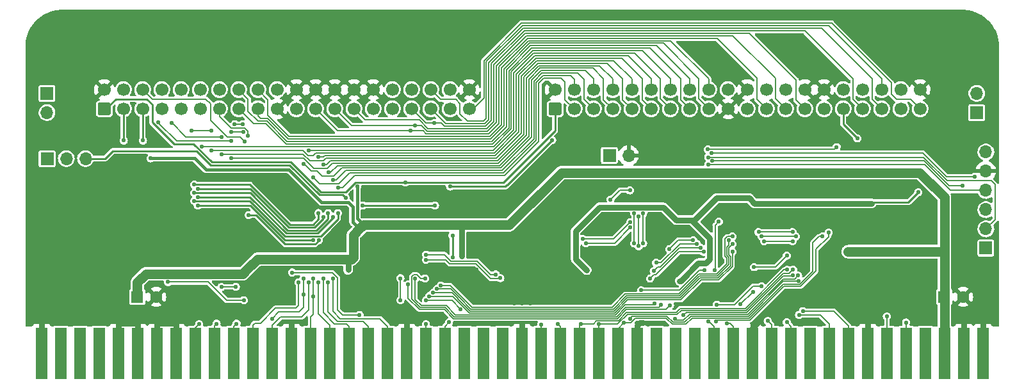
<source format=gbl>
G04 #@! TF.GenerationSoftware,KiCad,Pcbnew,6.0.11+dfsg-1~bpo11+1*
G04 #@! TF.CreationDate,2023-07-10T14:21:46+00:00*
G04 #@! TF.ProjectId,RIPPLE,52495050-4c45-42e6-9b69-6361645f7063,rev?*
G04 #@! TF.SameCoordinates,Original*
G04 #@! TF.FileFunction,Copper,L2,Bot*
G04 #@! TF.FilePolarity,Positive*
%FSLAX46Y46*%
G04 Gerber Fmt 4.6, Leading zero omitted, Abs format (unit mm)*
G04 Created by KiCad (PCBNEW 6.0.11+dfsg-1~bpo11+1) date 2023-07-10 14:21:46*
%MOMM*%
%LPD*%
G01*
G04 APERTURE LIST*
G04 #@! TA.AperFunction,ComponentPad*
%ADD10R,1.700000X1.700000*%
G04 #@! TD*
G04 #@! TA.AperFunction,ComponentPad*
%ADD11O,1.700000X1.700000*%
G04 #@! TD*
G04 #@! TA.AperFunction,ComponentPad*
%ADD12C,1.700000*%
G04 #@! TD*
G04 #@! TA.AperFunction,ComponentPad*
%ADD13R,1.600000X1.600000*%
G04 #@! TD*
G04 #@! TA.AperFunction,ComponentPad*
%ADD14C,1.600000*%
G04 #@! TD*
G04 #@! TA.AperFunction,ConnectorPad*
%ADD15R,1.524000X6.754000*%
G04 #@! TD*
G04 #@! TA.AperFunction,ViaPad*
%ADD16C,0.558800*%
G04 #@! TD*
G04 #@! TA.AperFunction,Conductor*
%ADD17C,0.762000*%
G04 #@! TD*
G04 #@! TA.AperFunction,Conductor*
%ADD18C,0.381000*%
G04 #@! TD*
G04 #@! TA.AperFunction,Conductor*
%ADD19C,1.270000*%
G04 #@! TD*
G04 #@! TA.AperFunction,Conductor*
%ADD20C,0.203200*%
G04 #@! TD*
G04 #@! TA.AperFunction,Conductor*
%ADD21C,0.177800*%
G04 #@! TD*
G04 #@! TA.AperFunction,Conductor*
%ADD22C,0.127000*%
G04 #@! TD*
G04 #@! TA.AperFunction,Conductor*
%ADD23C,0.254000*%
G04 #@! TD*
G04 APERTURE END LIST*
D10*
X77465000Y30480000D03*
D11*
X80005000Y30480000D03*
D10*
X3126116Y30052946D03*
D11*
X5666116Y30052946D03*
X8206116Y30052946D03*
G04 #@! TA.AperFunction,ComponentPad*
G36*
G01*
X11280972Y35785845D02*
X10080972Y35785845D01*
G75*
G02*
X9830972Y36035845I0J250000D01*
G01*
X9830972Y37235845D01*
G75*
G02*
X10080972Y37485845I250000J0D01*
G01*
X11280972Y37485845D01*
G75*
G02*
X11530972Y37235845I0J-250000D01*
G01*
X11530972Y36035845D01*
G75*
G02*
X11280972Y35785845I-250000J0D01*
G01*
G37*
G04 #@! TD.AperFunction*
D12*
X10680972Y39175845D03*
X13220972Y36635845D03*
X13220972Y39175845D03*
X15760972Y36635845D03*
X15760972Y39175845D03*
X18300972Y36635845D03*
X18300972Y39175845D03*
X20840972Y36635845D03*
X20840972Y39175845D03*
X23380972Y36635845D03*
X23380972Y39175845D03*
X25920972Y36635845D03*
X25920972Y39175845D03*
X28460972Y36635845D03*
X28460972Y39175845D03*
X31000972Y36635845D03*
X31000972Y39175845D03*
X33540972Y36635845D03*
X33540972Y39175845D03*
X36080972Y36635845D03*
X36080972Y39175845D03*
X38620972Y36635845D03*
X38620972Y39175845D03*
X41160972Y36635845D03*
X41160972Y39175845D03*
X43700972Y36635845D03*
X43700972Y39175845D03*
X46240972Y36635845D03*
X46240972Y39175845D03*
X48780972Y36635845D03*
X48780972Y39175845D03*
X51320972Y36635845D03*
X51320972Y39175845D03*
X53860972Y36635845D03*
X53860972Y39175845D03*
X56400972Y36635845D03*
X56400972Y39175845D03*
X58940972Y36635845D03*
X58940972Y39175845D03*
G04 #@! TA.AperFunction,ComponentPad*
G36*
G01*
X70885800Y35785845D02*
X69685800Y35785845D01*
G75*
G02*
X69435800Y36035845I0J250000D01*
G01*
X69435800Y37235845D01*
G75*
G02*
X69685800Y37485845I250000J0D01*
G01*
X70885800Y37485845D01*
G75*
G02*
X71135800Y37235845I0J-250000D01*
G01*
X71135800Y36035845D01*
G75*
G02*
X70885800Y35785845I-250000J0D01*
G01*
G37*
G04 #@! TD.AperFunction*
X70285800Y39175845D03*
X72825800Y36635845D03*
X72825800Y39175845D03*
X75365800Y36635845D03*
X75365800Y39175845D03*
X77905800Y36635845D03*
X77905800Y39175845D03*
X80445800Y36635845D03*
X80445800Y39175845D03*
X82985800Y36635845D03*
X82985800Y39175845D03*
X85525800Y36635845D03*
X85525800Y39175845D03*
X88065800Y36635845D03*
X88065800Y39175845D03*
X90605800Y36635845D03*
X90605800Y39175845D03*
X93145800Y36635845D03*
X93145800Y39175845D03*
X95685800Y36635845D03*
X95685800Y39175845D03*
X98225800Y36635845D03*
X98225800Y39175845D03*
X100765800Y36635845D03*
X100765800Y39175845D03*
X103305800Y36635845D03*
X103305800Y39175845D03*
X105845800Y36635845D03*
X105845800Y39175845D03*
X108385800Y36635845D03*
X108385800Y39175845D03*
X110925800Y36635845D03*
X110925800Y39175845D03*
X113465800Y36635845D03*
X113465800Y39175845D03*
X116005800Y36635845D03*
X116005800Y39175845D03*
X118545800Y36635845D03*
X118545800Y39175845D03*
D13*
X121742888Y11770145D03*
D14*
X124242888Y11770145D03*
D13*
X15062888Y11770145D03*
D14*
X17562888Y11770145D03*
D10*
X3111116Y38688946D03*
D11*
X3111116Y36148946D03*
D10*
X127241572Y18221745D03*
D11*
X127241572Y20761745D03*
X127241572Y23301745D03*
X127241572Y25841745D03*
X127241572Y28381745D03*
X127241572Y30921745D03*
D15*
X126860000Y4319445D03*
X124320000Y4319445D03*
X121780000Y4319445D03*
X119240000Y4319445D03*
X116700000Y4319445D03*
X114160000Y4319445D03*
X111620000Y4319445D03*
X109080000Y4319445D03*
X106540000Y4319445D03*
X104000000Y4319445D03*
X101460000Y4319445D03*
X98920000Y4319445D03*
X96380000Y4319445D03*
X93840000Y4319445D03*
X91300000Y4319445D03*
X88760000Y4319445D03*
X86220000Y4319445D03*
X83680000Y4319445D03*
X81140000Y4319445D03*
X78600000Y4319445D03*
X76060000Y4319445D03*
X73520000Y4319445D03*
X70980000Y4319445D03*
X68440000Y4319445D03*
X65900000Y4319445D03*
X63360000Y4319445D03*
X60820000Y4319445D03*
X58280000Y4319445D03*
X55740000Y4319445D03*
X53200000Y4319445D03*
X50660000Y4319445D03*
X48120000Y4319445D03*
X45580000Y4319445D03*
X43040000Y4319445D03*
X40500000Y4319445D03*
X37960000Y4319445D03*
X35420000Y4319445D03*
X32880000Y4319445D03*
X30340000Y4319445D03*
X27800000Y4319445D03*
X25260000Y4319445D03*
X22720000Y4319445D03*
X20180000Y4319445D03*
X17640000Y4319445D03*
X15100000Y4319445D03*
X12560000Y4319445D03*
X10020000Y4319445D03*
X7480000Y4319445D03*
X4940000Y4319445D03*
X2400000Y4319445D03*
D10*
X126034800Y36148946D03*
D11*
X126034800Y38688946D03*
D16*
X114089308Y25100089D03*
X36405372Y22514345D03*
X105333572Y27035545D03*
X123174442Y24787223D03*
X35420000Y8256445D03*
X123174442Y23771223D03*
X69603172Y14614945D03*
X65922842Y10898545D03*
X64802572Y16850145D03*
X22275800Y28191745D03*
X105333572Y31998545D03*
X75910217Y17814345D03*
X62881400Y11349490D03*
X71437116Y26491946D03*
X114089308Y22712489D03*
X64652842Y8277223D03*
X79099372Y22220145D03*
X83936617Y18779545D03*
X117165772Y22717545D03*
X90822908Y13111289D03*
X89268000Y11812445D03*
X109864842Y20570823D03*
X65900000Y8256445D03*
X83425098Y13683592D03*
X80736217Y12785145D03*
X31071372Y10662545D03*
X59874972Y15376945D03*
X98475572Y31998545D03*
X56699972Y25587745D03*
X94779463Y40720946D03*
X32990172Y15351545D03*
X69595616Y28587446D03*
X96233785Y18229765D03*
X120126442Y11071223D03*
X50609116Y19887946D03*
X94836108Y13111289D03*
X117673772Y27036545D03*
X99498972Y10916545D03*
X44863572Y25547144D03*
X73895772Y18069345D03*
X126860000Y8383445D03*
X43415772Y25547144D03*
X48759000Y15388090D03*
X67243642Y8277223D03*
X120380442Y21739223D03*
X100619242Y23110823D03*
X114365817Y27035545D03*
X120126442Y12341223D03*
X107528042Y23110823D03*
X84284372Y21599945D03*
X77273972Y20152145D03*
X113248217Y34375145D03*
X104020172Y8579745D03*
X81902000Y8383445D03*
X17640000Y8256445D03*
X98475572Y27035545D03*
X46502972Y15351545D03*
X120380442Y22755223D03*
X97142000Y8421936D03*
X80208041Y13262521D03*
X117673772Y31480545D03*
X82745708Y8386889D03*
X89628263Y24176421D03*
X54337772Y13954545D03*
X42468800Y23238745D03*
X92135642Y23771223D03*
X15100000Y8256445D03*
X59626200Y8281845D03*
X63690116Y22681946D03*
X66972291Y10898545D03*
X47802800Y22603745D03*
X51902042Y8277223D03*
X28759972Y23123945D03*
X114365817Y31479545D03*
X75902030Y26960188D03*
X28498800Y18158745D03*
X70091000Y19686445D03*
X47815116Y19887946D03*
X111640172Y9240145D03*
X76745532Y24795385D03*
X74606972Y25689345D03*
X120380442Y23771223D03*
X123174442Y22755223D03*
X50660000Y8256445D03*
X91985463Y40720946D03*
X94777242Y23771223D03*
X124320000Y8383445D03*
X65531616Y20586446D03*
X49412842Y8277223D03*
X72060373Y13332172D03*
X55709372Y19933545D03*
X2400000Y8256445D03*
X118834000Y13788145D03*
X64873393Y10898545D03*
X123174442Y21739223D03*
X79425572Y26960188D03*
X108762800Y28254745D03*
X16814800Y30096745D03*
X42921572Y15351545D03*
X57944572Y17129545D03*
X109027600Y17752545D03*
X121780000Y8383445D03*
X73266572Y28203945D03*
X121780000Y17688745D03*
X29535772Y15351545D03*
X44119800Y26349745D03*
X116700000Y8383445D03*
X114146248Y9200654D03*
X103053772Y9900545D03*
X102545772Y9392545D03*
X101679973Y20342223D03*
X100921372Y8427345D03*
X97190242Y20342223D03*
X94788118Y10784898D03*
X96439118Y12435898D03*
X97613241Y19770775D03*
X98404347Y8586622D03*
X102120000Y19770775D03*
X85397687Y18091630D03*
X88554017Y19268363D03*
X89045190Y18773563D03*
X83649034Y16278223D03*
X83331534Y15198723D03*
X93041241Y8235365D03*
X89540082Y18269106D03*
X91658588Y10753775D03*
X101686042Y19148423D03*
X97613241Y13166775D03*
X97921773Y19135775D03*
X90577772Y8506375D03*
X89952700Y17721945D03*
X82865600Y14196545D03*
X91593772Y8506375D03*
X106452772Y20257745D03*
X50858472Y13395745D03*
X85486017Y10676945D03*
X101727162Y14641388D03*
X87250474Y9348360D03*
X102419995Y14578278D03*
X84292297Y10690145D03*
X86119582Y8885745D03*
X53097772Y14208545D03*
X51797772Y14208545D03*
X89999034Y15262223D03*
X83400040Y10876968D03*
X81654714Y12632902D03*
X80181800Y8881362D03*
X102466618Y13894563D03*
X105614241Y19752545D03*
X79364617Y8314745D03*
X101757605Y15372945D03*
X76060000Y8154845D03*
X100969025Y15355239D03*
X73728259Y8210703D03*
X70652417Y8187745D03*
X68440000Y8102347D03*
X56264772Y8402545D03*
X53216772Y8148545D03*
X40905900Y14208545D03*
X40270900Y13700545D03*
X39635900Y14208545D03*
X39039800Y19273645D03*
X44431772Y9392045D03*
X29768800Y22603745D03*
X35516372Y14995945D03*
X38985772Y13685417D03*
X38335772Y14178417D03*
X93729772Y17752545D03*
X53664163Y11862533D03*
X38335772Y11848976D03*
X37685772Y13700545D03*
X54169072Y12331933D03*
X37035772Y14208545D03*
X37035772Y12082176D03*
X32880000Y8874545D03*
X93729772Y18752545D03*
X36385772Y13700545D03*
X54668372Y12801333D03*
X93221772Y19252545D03*
X28175772Y8224145D03*
X28074172Y13100945D03*
X55176372Y13270733D03*
X26173772Y13088976D03*
X93729772Y19752545D03*
X25537429Y8227402D03*
X23227500Y8173345D03*
X19118714Y13731659D03*
X49841972Y11338345D03*
X57791878Y10172211D03*
X49841972Y14233945D03*
X29140972Y11322945D03*
X53242548Y11322274D03*
X91014236Y29739645D03*
X81330680Y18479837D03*
X81330680Y22392794D03*
X124193572Y26460374D03*
X80750572Y18849493D03*
X90540617Y30234945D03*
X80750572Y22812611D03*
X125795817Y27679574D03*
X90997817Y30778374D03*
X80182911Y25862089D03*
X77620511Y24638885D03*
X90539556Y29244845D03*
X81932908Y22812611D03*
X81932908Y18851689D03*
X42597186Y24891131D03*
X44863572Y23860545D03*
X54413972Y23860545D03*
X50502372Y26908545D03*
X41592116Y26231891D03*
X22583672Y24456245D03*
X13258800Y32445745D03*
X41585772Y22854545D03*
X38340916Y27543545D03*
X23040872Y23870545D03*
X38335772Y19273645D03*
X15798800Y32445745D03*
X40925216Y27247391D03*
X40935772Y22346545D03*
X23040872Y24989145D03*
X37046603Y29378576D03*
X29247463Y32338946D03*
X22587772Y25522045D03*
X40300390Y28262891D03*
X40285772Y22854545D03*
X17830800Y34823146D03*
X27464572Y30117300D03*
X27495116Y32359346D03*
X39636316Y29261546D03*
X23040872Y26054945D03*
X39635772Y22346545D03*
X26169172Y30624800D03*
X19621116Y34772346D03*
X26199716Y32918146D03*
X38985772Y22854545D03*
X38975916Y30277046D03*
X22587772Y26613745D03*
X24873772Y31132300D03*
X22203177Y33765085D03*
X24873772Y33777045D03*
X29641800Y33100946D03*
X37680516Y31114746D03*
X23583516Y31648146D03*
X29069916Y33553146D03*
X27469716Y33553146D03*
X27926916Y34619946D03*
X29019116Y34619946D03*
X74467093Y15310352D03*
X86767566Y13884011D03*
X118305708Y25608089D03*
X112150842Y24126823D03*
X87428073Y21907372D03*
X77052066Y23599511D03*
X62439055Y14742445D03*
X73946572Y19415545D03*
X80245772Y21650745D03*
X53245572Y17358145D03*
X100917973Y17218023D03*
X96596400Y15719423D03*
X74353093Y18863838D03*
X53211316Y16673699D03*
X80245772Y20939545D03*
X63049972Y14248245D03*
X69900800Y32509745D03*
X56400972Y26375645D03*
X107507817Y31581145D03*
X90474197Y31273174D03*
X56725372Y19898145D03*
X56726670Y17002447D03*
X91935000Y21718445D03*
X91407785Y15283145D03*
X54286972Y34757145D03*
X51797772Y34401545D03*
X51137372Y33715745D03*
X110246971Y32730129D03*
D17*
X65900000Y8256445D02*
X65900000Y8154845D01*
X20053000Y8256445D02*
X17640000Y8256445D01*
X81140000Y8002445D02*
X81521000Y8383445D01*
X96380000Y7659936D02*
X97142000Y8421936D01*
X20180000Y8129445D02*
X20053000Y8256445D01*
X12560000Y4319445D02*
X12560000Y8256445D01*
X81521000Y8383445D02*
X81902000Y8383445D01*
X2400000Y4319445D02*
X2400000Y8256445D01*
X96380000Y4319445D02*
X96380000Y7659936D01*
X35420000Y4319445D02*
X35420000Y8256445D01*
X111620000Y4319445D02*
X111620000Y9219973D01*
X50660000Y4319445D02*
X50660000Y8256445D01*
X20180000Y4319445D02*
X20180000Y8129445D01*
X124320000Y8383445D02*
X124320000Y4319445D01*
X12560000Y8256445D02*
X15100000Y8256445D01*
X81140000Y4319445D02*
X81140000Y8002445D01*
X111620000Y9219973D02*
X111640172Y9240145D01*
X126860000Y8383445D02*
X126860000Y4319445D01*
X15100000Y4319445D02*
X15100000Y8256445D01*
X17640000Y4319445D02*
X17640000Y8256445D01*
X65900000Y4319445D02*
X65900000Y8256445D01*
D18*
X35102800Y28572745D02*
X24180800Y28572745D01*
D19*
X109027600Y17752545D02*
X121578400Y17752545D01*
X71117115Y28203945D02*
X64198888Y21285718D01*
X15062888Y13709371D02*
X15062888Y11770145D01*
X44960773Y21285718D02*
X44437300Y20762245D01*
X30945972Y16761745D02*
X40690800Y16761745D01*
D18*
X39381314Y24294231D02*
X35102800Y28572745D01*
D19*
X16171662Y14818145D02*
X29002372Y14818145D01*
X121780000Y24935917D02*
X121780000Y17954145D01*
D18*
X43521744Y21677801D02*
X44437300Y20762245D01*
D19*
X44437300Y20762245D02*
X43611800Y19936745D01*
X43611800Y19936745D02*
X43611800Y17015745D01*
X64198888Y21285718D02*
X44960773Y21285718D01*
X41960800Y16761745D02*
X40690800Y16761745D01*
D17*
X42921572Y16761745D02*
X41960800Y16761745D01*
D18*
X24180800Y28572745D02*
X22656800Y30096745D01*
D19*
X43611800Y17015745D02*
X43357800Y16761745D01*
D18*
X22656800Y30096745D02*
X16814800Y30096745D01*
X44119800Y26349745D02*
X44119800Y22126691D01*
D19*
X29002372Y14818145D02*
X29535772Y15351545D01*
X43357800Y16761745D02*
X41960800Y16761745D01*
D17*
X121578400Y17752545D02*
X121780000Y17954145D01*
D18*
X42937314Y24294231D02*
X39381314Y24294231D01*
X43521744Y23709801D02*
X42937314Y24294231D01*
D19*
X73266572Y28203945D02*
X118511972Y28203945D01*
D17*
X57944572Y17129545D02*
X57944572Y21285718D01*
D18*
X43521744Y23709801D02*
X43521744Y21677801D01*
D19*
X118511972Y28203945D02*
X121780000Y24935917D01*
D18*
X44119800Y22126691D02*
X44960773Y21285718D01*
D19*
X121780000Y17954145D02*
X121780000Y4319445D01*
D17*
X42921572Y15351545D02*
X42921572Y16761745D01*
D19*
X16171662Y14818145D02*
X15062888Y13709371D01*
X29535772Y15351545D02*
X30945972Y16761745D01*
X73266572Y28203945D02*
X71117115Y28203945D01*
D20*
X116700000Y4319445D02*
X116700000Y8383445D01*
X114160000Y9186902D02*
X114146248Y9200654D01*
X114160000Y4319445D02*
X114160000Y9186902D01*
X107117772Y9900545D02*
X109080000Y7938317D01*
X107117772Y9900545D02*
X103053772Y9900545D01*
X109080000Y4319445D02*
X109080000Y7938317D01*
X105339772Y9392545D02*
X102545772Y9392545D01*
X106540000Y4319445D02*
X106540000Y8192317D01*
X105339772Y9392545D02*
X106540000Y8192317D01*
X101460000Y7888717D02*
X101460000Y4319445D01*
X100921372Y8427345D02*
X101460000Y7888717D01*
D21*
X101679973Y20342223D02*
X97190242Y20342223D01*
D20*
X98404347Y8586622D02*
X98920000Y8070969D01*
X98920000Y8070969D02*
X98920000Y7264684D01*
D21*
X102120000Y19770775D02*
X97613241Y19770775D01*
X96439118Y12435898D02*
X94788118Y10784898D01*
X88554017Y19268363D02*
X86574420Y19268363D01*
X86574420Y19268363D02*
X85397687Y18091630D01*
X86779374Y18773563D02*
X84284034Y16278223D01*
X89045190Y18773563D02*
X86779374Y18773563D01*
X84284034Y16278223D02*
X83649034Y16278223D01*
X86705969Y18269106D02*
X84157408Y15720545D01*
D20*
X93840000Y7856717D02*
X93840000Y4319445D01*
D21*
X83853356Y15720545D02*
X83331534Y15198723D01*
X89540082Y18269106D02*
X86705969Y18269106D01*
D20*
X93461352Y8235365D02*
X93840000Y7856717D01*
D21*
X84157408Y15720545D02*
X83853356Y15720545D01*
D20*
X93041241Y8235365D02*
X93461352Y8235365D01*
D21*
X94057241Y10753775D02*
X91658588Y10753775D01*
X96470241Y13166775D02*
X94057241Y10753775D01*
X97613241Y13166775D02*
X96470241Y13166775D01*
X97934421Y19148423D02*
X97921773Y19135775D01*
X101686042Y19148423D02*
X97934421Y19148423D01*
D20*
X90650342Y8506375D02*
X91300000Y7856717D01*
D21*
X83627600Y14704545D02*
X83373600Y14704545D01*
X89952700Y17721945D02*
X86645000Y17721945D01*
X86645000Y17721945D02*
X83627600Y14704545D01*
D20*
X91300000Y7856717D02*
X91300000Y4319445D01*
D21*
X83373600Y14704545D02*
X82865600Y14196545D01*
D20*
X90577772Y8506375D02*
X90650342Y8506375D01*
D22*
X104789060Y15193256D02*
X102744349Y13148545D01*
X100496491Y13148545D02*
X96069721Y8721775D01*
X106452772Y19721945D02*
X104789060Y18058233D01*
X106452772Y20257745D02*
X106452772Y19721945D01*
X96069721Y8721775D02*
X91809172Y8721775D01*
X91809172Y8721775D02*
X91593772Y8506375D01*
X104789060Y18058233D02*
X104789060Y15193256D01*
X102744349Y13148545D02*
X100496491Y13148545D01*
X101640913Y14555139D02*
X101727162Y14641388D01*
X79741877Y10143545D02*
X78502977Y8904645D01*
X100466245Y14555139D02*
X101640913Y14555139D01*
X55666018Y10092745D02*
X52351962Y10092745D01*
X87639889Y9737775D02*
X95648881Y9737775D01*
X50857972Y11586735D02*
X50857972Y13395245D01*
X78502977Y8904645D02*
X56854118Y8904645D01*
X87250474Y9348360D02*
X87639889Y9737775D01*
X85486017Y10676945D02*
X84952617Y10143545D01*
X52351962Y10092745D02*
X50857972Y11586735D01*
X95648881Y9737775D02*
X100466245Y14555139D01*
X84952617Y10143545D02*
X79741877Y10143545D01*
X50857972Y13395245D02*
X50858472Y13395745D01*
X56854118Y8904645D02*
X55666018Y10092745D01*
X100416404Y14146088D02*
X101987805Y14146088D01*
X87236292Y8670345D02*
X88049722Y9483775D01*
X84292297Y10690145D02*
X83999697Y10397545D01*
X52457172Y10346745D02*
X51327872Y11476045D01*
X88049722Y9483775D02*
X95754091Y9483775D01*
X95754091Y9483775D02*
X100416404Y14146088D01*
X51327872Y14449845D02*
X51594572Y14716545D01*
X101987805Y14146088D02*
X102419995Y14578278D01*
X55771228Y10346745D02*
X52457172Y10346745D01*
X51594572Y14716545D02*
X52000972Y14716545D01*
X56959328Y9158645D02*
X55771228Y10346745D01*
X79636667Y10397545D02*
X78397767Y9158645D01*
X52000972Y14716545D02*
X52508972Y14208545D01*
X78397767Y9158645D02*
X56959328Y9158645D01*
X86119582Y8885745D02*
X86334982Y8670345D01*
X51327872Y11476045D02*
X51327872Y14449845D01*
X86334982Y8670345D02*
X87236292Y8670345D01*
X83999697Y10397545D02*
X79636667Y10397545D01*
X52508972Y14208545D02*
X53097772Y14208545D01*
D21*
X81705357Y12683545D02*
X86771224Y12683545D01*
X86771224Y12683545D02*
X89349902Y15262223D01*
X81654714Y12632902D02*
X81705357Y12683545D01*
D22*
X79570057Y10690145D02*
X83213217Y10690145D01*
X51797772Y14208545D02*
X51797772Y11389145D01*
X57064538Y9412645D02*
X78292557Y9412645D01*
D21*
X89349902Y15262223D02*
X89999034Y15262223D01*
D22*
X52586172Y10600745D02*
X55876438Y10600745D01*
X55876438Y10600745D02*
X57064538Y9412645D01*
X51797772Y11389145D02*
X52586172Y10600745D01*
X78292557Y9412645D02*
X79570057Y10690145D01*
X83213217Y10690145D02*
X83400040Y10876968D01*
X87413344Y8416345D02*
X88226774Y9229775D01*
X85082288Y9208945D02*
X85874888Y8416345D01*
X102413343Y13841288D02*
X102466618Y13894563D01*
X95859301Y9229775D02*
X100470814Y13841288D01*
X80181800Y8881362D02*
X80509383Y9208945D01*
X88226774Y9229775D02*
X95859301Y9229775D01*
X80509383Y9208945D02*
X85082288Y9208945D01*
X100470814Y13841288D02*
X102413343Y13841288D01*
X85874888Y8416345D02*
X87413344Y8416345D01*
X95964511Y8975775D02*
X100413399Y13424663D01*
X105162572Y19752545D02*
X105614241Y19752545D01*
X79364617Y8314745D02*
X80279017Y8314745D01*
X100413399Y13424663D02*
X102661257Y13424663D01*
X104335708Y15099114D02*
X104335708Y18925681D01*
X88405741Y8975775D02*
X95964511Y8975775D01*
X104335708Y18925681D02*
X105162572Y19752545D01*
X84977078Y8954945D02*
X85769678Y8162345D01*
X87592311Y8162345D02*
X88405741Y8975775D01*
X80919217Y8954945D02*
X84977078Y8954945D01*
X102661257Y13424663D02*
X104335708Y15099114D01*
X80279017Y8314745D02*
X80919217Y8954945D01*
D20*
X79364617Y8314745D02*
X78600000Y7550128D01*
D22*
X85769678Y8162345D02*
X87592311Y8162345D01*
X101244599Y14859939D02*
X101757605Y15372945D01*
D20*
X76060000Y4319445D02*
X76060000Y8154845D01*
D22*
X86419336Y9460855D02*
X86950256Y9991775D01*
X95543671Y9991775D02*
X100411835Y14859939D01*
X86208916Y9460855D02*
X86419336Y9460855D01*
X86950256Y9991775D02*
X95543671Y9991775D01*
X86206826Y9462945D02*
X86208916Y9460855D01*
X100411835Y14859939D02*
X101244599Y14859939D01*
X76060000Y8154845D02*
X78540178Y8154845D01*
X78540178Y8154845D02*
X79848278Y9462945D01*
X79848278Y9462945D02*
X86206826Y9462945D01*
X100547925Y15355239D02*
X100969025Y15355239D01*
X75763017Y8624745D02*
X78650868Y8624745D01*
X86312036Y9716945D02*
X86314126Y9714855D01*
D20*
X73520000Y8002444D02*
X73520000Y4319445D01*
D22*
X95438461Y10245775D02*
X100547925Y15355239D01*
X75348975Y8210703D02*
X75763017Y8624745D01*
X78650868Y8624745D02*
X79743068Y9716945D01*
X79743068Y9716945D02*
X86312036Y9716945D01*
X73728259Y8210703D02*
X75348975Y8210703D01*
X86314126Y9714855D02*
X86845046Y10245775D01*
D20*
X73728259Y8210703D02*
X73520000Y8002444D01*
D22*
X86845046Y10245775D02*
X95438461Y10245775D01*
D20*
X70652417Y8187745D02*
X70980000Y7860162D01*
X70980000Y7860162D02*
X70980000Y4319445D01*
X68440000Y4319445D02*
X68440000Y8102347D01*
X55740000Y4319445D02*
X55740000Y7877773D01*
X55740000Y7877773D02*
X56264772Y8402545D01*
X53200000Y8131773D02*
X53216772Y8148545D01*
X53200000Y4319445D02*
X53200000Y8131773D01*
X47124172Y8884545D02*
X48120000Y7888717D01*
X41888834Y8884545D02*
X47124172Y8884545D01*
X40905900Y14208545D02*
X40905900Y9867479D01*
X48120000Y7888717D02*
X48120000Y4319445D01*
X40905900Y9867479D02*
X41888834Y8884545D01*
X40270900Y13700545D02*
X40270900Y9804481D01*
X41521036Y8554345D02*
X44914372Y8554345D01*
X44914372Y8554345D02*
X45580000Y7888717D01*
X45580000Y7888717D02*
X45580000Y4319445D01*
X40270900Y9804481D02*
X41521036Y8554345D01*
X41130172Y8224145D02*
X39635900Y9718417D01*
X43040000Y7888717D02*
X42704572Y8224145D01*
X43040000Y4319445D02*
X43040000Y7888717D01*
X42704572Y8224145D02*
X41130172Y8224145D01*
X39635900Y9718417D02*
X39635900Y14208545D01*
D23*
X39039800Y19273645D02*
X39039800Y19223331D01*
X38556714Y18740245D02*
X34593178Y18740245D01*
X34593178Y18740245D02*
X30729678Y22603745D01*
D21*
X44431772Y9392045D02*
X42200872Y9392045D01*
X35526278Y14986039D02*
X35516372Y14995945D01*
X41514666Y14300239D02*
X40828866Y14986039D01*
X41514666Y10078251D02*
X41514666Y14300239D01*
X35526278Y14986039D02*
X40828866Y14986039D01*
D23*
X39039800Y19223331D02*
X38556714Y18740245D01*
X30729678Y22603745D02*
X29768800Y22603745D01*
D21*
X42200872Y9392045D02*
X41514666Y10078251D01*
D20*
X38985772Y9524673D02*
X40500000Y8010445D01*
X40500000Y8010445D02*
X40500000Y4319445D01*
X38985772Y13685417D02*
X38985772Y9524673D01*
X38335772Y9479417D02*
X37960000Y9103645D01*
X38335772Y11848976D02*
X38335772Y9479417D01*
D22*
X78187347Y9666645D02*
X79883447Y11362745D01*
X53664163Y11862533D02*
X56769527Y11862533D01*
X93729772Y15817961D02*
X93729772Y17752545D01*
X91932456Y14020645D02*
X93729772Y15817961D01*
X79883447Y11362745D02*
X86923186Y11362745D01*
X56769527Y11862533D02*
X57204500Y11427560D01*
X86923186Y11362745D02*
X89581086Y14020645D01*
D20*
X37960000Y9103645D02*
X37960000Y4319445D01*
D22*
X58961276Y9666645D02*
X78187347Y9666645D01*
X57204500Y11427560D02*
X57204500Y11423421D01*
X89581086Y14020645D02*
X91932456Y14020645D01*
X57204500Y11423421D02*
X58961276Y9666645D01*
D20*
X38335772Y14178417D02*
X38335772Y11848976D01*
X32880000Y8020773D02*
X32880000Y4319445D01*
X33987772Y9128545D02*
X32880000Y8020773D01*
X37685772Y13700545D02*
X37685772Y10032545D01*
X36781772Y9128545D02*
X33987772Y9128545D01*
X37685772Y10032545D02*
X36781772Y9128545D01*
D22*
X91827246Y14274645D02*
X93475772Y15923171D01*
D20*
X33769000Y9763545D02*
X36400772Y9763545D01*
X37035772Y10398545D02*
X37035772Y12082176D01*
D22*
X93240560Y18263333D02*
X93729772Y18752545D01*
D20*
X32880000Y8874545D02*
X33769000Y9763545D01*
D22*
X93237015Y17333690D02*
X93237015Y18263333D01*
X93475772Y17094933D02*
X93237015Y17333690D01*
X86817976Y11616745D02*
X89475876Y14274645D01*
D20*
X37035772Y12082176D02*
X37035772Y14208545D01*
D22*
X93237015Y18263333D02*
X93240560Y18263333D01*
X79778237Y11616745D02*
X86817976Y11616745D01*
X54169072Y12331933D02*
X56659337Y12331933D01*
X57458500Y11532770D02*
X57458500Y11528631D01*
X57458500Y11528631D02*
X59066486Y9920645D01*
X59066486Y9920645D02*
X78082137Y9920645D01*
X56659337Y12331933D02*
X57458500Y11532770D01*
X89475876Y14274645D02*
X91827246Y14274645D01*
X78082137Y9920645D02*
X79778237Y11616745D01*
X93475772Y15923171D02*
X93475772Y17094933D01*
D20*
X36400772Y9763545D02*
X37035772Y10398545D01*
X36385772Y10652545D02*
X36004772Y10271545D01*
X30596672Y8292445D02*
X30340000Y8035773D01*
X30340000Y8035773D02*
X30340000Y4319445D01*
X36004772Y10271545D02*
X33321972Y10271545D01*
X31342872Y8292445D02*
X30596672Y8292445D01*
X36385772Y13700545D02*
X36385772Y10652545D01*
X33321972Y10271545D02*
X31342872Y8292445D01*
D22*
X54668372Y12801333D02*
X56549147Y12801333D01*
X93135350Y18517333D02*
X93221772Y18603755D01*
X93131805Y18517333D02*
X93135350Y18517333D01*
X92983015Y18368543D02*
X93131805Y18517333D01*
X91722036Y14528645D02*
X93221772Y16028381D01*
X79673027Y11870745D02*
X86712766Y11870745D01*
X57712500Y11637980D02*
X57712500Y11633841D01*
X89370666Y14528645D02*
X91722036Y14528645D01*
X92983015Y17228480D02*
X92983015Y18368543D01*
X86712766Y11870745D02*
X89370666Y14528645D01*
X93221772Y18603755D02*
X93221772Y19252545D01*
X77976927Y10174645D02*
X79673027Y11870745D01*
X93221772Y16028381D02*
X93221772Y16989723D01*
X56549147Y12801333D02*
X57712500Y11637980D01*
X59171696Y10174645D02*
X77976927Y10174645D01*
X57712500Y11633841D02*
X59171696Y10174645D01*
X93221772Y16989723D02*
X92983015Y17228480D01*
D20*
X28175772Y8224145D02*
X27800000Y7848373D01*
X27800000Y7848373D02*
X27800000Y4319445D01*
D22*
X92729015Y17123270D02*
X92729015Y19432502D01*
X93049058Y19752545D02*
X93729772Y19752545D01*
X77871717Y10428645D02*
X79567817Y12124745D01*
X92729015Y19432502D02*
X93049058Y19752545D01*
X28074172Y13100945D02*
X28062203Y13088976D01*
X57966500Y11739051D02*
X59276906Y10428645D01*
X92967772Y16884513D02*
X92729015Y17123270D01*
X86607556Y12124745D02*
X89265456Y14782645D01*
X92967772Y16133591D02*
X92967772Y16884513D01*
X55176372Y13270733D02*
X56438957Y13270733D01*
X89265456Y14782645D02*
X91616826Y14782645D01*
X59276906Y10428645D02*
X77871717Y10428645D01*
X91616826Y14782645D02*
X92967772Y16133591D01*
X79567817Y12124745D02*
X86607556Y12124745D01*
X56438957Y13270733D02*
X57966500Y11743190D01*
X28062203Y13088976D02*
X26173772Y13088976D01*
X57966500Y11743190D02*
X57966500Y11739051D01*
D20*
X25260000Y7949973D02*
X25260000Y4319445D01*
X25537429Y8227402D02*
X25260000Y7949973D01*
X23227500Y8173345D02*
X22720000Y7665845D01*
X22720000Y7665845D02*
X22720000Y4319445D01*
X26839945Y11322945D02*
X29140972Y11322945D01*
D22*
X49841972Y14233945D02*
X49841972Y11338345D01*
D20*
X19118714Y13731659D02*
X24431231Y13731659D01*
X56641144Y11322945D02*
X53243219Y11322945D01*
X57791878Y10172211D02*
X56641144Y11322945D01*
X53243219Y11322945D02*
X53242548Y11322274D01*
X24431231Y13731659D02*
X26839945Y11322945D01*
D21*
X124193572Y26460374D02*
X122366069Y26460374D01*
X81330680Y18479837D02*
X81330680Y22392794D01*
X119086798Y29739645D02*
X91014236Y29739645D01*
X122366069Y26460374D02*
X119086798Y29739645D01*
X122136721Y27120774D02*
X127929417Y27120774D01*
X90540617Y30234945D02*
X119022550Y30234945D01*
X80750572Y18849493D02*
X80750572Y22812611D01*
X127929417Y27120774D02*
X128437417Y26612774D01*
X119022550Y30234945D02*
X122136721Y27120774D01*
X128437417Y21957590D02*
X127241572Y20761745D01*
X128437417Y26612774D02*
X128437417Y21957590D01*
X90997817Y30778374D02*
X118910173Y30778374D01*
X118910173Y30778374D02*
X122008973Y27679574D01*
X122008973Y27679574D02*
X125795817Y27679574D01*
X77620511Y24638885D02*
X78843715Y25862089D01*
X78843715Y25862089D02*
X80182911Y25862089D01*
X127241572Y25841745D02*
X122553646Y25841745D01*
X119150546Y29244845D02*
X90539556Y29244845D01*
X81932908Y18851689D02*
X81932908Y22812611D01*
X122553646Y25841745D02*
X119150546Y29244845D01*
D23*
X39141957Y25267545D02*
X35206602Y29202900D01*
X24732694Y29202900D02*
X22886848Y31048745D01*
X42597186Y24891131D02*
X42220772Y25267545D01*
X11767372Y31048745D02*
X10771573Y30052946D01*
X54413972Y23860545D02*
X44863572Y23860545D01*
X42220772Y25267545D02*
X39141957Y25267545D01*
X35206602Y29202900D02*
X24732694Y29202900D01*
X22886848Y31048745D02*
X11767372Y31048745D01*
X10771573Y30052946D02*
X8206116Y30052946D01*
X39299772Y25648545D02*
X42623062Y25648545D01*
X24890509Y29583900D02*
X35364417Y29583900D01*
X42623062Y25648545D02*
X43883062Y26908545D01*
X16319500Y37922200D02*
X17018000Y37223700D01*
X43883062Y26908545D02*
X63441062Y26908545D01*
X19895927Y31974290D02*
X22500119Y31974290D01*
X17018000Y34852217D02*
X19895927Y31974290D01*
X10905645Y36635845D02*
X12192000Y37922200D01*
X63441062Y26908545D02*
X70285800Y33753283D01*
X12192000Y37922200D02*
X16319500Y37922200D01*
X17018000Y37223700D02*
X17018000Y34852217D01*
X70285800Y33753283D02*
X70285800Y36169600D01*
X35364417Y29583900D02*
X39299772Y25648545D01*
X22500119Y31974290D02*
X24890509Y29583900D01*
D20*
X42221061Y26231891D02*
X43801916Y27812746D01*
X71619000Y37842645D02*
X72825800Y36635845D01*
D23*
X29954809Y24456245D02*
X34604509Y19806545D01*
D20*
X68135116Y32333946D02*
X68135116Y40004746D01*
X71106944Y40690546D02*
X71619000Y40178490D01*
X68135116Y40004746D02*
X68820916Y40690546D01*
X41592116Y26231891D02*
X42221061Y26231891D01*
D23*
X13220972Y32483573D02*
X13220972Y36635845D01*
X13258800Y32445745D02*
X13220972Y32483573D01*
D20*
X68820916Y40690546D02*
X71106944Y40690546D01*
D23*
X22583672Y24456245D02*
X29954809Y24456245D01*
X34604509Y19806545D02*
X39299772Y19806545D01*
X41585772Y22092545D02*
X41585772Y22854545D01*
X39299772Y19806545D02*
X41585772Y22092545D01*
D20*
X63613916Y27812746D02*
X68135116Y32333946D01*
X43801916Y27812746D02*
X63613916Y27812746D01*
X71619000Y40178490D02*
X71619000Y37842645D01*
X43116116Y28142946D02*
X63477142Y28142946D01*
D23*
X30001694Y23870545D02*
X23040872Y23870545D01*
D20*
X63477142Y28142946D02*
X67804916Y32470720D01*
X72825800Y40546462D02*
X72825800Y39175845D01*
D23*
X38335772Y19273645D02*
X34598593Y19273645D01*
X30001694Y23870545D02*
X34598593Y19273645D01*
D20*
X72351516Y41020746D02*
X72825800Y40546462D01*
X68684142Y41020746D02*
X72351516Y41020746D01*
X41712561Y26739391D02*
X43116116Y28142946D01*
X39145070Y26739391D02*
X41712561Y26739391D01*
X67804916Y40141519D02*
X68684142Y41020746D01*
X67804916Y32470720D02*
X67804916Y40141519D01*
X38340916Y27543545D02*
X39145070Y26739391D01*
X67474716Y32689546D02*
X67474716Y40278292D01*
X68547368Y41350946D02*
X73291316Y41350946D01*
X74129516Y37872129D02*
X75365800Y36635845D01*
X73291316Y41350946D02*
X74129516Y40512746D01*
D23*
X40935772Y22203730D02*
X40935772Y22346545D01*
X23040872Y24989145D02*
X29960724Y24989145D01*
X15798800Y32445745D02*
X15760972Y32483573D01*
X34762324Y20187545D02*
X38919587Y20187545D01*
D20*
X41392418Y27247391D02*
X42618173Y28473146D01*
X67474716Y40278292D02*
X68547368Y41350946D01*
X40925216Y27247391D02*
X41392418Y27247391D01*
X74129516Y40512746D02*
X74129516Y37872129D01*
D23*
X38919587Y20187545D02*
X40935772Y22203730D01*
D20*
X63258316Y28473146D02*
X67474716Y32689546D01*
X42618173Y28473146D02*
X63258316Y28473146D01*
D23*
X29960724Y24989145D02*
X34762324Y20187545D01*
X15760972Y32483573D02*
X15760972Y36635845D01*
D20*
X29247463Y32338946D02*
X28693663Y32892746D01*
X74281916Y41681146D02*
X75365800Y40597262D01*
X75365800Y40597262D02*
X75365800Y39175845D01*
X37046603Y29378576D02*
X37093741Y29378576D01*
X24730600Y35105683D02*
X24730600Y37308290D01*
X38809585Y28423346D02*
X39478040Y27754891D01*
X24730600Y37308290D02*
X24121000Y37917890D01*
X68410594Y41681145D02*
X74281916Y41681146D01*
X41026261Y27754891D02*
X42074716Y28803346D01*
X28693663Y32892746D02*
X26943537Y32892746D01*
X24121000Y37917890D02*
X17018927Y37917890D01*
X67144516Y32867346D02*
X67144516Y40415065D01*
X63080516Y28803346D02*
X67144516Y32867346D01*
X17018927Y37917890D02*
X15760972Y39175845D01*
X39478040Y27754891D02*
X41026261Y27754891D01*
X67144516Y40415065D02*
X68410594Y41681145D01*
X37093741Y29378576D02*
X38048971Y28423346D01*
X38048971Y28423346D02*
X38809585Y28423346D01*
X26943537Y32892746D02*
X24730600Y35105683D01*
X42074716Y28803346D02*
X63080516Y28803346D01*
X62943742Y29133546D02*
X66814316Y33004120D01*
X76694916Y37846729D02*
X77905800Y36635845D01*
X68273822Y42011346D02*
X75272516Y42011346D01*
D23*
X34920140Y20568545D02*
X38761772Y20568545D01*
X38761772Y20568545D02*
X40285772Y22092545D01*
D20*
X40629918Y28262891D02*
X41500573Y29133546D01*
X41500573Y29133546D02*
X62943742Y29133546D01*
X75272516Y42011346D02*
X76694916Y40588946D01*
D23*
X40285772Y22092545D02*
X40285772Y22854545D01*
D20*
X66814316Y40551838D02*
X68273822Y42011346D01*
X76694916Y40588946D02*
X76694916Y37846729D01*
X66814316Y33004120D02*
X66814316Y40551838D01*
D23*
X29966640Y25522045D02*
X34920140Y20568545D01*
D20*
X40300390Y28262891D02*
X40629918Y28262891D01*
D23*
X22587772Y25522045D02*
X29966640Y25522045D01*
D20*
X27464572Y30117300D02*
X37025593Y30117300D01*
X68137048Y42341546D02*
X76161516Y42341546D01*
X17830800Y34801417D02*
X17830800Y34823146D01*
X27495116Y32359346D02*
X20272871Y32359346D01*
X37025593Y30117300D02*
X38389347Y28753546D01*
X40880916Y29463746D02*
X62806968Y29463746D01*
X20272871Y32359346D02*
X17830800Y34801417D01*
X38389347Y28753546D02*
X40170716Y28753546D01*
X62806968Y29463746D02*
X66484116Y33140894D01*
X66484116Y33140894D02*
X66484116Y40688614D01*
X66484116Y40688614D02*
X68137048Y42341546D01*
X40170716Y28753546D02*
X40880916Y29463746D01*
X76161516Y42341546D02*
X77905800Y40597262D01*
X77905800Y40597262D02*
X77905800Y39175845D01*
X39636316Y29261546D02*
X40079173Y29261546D01*
D23*
X23040872Y26054945D02*
X29972556Y26054945D01*
D20*
X79234916Y37846729D02*
X80445800Y36635845D01*
D23*
X38441587Y20949545D02*
X39635772Y22143730D01*
D20*
X77177516Y42671746D02*
X79234916Y40614346D01*
X66153916Y33277668D02*
X66153916Y40825387D01*
X68000274Y42671746D02*
X77177516Y42671746D01*
D23*
X29972556Y26054945D02*
X35077956Y20949545D01*
D20*
X40611573Y29793946D02*
X62670194Y29793946D01*
X66153916Y40825387D02*
X68000274Y42671746D01*
D23*
X39635772Y22143730D02*
X39635772Y22346545D01*
D20*
X40079173Y29261546D02*
X40611573Y29793946D01*
X79234916Y40614346D02*
X79234916Y37846729D01*
X62670194Y29793946D02*
X66153916Y33277668D01*
D23*
X35077956Y20949545D02*
X38441587Y20949545D01*
D20*
X62496316Y30124146D02*
X65823716Y33451546D01*
X67863500Y43001946D02*
X78041116Y43001946D01*
X65823716Y33451546D02*
X65823716Y40962160D01*
X37840821Y29769046D02*
X39662216Y29769046D01*
X39662216Y29769046D02*
X40017316Y30124146D01*
X26199716Y32918146D02*
X21492071Y32918146D01*
X78041116Y43001946D02*
X80445800Y40597262D01*
X36985067Y30624800D02*
X37840821Y29769046D01*
X80445800Y40597262D02*
X80445800Y39175845D01*
X19637871Y34772346D02*
X19621116Y34772346D01*
X26169172Y30624800D02*
X36985067Y30624800D01*
X65823716Y40962160D02*
X67863500Y43001946D01*
X21492071Y32918146D02*
X19637871Y34772346D01*
X40017316Y30124146D02*
X62496316Y30124146D01*
D23*
X35235772Y21330545D02*
X38283772Y21330545D01*
D20*
X82985800Y36635845D02*
X81834200Y37787445D01*
X39646873Y30277046D02*
X38975916Y30277046D01*
X67726726Y43332146D02*
X65493516Y41098933D01*
X39824173Y30454346D02*
X39646873Y30277046D01*
X79133316Y43332146D02*
X67726726Y43332146D01*
X81834200Y37787445D02*
X81834200Y40631262D01*
D23*
X38985772Y22032545D02*
X38985772Y22854545D01*
D20*
X65493516Y33588320D02*
X62359542Y30454346D01*
D23*
X29952572Y26613745D02*
X35235772Y21330545D01*
D20*
X62359542Y30454346D02*
X39824173Y30454346D01*
X65493516Y41098933D02*
X65493516Y33588320D01*
D23*
X38283772Y21330545D02*
X38985772Y22032545D01*
D20*
X81834200Y40631262D02*
X79133316Y43332146D01*
D23*
X22587772Y26613745D02*
X29952572Y26613745D01*
D20*
X22203177Y33765085D02*
X24861812Y33765085D01*
X79920716Y43662346D02*
X82985800Y40597262D01*
X24873772Y31132300D02*
X36956817Y31132300D01*
X24861812Y33765085D02*
X24873772Y33777045D01*
X38300173Y30479746D02*
X38604973Y30784546D01*
X37172516Y30904325D02*
X37597095Y30479746D01*
X82985800Y40597262D02*
X82985800Y39175845D01*
X36956817Y31132300D02*
X37172516Y30916601D01*
X65163316Y33725094D02*
X65163316Y41235706D01*
X37172516Y30916601D02*
X37172516Y30904325D01*
X67589952Y43662346D02*
X79920716Y43662346D01*
X37597095Y30479746D02*
X38300173Y30479746D01*
X62222768Y30784546D02*
X65163316Y33725094D01*
X65163316Y41235706D02*
X67589952Y43662346D01*
X38604973Y30784546D02*
X62222768Y30784546D01*
X62085994Y31114746D02*
X37680516Y31114746D01*
X29280337Y34061146D02*
X27469744Y34061146D01*
X80835116Y43992546D02*
X67453178Y43992545D01*
X84213316Y40614346D02*
X80835116Y43992546D01*
X84213316Y37948329D02*
X85525800Y36635845D01*
X29641800Y33699683D02*
X29280337Y34061146D01*
X67453178Y43992545D02*
X64833116Y41372479D01*
X27469744Y34061146D02*
X25920972Y35609918D01*
X64833116Y33861868D02*
X62085994Y31114746D01*
X25920972Y35609918D02*
X25920972Y36635845D01*
X84213316Y40614346D02*
X84213316Y37948329D01*
X64833116Y41372479D02*
X64833116Y33861868D01*
X29641800Y33100946D02*
X29641800Y33699683D01*
X64502916Y41509253D02*
X64502916Y33998642D01*
X85525800Y40597262D02*
X85525800Y39175845D01*
X67316409Y44322746D02*
X64502916Y41509253D01*
X81800316Y44322746D02*
X67316409Y44322746D01*
X62144074Y31639800D02*
X23591862Y31639800D01*
X85525800Y40597262D02*
X81800316Y44322746D01*
X64502916Y33998642D02*
X62144074Y31639800D01*
X30430127Y34666690D02*
X32052179Y34666690D01*
X32052179Y34666690D02*
X34723468Y31995400D01*
X86905716Y40614346D02*
X86905716Y37795929D01*
X28460972Y36635845D02*
X30430127Y34666690D01*
X82867116Y44652946D02*
X86905716Y40614346D01*
X64172716Y34135416D02*
X64172716Y41646027D01*
X64172716Y41646027D02*
X67179636Y44652946D01*
X62032700Y31995400D02*
X64172716Y34135416D01*
X86905716Y37795929D02*
X88065800Y36635845D01*
X67179636Y44652946D02*
X82867116Y44652946D01*
X34723468Y31995400D02*
X62032700Y31995400D01*
X29709000Y36292290D02*
X31004400Y34996890D01*
X63842516Y41782801D02*
X67042863Y44983146D01*
X88065800Y40597262D02*
X88065800Y39175845D01*
X32188953Y34996890D02*
X34860243Y32325600D01*
X67042863Y44983146D02*
X83679916Y44983146D01*
X31004400Y34996890D02*
X32188953Y34996890D01*
X61921326Y32351000D02*
X63842516Y34272190D01*
X28460972Y39175845D02*
X29709000Y37927817D01*
X63842516Y34272190D02*
X63842516Y41782801D01*
X34860243Y32325600D02*
X61793490Y32325600D01*
X29709000Y37927817D02*
X29709000Y36292290D01*
X83679916Y44983146D02*
X88065800Y40597262D01*
X32325727Y35327090D02*
X34971617Y32681200D01*
X27469716Y33553146D02*
X29069916Y33553146D01*
X84619716Y45313346D02*
X89293316Y40639746D01*
X31000972Y36635845D02*
X31000972Y35686118D01*
X89293316Y40639746D02*
X89293316Y37948329D01*
X63512316Y41919575D02*
X66906090Y45313346D01*
X89293316Y37948329D02*
X90605800Y36635845D01*
X34971617Y32681200D02*
X61784552Y32681200D01*
X31000972Y35686118D02*
X31360000Y35327090D01*
X66906090Y45313346D02*
X84619716Y45313346D01*
X61784552Y32681200D02*
X63512316Y34408964D01*
X31360000Y35327090D02*
X32325727Y35327090D01*
X63512316Y34408964D02*
X63512316Y41919575D01*
X61647778Y33011400D02*
X63182116Y34545738D01*
X32325200Y37851617D02*
X32325200Y35794591D01*
X63182116Y34545738D02*
X63182116Y42056349D01*
X66769313Y45643546D02*
X85559516Y45643546D01*
X31000972Y39175845D02*
X32325200Y37851617D01*
X29019116Y34619946D02*
X27926916Y34619946D01*
X35108391Y33011400D02*
X61647778Y33011400D01*
X90605800Y40597262D02*
X90605800Y39175845D01*
X63182116Y42056349D02*
X66769313Y45643546D01*
X32325200Y35794591D02*
X35108391Y33011400D01*
X85559516Y45643546D02*
X90605800Y40597262D01*
D17*
X89215600Y16228545D02*
X90231600Y16228545D01*
X74467093Y15310352D02*
X73006772Y16770673D01*
X88362773Y21907372D02*
X87428073Y21907372D01*
D23*
X112316364Y24292345D02*
X112150842Y24126823D01*
D17*
X84638634Y23599511D02*
X77052066Y23599511D01*
D23*
X116989964Y24292345D02*
X112316364Y24292345D01*
D17*
X73006772Y20482345D02*
X76123938Y23599511D01*
X90231600Y16228545D02*
X90739600Y16736545D01*
X86767566Y13884011D02*
X86871066Y13884011D01*
X88716827Y21907372D02*
X87428073Y21907372D01*
D23*
X118305708Y25608089D02*
X116989964Y24292345D01*
D17*
X112150842Y24126823D02*
X96656842Y24126823D01*
X90739600Y16736545D02*
X90739600Y19530545D01*
X96656842Y24126823D02*
X95945642Y24838023D01*
X73006772Y16770673D02*
X73006772Y20482345D01*
X87428073Y21907372D02*
X86330773Y21907372D01*
X95945642Y24838023D02*
X91647478Y24838023D01*
X86330773Y21907372D02*
X84638634Y23599511D01*
X86871066Y13884011D02*
X89215600Y16228545D01*
X90739600Y19530545D02*
X88362773Y21907372D01*
X91647478Y24838023D02*
X88716827Y21907372D01*
X76123938Y23599511D02*
X77052066Y23599511D01*
D20*
X80220372Y21650745D02*
X77985172Y19415545D01*
X55652551Y17358145D02*
X53245572Y17358145D01*
X61728672Y14742445D02*
X59976572Y16494545D01*
X80245772Y21650745D02*
X80220372Y21650745D01*
X77985172Y19415545D02*
X73946572Y19415545D01*
X59976572Y16494545D02*
X56516151Y16494545D01*
X56516151Y16494545D02*
X55652551Y17358145D01*
X62439055Y14742445D02*
X61728672Y14742445D01*
X100917973Y17218023D02*
X99419373Y15719423D01*
X63049972Y14248245D02*
X63036172Y14234445D01*
X80245772Y20939545D02*
X78170065Y18863838D01*
X99419373Y15719423D02*
X96596400Y15719423D01*
X59839798Y16164345D02*
X56379377Y16164345D01*
X78170065Y18863838D02*
X74353093Y18863838D01*
X63036172Y14234445D02*
X61769698Y14234445D01*
X55870023Y16673699D02*
X53211316Y16673699D01*
X61769698Y14234445D02*
X59839798Y16164345D01*
X56379377Y16164345D02*
X55870023Y16673699D01*
X62191516Y34956060D02*
X62191516Y42466668D01*
X66358994Y46634146D02*
X95998916Y46634146D01*
X102154200Y37787445D02*
X103305800Y36635845D01*
X52326298Y35163545D02*
X53487844Y34002000D01*
X62191516Y42466668D02*
X66358994Y46634146D01*
X43700972Y36635845D02*
X45173272Y35163545D01*
X61237456Y34002000D02*
X62191516Y34956060D01*
X102154200Y40478862D02*
X102154200Y37787445D01*
X95998916Y46634146D02*
X102154200Y40478862D01*
X45173272Y35163545D02*
X52326298Y35163545D01*
X53487844Y34002000D02*
X61237456Y34002000D01*
X61531116Y35229608D02*
X60963908Y34662400D01*
X112204116Y37897529D02*
X113465800Y36635845D01*
X105498516Y47294546D02*
X66085443Y47294546D01*
X112204116Y40588946D02*
X112204116Y37897529D01*
X60963908Y34662400D02*
X55834417Y34662400D01*
X61531116Y42740219D02*
X61531116Y35229608D01*
X55834417Y34662400D02*
X53860972Y36635845D01*
X112204116Y40588946D02*
X105498516Y47294546D01*
X66085443Y47294546D02*
X61531116Y42740219D01*
X55156372Y37880445D02*
X53860972Y39175845D01*
X61200916Y35366382D02*
X60827134Y34992600D01*
X57721772Y37347045D02*
X57188372Y37880445D01*
X60827134Y34992600D02*
X58704617Y34992600D01*
X113465800Y40597262D02*
X113465800Y39175845D01*
X106438316Y47624746D02*
X65948670Y47624746D01*
X57721772Y35975445D02*
X57721772Y37347045D01*
X65948670Y47624746D02*
X61200916Y42876993D01*
X61200916Y42876993D02*
X61200916Y35366382D01*
X113465800Y40597262D02*
X106438316Y47624746D01*
X58704617Y34992600D02*
X57721772Y35975445D01*
X57188372Y37880445D02*
X55156372Y37880445D01*
D23*
X63931800Y26540745D02*
X69900800Y32509745D01*
X63728872Y26375645D02*
X63893972Y26540745D01*
X63893972Y26540745D02*
X63931800Y26540745D01*
X56400972Y26375645D02*
X63728872Y26375645D01*
D21*
X90474197Y31273174D02*
X107199846Y31273174D01*
X107199846Y31273174D02*
X107507817Y31581145D01*
D20*
X114718463Y40111346D02*
X114718463Y38597773D01*
X115398346Y37917890D02*
X117263755Y37917890D01*
X114718463Y38597773D02*
X115398346Y37917890D01*
D23*
X56725372Y17003745D02*
X56726670Y17002447D01*
D20*
X117263755Y37917890D02*
X118545800Y36635845D01*
X60870716Y43013767D02*
X65811897Y47954946D01*
D23*
X56725372Y19898145D02*
X56725372Y17003745D01*
D20*
X59445045Y36635845D02*
X60870716Y38061516D01*
X60870716Y38061516D02*
X60870716Y43013767D01*
X65811897Y47954946D02*
X106874863Y47954946D01*
X106874863Y47954946D02*
X114718463Y40111346D01*
X91452000Y15327360D02*
X91407785Y15283145D01*
X91452000Y21235445D02*
X91452000Y15327360D01*
X91935000Y21718445D02*
X91452000Y21235445D01*
X66222217Y46964346D02*
X103288716Y46964346D01*
X51320972Y36635845D02*
X53199672Y34757145D01*
X109664116Y37897529D02*
X110925800Y36635845D01*
X55272698Y34757145D02*
X55697643Y34332200D01*
X61861316Y42603445D02*
X66222217Y46964346D01*
X61100682Y34332200D02*
X61861316Y35092834D01*
X53199672Y34757145D02*
X55272698Y34757145D01*
X109664116Y40588946D02*
X109664116Y37897529D01*
X103288716Y46964346D02*
X109664116Y40588946D01*
X55697643Y34332200D02*
X61100682Y34332200D01*
X61861316Y35092834D02*
X61861316Y42603445D01*
X99402516Y37999129D02*
X100765800Y36635845D01*
X93789116Y46303946D02*
X99402516Y40690546D01*
X53351071Y33671800D02*
X61374230Y33671800D01*
X99402516Y40690546D02*
X99402516Y37999129D01*
X52595924Y34426945D02*
X53351071Y33671800D01*
X61374230Y33671800D02*
X62521716Y34819286D01*
X41160972Y36635845D02*
X43369872Y34426945D01*
X66495767Y46303946D02*
X93789116Y46303946D01*
X62521716Y34819286D02*
X62521716Y42329897D01*
X43369872Y34426945D02*
X52595924Y34426945D01*
X62521716Y42329897D02*
X66495767Y46303946D01*
X66632540Y45973746D02*
X91706316Y45973746D01*
X38620972Y36635845D02*
X41541072Y33715745D01*
X53214298Y33341600D02*
X61511004Y33341600D01*
X96989516Y37872129D02*
X98225800Y36635845D01*
X61511004Y33341600D02*
X62851916Y34682512D01*
X91706316Y45973746D02*
X96989516Y40690546D01*
X52840152Y33715745D02*
X53214298Y33341600D01*
X96989516Y40690546D02*
X96989516Y37872129D01*
X62851916Y34682512D02*
X62851916Y42193123D01*
X62851916Y42193123D02*
X66632540Y45973746D01*
X41541072Y33715745D02*
X52840152Y33715745D01*
D23*
X108385800Y34591300D02*
X108385800Y36635845D01*
X110246971Y32730129D02*
X108385800Y34591300D01*
G04 #@! TA.AperFunction,Conductor*
G36*
X67951267Y8566643D02*
G01*
X67997760Y8512987D01*
X68007864Y8442713D01*
X67983107Y8383939D01*
X67978666Y8378152D01*
X67978664Y8378149D01*
X67973639Y8371600D01*
X67919842Y8241723D01*
X67918764Y8233535D01*
X67917528Y8224145D01*
X67901493Y8102347D01*
X67902571Y8094159D01*
X67902571Y8094154D01*
X67902672Y8093387D01*
X67902571Y8092739D01*
X67902571Y8085901D01*
X67901504Y8085901D01*
X67891731Y8023239D01*
X67844602Y7970141D01*
X67777750Y7950944D01*
X67652934Y7950944D01*
X67617182Y7943833D01*
X67590874Y7938601D01*
X67590872Y7938600D01*
X67578699Y7936179D01*
X67568379Y7929284D01*
X67568378Y7929283D01*
X67519585Y7896680D01*
X67449583Y7875445D01*
X67222320Y7875445D01*
X67154199Y7895447D01*
X67111800Y7940937D01*
X67106789Y7950089D01*
X67030285Y8052169D01*
X67017724Y8064730D01*
X66915649Y8141231D01*
X66900054Y8149769D01*
X66779606Y8194923D01*
X66764351Y8198550D01*
X66713486Y8204076D01*
X66706672Y8204445D01*
X66172115Y8204445D01*
X66156876Y8199970D01*
X66155671Y8198580D01*
X66154000Y8190897D01*
X66154000Y7875445D01*
X65646000Y7875445D01*
X65646000Y8186329D01*
X65641525Y8201568D01*
X65640135Y8202773D01*
X65632452Y8204444D01*
X65093331Y8204444D01*
X65086510Y8204074D01*
X65035648Y8198550D01*
X65020396Y8194924D01*
X64899946Y8149769D01*
X64884351Y8141231D01*
X64782276Y8064730D01*
X64769715Y8052169D01*
X64693211Y7950089D01*
X64688200Y7940937D01*
X64637943Y7890790D01*
X64577680Y7875445D01*
X64350417Y7875445D01*
X64280415Y7896680D01*
X64231620Y7929284D01*
X64231618Y7929285D01*
X64221301Y7936179D01*
X64147067Y7950945D01*
X63360128Y7950945D01*
X62572934Y7950944D01*
X62537182Y7943833D01*
X62510874Y7938601D01*
X62510872Y7938600D01*
X62498699Y7936179D01*
X62488379Y7929284D01*
X62488378Y7929283D01*
X62439585Y7896680D01*
X62369583Y7875445D01*
X61810417Y7875445D01*
X61740415Y7896680D01*
X61691620Y7929284D01*
X61691618Y7929285D01*
X61681301Y7936179D01*
X61607067Y7950945D01*
X60820128Y7950945D01*
X60032934Y7950944D01*
X59997182Y7943833D01*
X59970874Y7938601D01*
X59970872Y7938600D01*
X59958699Y7936179D01*
X59948379Y7929284D01*
X59948378Y7929283D01*
X59899585Y7896680D01*
X59829583Y7875445D01*
X59270417Y7875445D01*
X59200415Y7896680D01*
X59151620Y7929284D01*
X59151618Y7929285D01*
X59141301Y7936179D01*
X59067067Y7950945D01*
X58280128Y7950945D01*
X57492934Y7950944D01*
X57457182Y7943833D01*
X57430874Y7938601D01*
X57430872Y7938600D01*
X57418699Y7936179D01*
X57408379Y7929284D01*
X57408378Y7929283D01*
X57359585Y7896680D01*
X57289583Y7875445D01*
X56788783Y7875445D01*
X56720662Y7895447D01*
X56674169Y7949103D01*
X56664065Y8019377D01*
X56688821Y8078149D01*
X56726103Y8126736D01*
X56726105Y8126739D01*
X56731133Y8133292D01*
X56784930Y8263169D01*
X56786395Y8274293D01*
X56799677Y8375187D01*
X56803279Y8402545D01*
X56797795Y8444199D01*
X56808734Y8514347D01*
X56855862Y8567446D01*
X56922717Y8586645D01*
X67883146Y8586645D01*
X67951267Y8566643D01*
G37*
G04 #@! TD.AperFunction*
G04 #@! TA.AperFunction,Conductor*
G36*
X124142309Y49730279D02*
G01*
X124155206Y49727714D01*
X124167376Y49730135D01*
X124177805Y49730135D01*
X124190941Y49731140D01*
X124524406Y49716580D01*
X124570281Y49714577D01*
X124581229Y49713619D01*
X124987702Y49660106D01*
X124998507Y49658200D01*
X125398772Y49569463D01*
X125409382Y49566620D01*
X125800380Y49443338D01*
X125810695Y49439585D01*
X126189483Y49282686D01*
X126199427Y49278048D01*
X126502136Y49120468D01*
X126563073Y49088746D01*
X126572593Y49083250D01*
X126918362Y48862971D01*
X126927366Y48856666D01*
X127252611Y48607096D01*
X127261031Y48600031D01*
X127563294Y48323059D01*
X127571063Y48315290D01*
X127672705Y48204367D01*
X127848038Y48013024D01*
X127855103Y48004604D01*
X128104673Y47679359D01*
X128110978Y47670355D01*
X128331258Y47324586D01*
X128336754Y47315066D01*
X128526052Y46951429D01*
X128530694Y46941476D01*
X128687594Y46562687D01*
X128691347Y46552373D01*
X128803688Y46196078D01*
X128814629Y46161377D01*
X128817474Y46150759D01*
X128906206Y45750514D01*
X128908115Y45739690D01*
X128961629Y45333223D01*
X128962587Y45322272D01*
X128979149Y44942949D01*
X128978141Y44929769D01*
X128978141Y44919370D01*
X128975720Y44907199D01*
X128978141Y44895028D01*
X128978285Y44894304D01*
X128980706Y44869722D01*
X128980706Y26835196D01*
X128960704Y26767075D01*
X128907048Y26720582D01*
X128836774Y26710478D01*
X128772194Y26739972D01*
X128751491Y26762928D01*
X128730464Y26792959D01*
X128724561Y26802226D01*
X128710049Y26827362D01*
X128710045Y26827367D01*
X128704534Y26836912D01*
X128673856Y26862654D01*
X128665752Y26870080D01*
X128247307Y27288525D01*
X128213281Y27350837D01*
X128218346Y27421652D01*
X128247462Y27466871D01*
X128275629Y27494940D01*
X128282302Y27502780D01*
X128406575Y27675725D01*
X128411885Y27684562D01*
X128506242Y27875478D01*
X128510041Y27885073D01*
X128571949Y28088835D01*
X128574127Y28098908D01*
X128575558Y28109783D01*
X128573347Y28123967D01*
X128560189Y28127745D01*
X126128183Y28127745D01*
X126067632Y28143970D01*
X126065071Y28145935D01*
X125988180Y28177784D01*
X125942823Y28196572D01*
X125942820Y28196573D01*
X125935193Y28199732D01*
X125873052Y28207913D01*
X125804005Y28217003D01*
X125795817Y28218081D01*
X125787629Y28217003D01*
X125718583Y28207913D01*
X125656441Y28199732D01*
X125526564Y28145935D01*
X125415035Y28060356D01*
X125413651Y28058552D01*
X125353769Y28025853D01*
X125326986Y28022974D01*
X122203404Y28022974D01*
X122135283Y28042976D01*
X122114309Y28059879D01*
X121526626Y28647562D01*
X125905961Y28647562D01*
X125907484Y28639138D01*
X125919864Y28635745D01*
X128559916Y28635745D01*
X128573447Y28639718D01*
X128574752Y28648798D01*
X128532786Y28815870D01*
X128529466Y28825621D01*
X128444544Y29020931D01*
X128439677Y29030006D01*
X128323998Y29208819D01*
X128317708Y29216988D01*
X128174378Y29374505D01*
X128166845Y29381530D01*
X127999711Y29513523D01*
X127991124Y29519228D01*
X127804689Y29622146D01*
X127795277Y29626376D01*
X127680963Y29666857D01*
X127623427Y29708451D01*
X127597511Y29774549D01*
X127611445Y29844165D01*
X127660804Y29895196D01*
X127682515Y29904941D01*
X127692737Y29908411D01*
X127869848Y30007598D01*
X127907675Y30039058D01*
X128021485Y30133714D01*
X128025917Y30137400D01*
X128118483Y30248698D01*
X128152025Y30289027D01*
X128152027Y30289030D01*
X128155719Y30293469D01*
X128236282Y30437325D01*
X128252082Y30465537D01*
X128252083Y30465539D01*
X128254906Y30470580D01*
X128256762Y30476047D01*
X128256764Y30476052D01*
X128318300Y30657331D01*
X128318301Y30657336D01*
X128320156Y30662800D01*
X128320984Y30668509D01*
X128320985Y30668514D01*
X128348751Y30860018D01*
X128349284Y30863692D01*
X128350804Y30921745D01*
X128335520Y31088079D01*
X128332759Y31118132D01*
X128332758Y31118135D01*
X128332230Y31123886D01*
X128327333Y31141251D01*
X128278697Y31313699D01*
X128278696Y31313701D01*
X128277129Y31319258D01*
X128266550Y31340712D01*
X128189903Y31496136D01*
X128187348Y31501317D01*
X128178263Y31513484D01*
X128141407Y31562839D01*
X128065892Y31663966D01*
X127923362Y31795720D01*
X127921075Y31797834D01*
X127916830Y31801758D01*
X127911947Y31804839D01*
X127911943Y31804842D01*
X127750036Y31906997D01*
X127745153Y31910078D01*
X127556611Y31985299D01*
X127550951Y31986425D01*
X127550947Y31986426D01*
X127363185Y32023774D01*
X127363182Y32023774D01*
X127357518Y32024901D01*
X127351743Y32024977D01*
X127351739Y32024977D01*
X127250365Y32026304D01*
X127154543Y32027558D01*
X127148846Y32026579D01*
X127148845Y32026579D01*
X126960179Y31994160D01*
X126954482Y31993181D01*
X126764035Y31922921D01*
X126589582Y31819133D01*
X126585242Y31815327D01*
X126585238Y31815324D01*
X126480870Y31723795D01*
X126436964Y31685290D01*
X126433389Y31680755D01*
X126433388Y31680754D01*
X126424202Y31669102D01*
X126311292Y31525876D01*
X126308603Y31520765D01*
X126308601Y31520762D01*
X126295645Y31496136D01*
X126216775Y31346230D01*
X126156579Y31152367D01*
X126132720Y30950781D01*
X126145996Y30748223D01*
X126147417Y30742627D01*
X126147418Y30742622D01*
X126184943Y30594871D01*
X126195964Y30551476D01*
X126198381Y30546233D01*
X126238660Y30458862D01*
X126280949Y30367129D01*
X126284282Y30362413D01*
X126393383Y30208038D01*
X126398105Y30201356D01*
X126402247Y30197321D01*
X126408364Y30191362D01*
X126543510Y30059710D01*
X126712292Y29946933D01*
X126717595Y29944655D01*
X126717598Y29944653D01*
X126814526Y29903010D01*
X126869219Y29857742D01*
X126890756Y29790091D01*
X126872299Y29721535D01*
X126819708Y29673841D01*
X126803933Y29667477D01*
X126718440Y29639533D01*
X126708931Y29635536D01*
X126520035Y29537203D01*
X126511310Y29531709D01*
X126341005Y29403840D01*
X126333298Y29396997D01*
X126186162Y29243028D01*
X126179676Y29235018D01*
X126059670Y29059096D01*
X126054572Y29050122D01*
X125964910Y28856962D01*
X125961347Y28847275D01*
X125905961Y28647562D01*
X121526626Y28647562D01*
X119167484Y31006704D01*
X119160057Y31014808D01*
X119141395Y31037049D01*
X119141394Y31037050D01*
X119134311Y31045491D01*
X119099628Y31065516D01*
X119090367Y31071416D01*
X119066569Y31088079D01*
X119066566Y31088080D01*
X119057539Y31094401D01*
X119046896Y31097253D01*
X119043014Y31099063D01*
X119038977Y31100532D01*
X119029434Y31106042D01*
X119018584Y31107955D01*
X119018582Y31107956D01*
X118997576Y31111660D01*
X118989982Y31112999D01*
X118979267Y31115374D01*
X118940564Y31125744D01*
X118929590Y31124784D01*
X118929588Y31124784D01*
X118900663Y31122253D01*
X118889681Y31121774D01*
X108081407Y31121774D01*
X108013286Y31141776D01*
X107966793Y31195432D01*
X107956689Y31265706D01*
X107971439Y31308323D01*
X107974178Y31311892D01*
X108024272Y31432830D01*
X108024815Y31434140D01*
X108027975Y31441769D01*
X108046324Y31581145D01*
X108027975Y31720521D01*
X107974178Y31850398D01*
X107926742Y31912218D01*
X107893626Y31955376D01*
X107893625Y31955377D01*
X107888599Y31961927D01*
X107882049Y31966953D01*
X107882046Y31966956D01*
X107804343Y32026579D01*
X107777071Y32047506D01*
X107703773Y32077867D01*
X107654823Y32098143D01*
X107654820Y32098144D01*
X107647193Y32101303D01*
X107507817Y32119652D01*
X107368441Y32101303D01*
X107238564Y32047506D01*
X107127035Y31961927D01*
X107041456Y31850398D01*
X107009122Y31772336D01*
X106992963Y31733325D01*
X106987659Y31720521D01*
X106986581Y31712333D01*
X106985946Y31709962D01*
X106948994Y31649340D01*
X106885133Y31618318D01*
X106864239Y31616574D01*
X90943027Y31616574D01*
X90874906Y31636576D01*
X90857635Y31650495D01*
X90854979Y31653956D01*
X90743451Y31739535D01*
X90678512Y31766434D01*
X90621203Y31790172D01*
X90621200Y31790173D01*
X90613573Y31793332D01*
X90549571Y31801758D01*
X90482385Y31810603D01*
X90474197Y31811681D01*
X90466009Y31810603D01*
X90398824Y31801758D01*
X90334821Y31793332D01*
X90204944Y31739535D01*
X90180008Y31720401D01*
X90110751Y31667258D01*
X90093415Y31653956D01*
X90007836Y31542427D01*
X89954039Y31412550D01*
X89935690Y31273174D01*
X89954039Y31133798D01*
X89957199Y31126169D01*
X89960528Y31118132D01*
X90007836Y31003921D01*
X90018461Y30990074D01*
X90070830Y30921826D01*
X90093415Y30892392D01*
X90176633Y30828537D01*
X90218497Y30771202D01*
X90222719Y30700331D01*
X90187955Y30638428D01*
X90176629Y30628614D01*
X90166384Y30620753D01*
X90166381Y30620750D01*
X90159835Y30615727D01*
X90074256Y30504198D01*
X90020459Y30374321D01*
X90002110Y30234945D01*
X90003188Y30226757D01*
X90019265Y30104642D01*
X90020459Y30095569D01*
X90074256Y29965692D01*
X90088650Y29946933D01*
X90140452Y29879424D01*
X90159835Y29854163D01*
X90177948Y29840264D01*
X90219814Y29782930D01*
X90224038Y29712059D01*
X90189275Y29650155D01*
X90177949Y29640341D01*
X90165321Y29630651D01*
X90158774Y29625627D01*
X90073195Y29514098D01*
X90019398Y29384221D01*
X90018320Y29376033D01*
X90012065Y29328522D01*
X90001049Y29244845D01*
X90002228Y29235892D01*
X90002127Y29235246D01*
X90002127Y29228399D01*
X90001059Y29228399D01*
X89991290Y29165745D01*
X89944163Y29112645D01*
X89877306Y29093445D01*
X80793414Y29093445D01*
X80725293Y29113447D01*
X80678800Y29167103D01*
X80668696Y29237377D01*
X80698190Y29301957D01*
X80720246Y29322024D01*
X80880328Y29436208D01*
X80888200Y29442861D01*
X81039052Y29593188D01*
X81045730Y29601035D01*
X81170003Y29773980D01*
X81175313Y29782817D01*
X81269670Y29973733D01*
X81273469Y29983328D01*
X81335377Y30187090D01*
X81337555Y30197163D01*
X81338986Y30208038D01*
X81336775Y30222222D01*
X81323617Y30226000D01*
X79877000Y30226000D01*
X79808879Y30246002D01*
X79762386Y30299658D01*
X79751000Y30352000D01*
X79751000Y30752115D01*
X80259000Y30752115D01*
X80263475Y30736876D01*
X80264865Y30735671D01*
X80272548Y30734000D01*
X81323344Y30734000D01*
X81336875Y30737973D01*
X81338180Y30747053D01*
X81296214Y30914125D01*
X81292894Y30923876D01*
X81207972Y31119186D01*
X81203105Y31128261D01*
X81087426Y31307074D01*
X81081136Y31315243D01*
X80937806Y31472760D01*
X80930273Y31479785D01*
X80763139Y31611778D01*
X80754552Y31617483D01*
X80568117Y31720401D01*
X80558705Y31724631D01*
X80357959Y31795720D01*
X80347988Y31798354D01*
X80276837Y31811028D01*
X80263540Y31809568D01*
X80259000Y31795011D01*
X80259000Y30752115D01*
X79751000Y30752115D01*
X79751000Y31796898D01*
X79747082Y31810242D01*
X79732806Y31812229D01*
X79694324Y31806340D01*
X79684288Y31803949D01*
X79481868Y31737788D01*
X79472359Y31733791D01*
X79283463Y31635458D01*
X79274738Y31629964D01*
X79104433Y31502095D01*
X79096726Y31495252D01*
X78949590Y31341283D01*
X78943104Y31333273D01*
X78823098Y31157351D01*
X78818000Y31148377D01*
X78809787Y31130684D01*
X78762963Y31077317D01*
X78694720Y31057736D01*
X78626724Y31078159D01*
X78580564Y31132101D01*
X78569499Y31183734D01*
X78569499Y31355066D01*
X78558066Y31412550D01*
X78557156Y31417126D01*
X78557155Y31417128D01*
X78554734Y31429301D01*
X78530913Y31464952D01*
X78505377Y31503168D01*
X78498484Y31513484D01*
X78414301Y31569734D01*
X78340067Y31584500D01*
X77465142Y31584500D01*
X76589934Y31584499D01*
X76554182Y31577388D01*
X76527874Y31572156D01*
X76527872Y31572155D01*
X76515699Y31569734D01*
X76505379Y31562839D01*
X76505378Y31562838D01*
X76463413Y31534797D01*
X76431516Y31513484D01*
X76375266Y31429301D01*
X76360500Y31355067D01*
X76360501Y29604934D01*
X76367612Y29569182D01*
X76372202Y29546105D01*
X76375266Y29530699D01*
X76382161Y29520380D01*
X76382162Y29520378D01*
X76400046Y29493614D01*
X76431516Y29446516D01*
X76515699Y29390266D01*
X76589933Y29375500D01*
X77464858Y29375500D01*
X78340066Y29375501D01*
X78375818Y29382612D01*
X78402126Y29387844D01*
X78402128Y29387845D01*
X78414301Y29390266D01*
X78424621Y29397161D01*
X78424622Y29397162D01*
X78488168Y29439623D01*
X78498484Y29446516D01*
X78554734Y29530699D01*
X78569500Y29604933D01*
X78569500Y29776572D01*
X78589502Y29844693D01*
X78643158Y29891186D01*
X78713432Y29901290D01*
X78778012Y29871796D01*
X78802933Y29842407D01*
X78902694Y29679612D01*
X78908777Y29671301D01*
X79048213Y29510333D01*
X79055580Y29503117D01*
X79219434Y29367084D01*
X79227881Y29361169D01*
X79284244Y29328233D01*
X79332968Y29276595D01*
X79346039Y29206812D01*
X79319308Y29141040D01*
X79261261Y29100161D01*
X79220674Y29093445D01*
X71197039Y29093445D01*
X71177328Y29094996D01*
X71170441Y29096087D01*
X71170439Y29096087D01*
X71163924Y29097119D01*
X71157337Y29096774D01*
X71157332Y29096774D01*
X71097122Y29093618D01*
X71090528Y29093445D01*
X71070495Y29093445D01*
X71053120Y29091619D01*
X71050570Y29091351D01*
X71043996Y29090834D01*
X70983795Y29087679D01*
X70983792Y29087679D01*
X70977199Y29087333D01*
X70970820Y29085624D01*
X70970821Y29085624D01*
X70964091Y29083821D01*
X70944658Y29080220D01*
X70937733Y29079492D01*
X70937724Y29079490D01*
X70931159Y29078800D01*
X70867527Y29058125D01*
X70861226Y29056258D01*
X70796590Y29038939D01*
X70790710Y29035943D01*
X70790705Y29035941D01*
X70784500Y29032779D01*
X70766236Y29025214D01*
X70759619Y29023064D01*
X70759614Y29023062D01*
X70753330Y29021020D01*
X70711257Y28996729D01*
X70695391Y28987569D01*
X70689596Y28984423D01*
X70635877Y28957051D01*
X70635874Y28957049D01*
X70629990Y28954051D01*
X70624856Y28949894D01*
X70624855Y28949893D01*
X70619444Y28945512D01*
X70603159Y28934319D01*
X70591400Y28927530D01*
X70586493Y28923112D01*
X70586492Y28923111D01*
X70541670Y28882752D01*
X70536661Y28878474D01*
X70521109Y28865881D01*
X70506972Y28851744D01*
X70502188Y28847203D01*
X70452446Y28802415D01*
X70448567Y28797076D01*
X70444465Y28791430D01*
X70431624Y28776396D01*
X63867350Y22212123D01*
X63805038Y22178097D01*
X63778255Y22175218D01*
X45040698Y22175218D01*
X45020987Y22176769D01*
X45014100Y22177860D01*
X45014098Y22177860D01*
X45007583Y22178892D01*
X45000995Y22178547D01*
X45000991Y22178547D01*
X44940774Y22175391D01*
X44934180Y22175218D01*
X44914153Y22175218D01*
X44910882Y22174874D01*
X44910878Y22174874D01*
X44894234Y22173125D01*
X44887660Y22172608D01*
X44827457Y22169453D01*
X44827455Y22169453D01*
X44820858Y22169107D01*
X44807745Y22165593D01*
X44788297Y22161990D01*
X44784994Y22161642D01*
X44780666Y22161188D01*
X44710829Y22173967D01*
X44678412Y22197404D01*
X44601705Y22274111D01*
X44567679Y22336423D01*
X44564800Y22363206D01*
X44564800Y23220007D01*
X44584802Y23288128D01*
X44638458Y23334621D01*
X44708732Y23344725D01*
X44718621Y23342696D01*
X44724196Y23340387D01*
X44732384Y23339309D01*
X44779425Y23333116D01*
X44863572Y23322038D01*
X44871760Y23323116D01*
X44994760Y23339309D01*
X45002948Y23340387D01*
X45010575Y23343546D01*
X45010578Y23343547D01*
X45067887Y23367286D01*
X45132826Y23394184D01*
X45145859Y23404184D01*
X45209485Y23453007D01*
X45275705Y23478608D01*
X45286189Y23479045D01*
X53991355Y23479045D01*
X54059476Y23459043D01*
X54068059Y23453007D01*
X54131686Y23404184D01*
X54144718Y23394184D01*
X54209657Y23367286D01*
X54266966Y23343547D01*
X54266969Y23343546D01*
X54274596Y23340387D01*
X54282784Y23339309D01*
X54329825Y23333116D01*
X54413972Y23322038D01*
X54422160Y23323116D01*
X54545160Y23339309D01*
X54553348Y23340387D01*
X54560975Y23343546D01*
X54560978Y23343547D01*
X54618287Y23367286D01*
X54683226Y23394184D01*
X54738990Y23436973D01*
X54788201Y23474734D01*
X54788204Y23474737D01*
X54794754Y23479763D01*
X54800564Y23487334D01*
X54865779Y23572325D01*
X54880333Y23591292D01*
X54934130Y23721169D01*
X54936525Y23739357D01*
X54951401Y23852357D01*
X54952479Y23860545D01*
X54937292Y23975905D01*
X54935208Y23991733D01*
X54934130Y23999921D01*
X54880333Y24129798D01*
X54830592Y24194622D01*
X54799781Y24234776D01*
X54799780Y24234777D01*
X54794754Y24241327D01*
X54788204Y24246353D01*
X54788201Y24246356D01*
X54728432Y24292218D01*
X54683226Y24326906D01*
X54618287Y24353805D01*
X54560978Y24377543D01*
X54560975Y24377544D01*
X54553348Y24380703D01*
X54413972Y24399052D01*
X54274596Y24380703D01*
X54144719Y24326906D01*
X54138165Y24321877D01*
X54068058Y24268082D01*
X54001838Y24242482D01*
X53991354Y24242045D01*
X45286189Y24242045D01*
X45218068Y24262047D01*
X45209485Y24268083D01*
X45139379Y24321878D01*
X45139377Y24321879D01*
X45132826Y24326906D01*
X45067887Y24353805D01*
X45010578Y24377543D01*
X45010575Y24377544D01*
X45002948Y24380703D01*
X44863572Y24399052D01*
X44724196Y24380703D01*
X44721126Y24379431D01*
X44652436Y24381065D01*
X44593640Y24420859D01*
X44565691Y24486123D01*
X44564800Y24501083D01*
X44564800Y26011889D01*
X44581584Y26074528D01*
X44586161Y26080492D01*
X44633951Y26195866D01*
X44636798Y26202740D01*
X44639958Y26210369D01*
X44643375Y26236320D01*
X44655503Y26328450D01*
X44658307Y26349745D01*
X44653718Y26384599D01*
X44664657Y26454746D01*
X44711784Y26507845D01*
X44778640Y26527045D01*
X50079755Y26527045D01*
X50147876Y26507043D01*
X50156459Y26501007D01*
X50222394Y26450413D01*
X50233118Y26442184D01*
X50298057Y26415286D01*
X50355366Y26391547D01*
X50355369Y26391546D01*
X50362996Y26388387D01*
X50502372Y26370038D01*
X50510560Y26371116D01*
X50633560Y26387309D01*
X50641748Y26388387D01*
X50649375Y26391546D01*
X50649378Y26391547D01*
X50706687Y26415286D01*
X50771626Y26442184D01*
X50782351Y26450413D01*
X50848285Y26501007D01*
X50914505Y26526608D01*
X50924989Y26527045D01*
X55738722Y26527045D01*
X55806843Y26507043D01*
X55853336Y26453387D01*
X55862521Y26392091D01*
X55863543Y26392091D01*
X55863543Y26385270D01*
X55863644Y26384598D01*
X55862465Y26375645D01*
X55880814Y26236269D01*
X55934611Y26106392D01*
X55962510Y26070033D01*
X56008788Y26009723D01*
X56020190Y25994863D01*
X56026740Y25989837D01*
X56026743Y25989834D01*
X56055287Y25967932D01*
X56131718Y25909284D01*
X56193018Y25883893D01*
X56253966Y25858647D01*
X56253969Y25858646D01*
X56261596Y25855487D01*
X56400972Y25837138D01*
X56409160Y25838216D01*
X56532160Y25854409D01*
X56540348Y25855487D01*
X56547975Y25858646D01*
X56547978Y25858647D01*
X56608926Y25883893D01*
X56670226Y25909284D01*
X56746885Y25968107D01*
X56813105Y25993708D01*
X56823589Y25994145D01*
X63674737Y25994145D01*
X63699036Y25991559D01*
X63700474Y25991491D01*
X63710652Y25989300D01*
X63744213Y25993272D01*
X63750192Y25993624D01*
X63750184Y25993717D01*
X63755362Y25994145D01*
X63760564Y25994145D01*
X63779718Y25997333D01*
X63785576Y25998167D01*
X63802190Y26000133D01*
X63826439Y26003003D01*
X63826440Y26003003D01*
X63836779Y26004227D01*
X63845078Y26008212D01*
X63854155Y26009723D01*
X63899523Y26034203D01*
X63904786Y26036884D01*
X63944122Y26055772D01*
X63944126Y26055775D01*
X63951270Y26059205D01*
X63955564Y26062815D01*
X63957496Y26064747D01*
X63959445Y26066534D01*
X63959498Y26066563D01*
X63959617Y26066433D01*
X63960185Y26066934D01*
X63965929Y26070033D01*
X64002740Y26109855D01*
X64006169Y26113420D01*
X64066826Y26174077D01*
X64096082Y26195866D01*
X64102060Y26199092D01*
X64102434Y26199294D01*
X64107724Y26201989D01*
X64147047Y26220871D01*
X64147048Y26220872D01*
X64154198Y26224305D01*
X64158492Y26227915D01*
X64160424Y26229847D01*
X64162373Y26231634D01*
X64162426Y26231663D01*
X64162545Y26231533D01*
X64163113Y26232034D01*
X64168857Y26235133D01*
X64205668Y26274955D01*
X64209097Y26278520D01*
X69871725Y31941148D01*
X69934037Y31975174D01*
X69944365Y31976973D01*
X70040176Y31989587D01*
X70047803Y31992746D01*
X70047806Y31992747D01*
X70131846Y32027558D01*
X70170054Y32043384D01*
X70246940Y32102381D01*
X70275029Y32123934D01*
X70275032Y32123937D01*
X70281582Y32128963D01*
X70313026Y32169941D01*
X70329662Y32191622D01*
X70367161Y32240492D01*
X70420958Y32370369D01*
X70439307Y32509745D01*
X70420958Y32649121D01*
X70367161Y32778998D01*
X70320872Y32839323D01*
X70286609Y32883976D01*
X70286608Y32883977D01*
X70281582Y32890527D01*
X70215059Y32941573D01*
X70173192Y32998910D01*
X70168971Y33069781D01*
X70202669Y33130629D01*
X70517279Y33445239D01*
X70536295Y33460598D01*
X70537356Y33461564D01*
X70546104Y33467212D01*
X70567029Y33493755D01*
X70571008Y33498233D01*
X70570937Y33498293D01*
X70574290Y33502250D01*
X70577971Y33505931D01*
X70584754Y33515422D01*
X70589269Y33521740D01*
X70592832Y33526485D01*
X70597250Y33532090D01*
X70624734Y33566953D01*
X70627784Y33575638D01*
X70633134Y33583125D01*
X70647909Y33632530D01*
X70649730Y33638133D01*
X70654041Y33650407D01*
X70666816Y33686785D01*
X70667300Y33692374D01*
X70667300Y33695087D01*
X70667415Y33697752D01*
X70667434Y33697815D01*
X70667608Y33697808D01*
X70667655Y33698554D01*
X70669525Y33704807D01*
X70667397Y33758961D01*
X70667300Y33763908D01*
X70667300Y35405345D01*
X70687302Y35473466D01*
X70730609Y35510992D01*
X92385777Y35510992D01*
X92391058Y35503938D01*
X92552556Y35409566D01*
X92561842Y35405116D01*
X92760801Y35329142D01*
X92770699Y35326266D01*
X92979395Y35283807D01*
X92989623Y35282588D01*
X93202450Y35274783D01*
X93212736Y35275250D01*
X93423985Y35302311D01*
X93434062Y35304453D01*
X93638055Y35365654D01*
X93647642Y35369412D01*
X93838898Y35463107D01*
X93847744Y35468380D01*
X93895047Y35502122D01*
X93903448Y35512822D01*
X93896460Y35525975D01*
X93158612Y36263823D01*
X93144668Y36271437D01*
X93142835Y36271306D01*
X93136220Y36267055D01*
X92392537Y35523372D01*
X92385777Y35510992D01*
X70730609Y35510992D01*
X70740958Y35519959D01*
X70793300Y35531345D01*
X70933556Y35531345D01*
X70936953Y35531714D01*
X70987397Y35537194D01*
X70987398Y35537194D01*
X70995248Y35538047D01*
X71002641Y35540819D01*
X71002643Y35540819D01*
X71070011Y35566074D01*
X71130564Y35588774D01*
X71137743Y35594154D01*
X71137746Y35594156D01*
X71239024Y35670060D01*
X71246204Y35675441D01*
X71278208Y35718144D01*
X71327489Y35783899D01*
X71327491Y35783902D01*
X71332871Y35791081D01*
X71377984Y35911421D01*
X71380826Y35919002D01*
X71380826Y35919004D01*
X71383598Y35926397D01*
X71385713Y35945861D01*
X71389931Y35984692D01*
X71389931Y35984693D01*
X71390300Y35988089D01*
X71390300Y37263554D01*
X71410302Y37331675D01*
X71463958Y37378168D01*
X71534232Y37388272D01*
X71598812Y37358778D01*
X71605395Y37352649D01*
X71770201Y37187843D01*
X71804227Y37125531D01*
X71798478Y37061114D01*
X71801003Y37060330D01*
X71748477Y36891167D01*
X71740807Y36866467D01*
X71716948Y36664881D01*
X71730224Y36462323D01*
X71731645Y36456727D01*
X71731646Y36456722D01*
X71759936Y36345333D01*
X71780192Y36265576D01*
X71782609Y36260333D01*
X71817929Y36183717D01*
X71865177Y36081229D01*
X71868510Y36076513D01*
X71975401Y35925265D01*
X71982333Y35915456D01*
X71986475Y35911421D01*
X72039235Y35860025D01*
X72127738Y35773810D01*
X72132542Y35770600D01*
X72172790Y35743707D01*
X72296520Y35661033D01*
X72301823Y35658755D01*
X72301826Y35658753D01*
X72473401Y35585039D01*
X72483028Y35580903D01*
X72531363Y35569966D01*
X72675379Y35537378D01*
X72675384Y35537377D01*
X72681016Y35536103D01*
X72686787Y35535876D01*
X72686789Y35535876D01*
X72746556Y35533528D01*
X72883853Y35528133D01*
X72984299Y35542697D01*
X73079031Y35556432D01*
X73079036Y35556433D01*
X73084745Y35557261D01*
X73090209Y35559116D01*
X73090214Y35559117D01*
X73271493Y35620653D01*
X73271498Y35620655D01*
X73276965Y35622511D01*
X73454076Y35721698D01*
X73461843Y35728157D01*
X73605713Y35847814D01*
X73610145Y35851500D01*
X73646918Y35895715D01*
X73736253Y36003127D01*
X73736255Y36003130D01*
X73739947Y36007569D01*
X73818109Y36147137D01*
X73836310Y36179637D01*
X73836311Y36179639D01*
X73839134Y36184680D01*
X73840990Y36190147D01*
X73840992Y36190152D01*
X73902528Y36371431D01*
X73902529Y36371436D01*
X73904384Y36376900D01*
X73905212Y36382609D01*
X73905213Y36382614D01*
X73929720Y36551639D01*
X73933512Y36577792D01*
X73935032Y36635845D01*
X73916458Y36837986D01*
X73914890Y36843546D01*
X73862925Y37027799D01*
X73862924Y37027801D01*
X73861357Y37033358D01*
X73856837Y37042525D01*
X73774131Y37210236D01*
X73771576Y37215417D01*
X73767869Y37220382D01*
X73705926Y37303333D01*
X73650120Y37378066D01*
X73530095Y37489016D01*
X73505303Y37511934D01*
X73501058Y37515858D01*
X73496175Y37518939D01*
X73496171Y37518942D01*
X73334264Y37621097D01*
X73329381Y37624178D01*
X73140839Y37699399D01*
X73135179Y37700525D01*
X73135175Y37700526D01*
X72947413Y37737874D01*
X72947410Y37737874D01*
X72941746Y37739001D01*
X72935971Y37739077D01*
X72935967Y37739077D01*
X72834593Y37740404D01*
X72738771Y37741658D01*
X72733074Y37740679D01*
X72733073Y37740679D01*
X72544407Y37708260D01*
X72538710Y37707281D01*
X72409298Y37659538D01*
X72338465Y37654726D01*
X72276592Y37688655D01*
X72012005Y37953242D01*
X71977979Y38015554D01*
X71975100Y38042337D01*
X71975100Y38180070D01*
X71995102Y38248191D01*
X72048758Y38294684D01*
X72119032Y38304788D01*
X72171102Y38284835D01*
X72296520Y38201033D01*
X72301823Y38198755D01*
X72301826Y38198753D01*
X72465897Y38128263D01*
X72483028Y38120903D01*
X72543817Y38107148D01*
X72675379Y38077378D01*
X72675384Y38077377D01*
X72681016Y38076103D01*
X72686787Y38075876D01*
X72686789Y38075876D01*
X72746556Y38073528D01*
X72883853Y38068133D01*
X72984299Y38082697D01*
X73079031Y38096432D01*
X73079036Y38096433D01*
X73084745Y38097261D01*
X73090209Y38099116D01*
X73090214Y38099117D01*
X73271493Y38160653D01*
X73271498Y38160655D01*
X73276965Y38162511D01*
X73285535Y38167310D01*
X73379997Y38220212D01*
X73454076Y38261698D01*
X73458518Y38265392D01*
X73458524Y38265396D01*
X73566847Y38355488D01*
X73632011Y38383669D01*
X73702066Y38372145D01*
X73754770Y38324577D01*
X73773416Y38258614D01*
X73773416Y37923557D01*
X73771282Y37903508D01*
X73771084Y37899318D01*
X73768892Y37889136D01*
X73770116Y37878795D01*
X73772543Y37858289D01*
X73772860Y37852914D01*
X73772988Y37852925D01*
X73773416Y37847747D01*
X73773416Y37842545D01*
X73774270Y37837415D01*
X73776355Y37824886D01*
X73777190Y37819014D01*
X73781600Y37781755D01*
X73781602Y37781748D01*
X73782826Y37771407D01*
X73786546Y37763661D01*
X73787956Y37755187D01*
X73808375Y37717344D01*
X73810708Y37713020D01*
X73813401Y37707733D01*
X73830711Y37671687D01*
X73830713Y37671684D01*
X73834144Y37664539D01*
X73837515Y37660529D01*
X73839453Y37658591D01*
X73840968Y37656940D01*
X73841189Y37656530D01*
X73841147Y37656492D01*
X73841308Y37656309D01*
X73844251Y37650855D01*
X73851898Y37643787D01*
X73851898Y37643786D01*
X73881311Y37616597D01*
X73884877Y37613167D01*
X74310201Y37187843D01*
X74344227Y37125531D01*
X74338478Y37061114D01*
X74341003Y37060330D01*
X74288477Y36891167D01*
X74280807Y36866467D01*
X74256948Y36664881D01*
X74270224Y36462323D01*
X74271645Y36456727D01*
X74271646Y36456722D01*
X74299936Y36345333D01*
X74320192Y36265576D01*
X74322609Y36260333D01*
X74357929Y36183717D01*
X74405177Y36081229D01*
X74408510Y36076513D01*
X74515401Y35925265D01*
X74522333Y35915456D01*
X74526475Y35911421D01*
X74579235Y35860025D01*
X74667738Y35773810D01*
X74672542Y35770600D01*
X74712790Y35743707D01*
X74836520Y35661033D01*
X74841823Y35658755D01*
X74841826Y35658753D01*
X75013401Y35585039D01*
X75023028Y35580903D01*
X75071363Y35569966D01*
X75215379Y35537378D01*
X75215384Y35537377D01*
X75221016Y35536103D01*
X75226787Y35535876D01*
X75226789Y35535876D01*
X75286556Y35533528D01*
X75423853Y35528133D01*
X75524299Y35542697D01*
X75619031Y35556432D01*
X75619036Y35556433D01*
X75624745Y35557261D01*
X75630209Y35559116D01*
X75630214Y35559117D01*
X75811493Y35620653D01*
X75811498Y35620655D01*
X75816965Y35622511D01*
X75994076Y35721698D01*
X76001843Y35728157D01*
X76145713Y35847814D01*
X76150145Y35851500D01*
X76186918Y35895715D01*
X76276253Y36003127D01*
X76276255Y36003130D01*
X76279947Y36007569D01*
X76358109Y36147137D01*
X76376310Y36179637D01*
X76376311Y36179639D01*
X76379134Y36184680D01*
X76380990Y36190147D01*
X76380992Y36190152D01*
X76442528Y36371431D01*
X76442529Y36371436D01*
X76444384Y36376900D01*
X76445212Y36382609D01*
X76445213Y36382614D01*
X76469720Y36551639D01*
X76473512Y36577792D01*
X76475032Y36635845D01*
X76456458Y36837986D01*
X76454890Y36843546D01*
X76402925Y37027799D01*
X76402924Y37027801D01*
X76401357Y37033358D01*
X76396837Y37042525D01*
X76314131Y37210236D01*
X76311576Y37215417D01*
X76307869Y37220382D01*
X76245926Y37303333D01*
X76190120Y37378066D01*
X76070095Y37489016D01*
X76045303Y37511934D01*
X76041058Y37515858D01*
X76036175Y37518939D01*
X76036171Y37518942D01*
X75874264Y37621097D01*
X75869381Y37624178D01*
X75680839Y37699399D01*
X75675179Y37700525D01*
X75675175Y37700526D01*
X75487413Y37737874D01*
X75487410Y37737874D01*
X75481746Y37739001D01*
X75475971Y37739077D01*
X75475967Y37739077D01*
X75374593Y37740404D01*
X75278771Y37741658D01*
X75273074Y37740679D01*
X75273073Y37740679D01*
X75084407Y37708260D01*
X75078710Y37707281D01*
X74949298Y37659538D01*
X74878465Y37654726D01*
X74816592Y37688655D01*
X74522521Y37982726D01*
X74488495Y38045038D01*
X74485616Y38071821D01*
X74485616Y38199771D01*
X74505618Y38267892D01*
X74559274Y38314385D01*
X74629548Y38324489D01*
X74681617Y38304536D01*
X74836520Y38201033D01*
X74841823Y38198755D01*
X74841826Y38198753D01*
X75005897Y38128263D01*
X75023028Y38120903D01*
X75083817Y38107148D01*
X75215379Y38077378D01*
X75215384Y38077377D01*
X75221016Y38076103D01*
X75226787Y38075876D01*
X75226789Y38075876D01*
X75286556Y38073528D01*
X75423853Y38068133D01*
X75524299Y38082697D01*
X75619031Y38096432D01*
X75619036Y38096433D01*
X75624745Y38097261D01*
X75630209Y38099116D01*
X75630214Y38099117D01*
X75811493Y38160653D01*
X75811498Y38160655D01*
X75816965Y38162511D01*
X75825535Y38167310D01*
X75919997Y38220212D01*
X75994076Y38261698D01*
X75998518Y38265392D01*
X75998524Y38265396D01*
X76132247Y38376613D01*
X76197411Y38404794D01*
X76267466Y38393270D01*
X76320170Y38345702D01*
X76338816Y38279739D01*
X76338816Y37898157D01*
X76336682Y37878108D01*
X76336484Y37873918D01*
X76334292Y37863736D01*
X76335516Y37853395D01*
X76337943Y37832889D01*
X76338260Y37827514D01*
X76338388Y37827525D01*
X76338816Y37822347D01*
X76338816Y37817145D01*
X76339670Y37812015D01*
X76341755Y37799486D01*
X76342590Y37793614D01*
X76347000Y37756355D01*
X76347002Y37756348D01*
X76348226Y37746007D01*
X76351946Y37738261D01*
X76353356Y37729787D01*
X76370907Y37697259D01*
X76376108Y37687620D01*
X76378801Y37682333D01*
X76396111Y37646287D01*
X76396113Y37646284D01*
X76399544Y37639139D01*
X76402915Y37635129D01*
X76404853Y37633191D01*
X76406368Y37631540D01*
X76406589Y37631130D01*
X76406547Y37631092D01*
X76406708Y37630909D01*
X76409651Y37625455D01*
X76417298Y37618387D01*
X76417298Y37618386D01*
X76446711Y37591197D01*
X76450277Y37587767D01*
X76850201Y37187843D01*
X76884227Y37125531D01*
X76878478Y37061114D01*
X76881003Y37060330D01*
X76828477Y36891167D01*
X76820807Y36866467D01*
X76796948Y36664881D01*
X76810224Y36462323D01*
X76811645Y36456727D01*
X76811646Y36456722D01*
X76839936Y36345333D01*
X76860192Y36265576D01*
X76862609Y36260333D01*
X76897929Y36183717D01*
X76945177Y36081229D01*
X76948510Y36076513D01*
X77055401Y35925265D01*
X77062333Y35915456D01*
X77066475Y35911421D01*
X77119235Y35860025D01*
X77207738Y35773810D01*
X77212542Y35770600D01*
X77252790Y35743707D01*
X77376520Y35661033D01*
X77381823Y35658755D01*
X77381826Y35658753D01*
X77553401Y35585039D01*
X77563028Y35580903D01*
X77611363Y35569966D01*
X77755379Y35537378D01*
X77755384Y35537377D01*
X77761016Y35536103D01*
X77766787Y35535876D01*
X77766789Y35535876D01*
X77826556Y35533528D01*
X77963853Y35528133D01*
X78064299Y35542697D01*
X78159031Y35556432D01*
X78159036Y35556433D01*
X78164745Y35557261D01*
X78170209Y35559116D01*
X78170214Y35559117D01*
X78351493Y35620653D01*
X78351498Y35620655D01*
X78356965Y35622511D01*
X78534076Y35721698D01*
X78541843Y35728157D01*
X78685713Y35847814D01*
X78690145Y35851500D01*
X78726918Y35895715D01*
X78816253Y36003127D01*
X78816255Y36003130D01*
X78819947Y36007569D01*
X78898109Y36147137D01*
X78916310Y36179637D01*
X78916311Y36179639D01*
X78919134Y36184680D01*
X78920990Y36190147D01*
X78920992Y36190152D01*
X78982528Y36371431D01*
X78982529Y36371436D01*
X78984384Y36376900D01*
X78985212Y36382609D01*
X78985213Y36382614D01*
X79009720Y36551639D01*
X79013512Y36577792D01*
X79015032Y36635845D01*
X78996458Y36837986D01*
X78994890Y36843546D01*
X78942925Y37027799D01*
X78942924Y37027801D01*
X78941357Y37033358D01*
X78936837Y37042525D01*
X78854131Y37210236D01*
X78851576Y37215417D01*
X78847869Y37220382D01*
X78785926Y37303333D01*
X78730120Y37378066D01*
X78610095Y37489016D01*
X78585303Y37511934D01*
X78581058Y37515858D01*
X78576175Y37518939D01*
X78576171Y37518942D01*
X78414264Y37621097D01*
X78409381Y37624178D01*
X78220839Y37699399D01*
X78215179Y37700525D01*
X78215175Y37700526D01*
X78027413Y37737874D01*
X78027410Y37737874D01*
X78021746Y37739001D01*
X78015971Y37739077D01*
X78015967Y37739077D01*
X77914593Y37740404D01*
X77818771Y37741658D01*
X77813074Y37740679D01*
X77813073Y37740679D01*
X77624407Y37708260D01*
X77618710Y37707281D01*
X77489298Y37659538D01*
X77418465Y37654726D01*
X77356592Y37688655D01*
X77087921Y37957326D01*
X77053895Y38019638D01*
X77051016Y38046421D01*
X77051016Y38182799D01*
X77071018Y38250920D01*
X77124674Y38297413D01*
X77194948Y38307517D01*
X77247017Y38287564D01*
X77376520Y38201033D01*
X77381823Y38198755D01*
X77381826Y38198753D01*
X77545897Y38128263D01*
X77563028Y38120903D01*
X77623817Y38107148D01*
X77755379Y38077378D01*
X77755384Y38077377D01*
X77761016Y38076103D01*
X77766787Y38075876D01*
X77766789Y38075876D01*
X77826556Y38073528D01*
X77963853Y38068133D01*
X78064299Y38082697D01*
X78159031Y38096432D01*
X78159036Y38096433D01*
X78164745Y38097261D01*
X78170209Y38099116D01*
X78170214Y38099117D01*
X78351493Y38160653D01*
X78351498Y38160655D01*
X78356965Y38162511D01*
X78365535Y38167310D01*
X78459997Y38220212D01*
X78534076Y38261698D01*
X78538518Y38265392D01*
X78538524Y38265396D01*
X78672247Y38376613D01*
X78737411Y38404794D01*
X78807466Y38393270D01*
X78860170Y38345702D01*
X78878816Y38279739D01*
X78878816Y37898157D01*
X78876682Y37878108D01*
X78876484Y37873918D01*
X78874292Y37863736D01*
X78875516Y37853395D01*
X78877943Y37832889D01*
X78878260Y37827514D01*
X78878388Y37827525D01*
X78878816Y37822347D01*
X78878816Y37817145D01*
X78879670Y37812015D01*
X78881755Y37799486D01*
X78882590Y37793614D01*
X78887000Y37756355D01*
X78887002Y37756348D01*
X78888226Y37746007D01*
X78891946Y37738261D01*
X78893356Y37729787D01*
X78910907Y37697259D01*
X78916108Y37687620D01*
X78918801Y37682333D01*
X78936111Y37646287D01*
X78936113Y37646284D01*
X78939544Y37639139D01*
X78942915Y37635129D01*
X78944853Y37633191D01*
X78946368Y37631540D01*
X78946589Y37631130D01*
X78946547Y37631092D01*
X78946708Y37630909D01*
X78949651Y37625455D01*
X78957298Y37618387D01*
X78957298Y37618386D01*
X78986711Y37591197D01*
X78990277Y37587767D01*
X79390201Y37187843D01*
X79424227Y37125531D01*
X79418478Y37061114D01*
X79421003Y37060330D01*
X79368477Y36891167D01*
X79360807Y36866467D01*
X79336948Y36664881D01*
X79350224Y36462323D01*
X79351645Y36456727D01*
X79351646Y36456722D01*
X79379936Y36345333D01*
X79400192Y36265576D01*
X79402609Y36260333D01*
X79437929Y36183717D01*
X79485177Y36081229D01*
X79488510Y36076513D01*
X79595401Y35925265D01*
X79602333Y35915456D01*
X79606475Y35911421D01*
X79659235Y35860025D01*
X79747738Y35773810D01*
X79752542Y35770600D01*
X79792790Y35743707D01*
X79916520Y35661033D01*
X79921823Y35658755D01*
X79921826Y35658753D01*
X80093401Y35585039D01*
X80103028Y35580903D01*
X80151363Y35569966D01*
X80295379Y35537378D01*
X80295384Y35537377D01*
X80301016Y35536103D01*
X80306787Y35535876D01*
X80306789Y35535876D01*
X80366556Y35533528D01*
X80503853Y35528133D01*
X80604299Y35542697D01*
X80699031Y35556432D01*
X80699036Y35556433D01*
X80704745Y35557261D01*
X80710209Y35559116D01*
X80710214Y35559117D01*
X80891493Y35620653D01*
X80891498Y35620655D01*
X80896965Y35622511D01*
X81074076Y35721698D01*
X81081843Y35728157D01*
X81225713Y35847814D01*
X81230145Y35851500D01*
X81266918Y35895715D01*
X81356253Y36003127D01*
X81356255Y36003130D01*
X81359947Y36007569D01*
X81438109Y36147137D01*
X81456310Y36179637D01*
X81456311Y36179639D01*
X81459134Y36184680D01*
X81460990Y36190147D01*
X81460992Y36190152D01*
X81522528Y36371431D01*
X81522529Y36371436D01*
X81524384Y36376900D01*
X81525212Y36382609D01*
X81525213Y36382614D01*
X81549720Y36551639D01*
X81553512Y36577792D01*
X81555032Y36635845D01*
X81536458Y36837986D01*
X81534890Y36843546D01*
X81482925Y37027799D01*
X81482924Y37027801D01*
X81481357Y37033358D01*
X81476837Y37042525D01*
X81394131Y37210236D01*
X81391576Y37215417D01*
X81387869Y37220382D01*
X81325926Y37303333D01*
X81270120Y37378066D01*
X81150095Y37489016D01*
X81125303Y37511934D01*
X81121058Y37515858D01*
X81116175Y37518939D01*
X81116171Y37518942D01*
X80954264Y37621097D01*
X80949381Y37624178D01*
X80760839Y37699399D01*
X80755179Y37700525D01*
X80755175Y37700526D01*
X80567413Y37737874D01*
X80567410Y37737874D01*
X80561746Y37739001D01*
X80555971Y37739077D01*
X80555967Y37739077D01*
X80454593Y37740404D01*
X80358771Y37741658D01*
X80353074Y37740679D01*
X80353073Y37740679D01*
X80164407Y37708260D01*
X80158710Y37707281D01*
X80029298Y37659538D01*
X79958465Y37654726D01*
X79896592Y37688655D01*
X79627921Y37957326D01*
X79593895Y38019638D01*
X79591016Y38046421D01*
X79591016Y38182799D01*
X79611018Y38250920D01*
X79664674Y38297413D01*
X79734948Y38307517D01*
X79787017Y38287564D01*
X79916520Y38201033D01*
X79921823Y38198755D01*
X79921826Y38198753D01*
X80085897Y38128263D01*
X80103028Y38120903D01*
X80163817Y38107148D01*
X80295379Y38077378D01*
X80295384Y38077377D01*
X80301016Y38076103D01*
X80306787Y38075876D01*
X80306789Y38075876D01*
X80366556Y38073528D01*
X80503853Y38068133D01*
X80604299Y38082697D01*
X80699031Y38096432D01*
X80699036Y38096433D01*
X80704745Y38097261D01*
X80710209Y38099116D01*
X80710214Y38099117D01*
X80891493Y38160653D01*
X80891498Y38160655D01*
X80896965Y38162511D01*
X80905535Y38167310D01*
X80999997Y38220212D01*
X81074076Y38261698D01*
X81078523Y38265396D01*
X81225713Y38387814D01*
X81230145Y38391500D01*
X81233831Y38395932D01*
X81233838Y38395939D01*
X81255227Y38421656D01*
X81314165Y38461240D01*
X81385147Y38462675D01*
X81445637Y38425507D01*
X81476429Y38361536D01*
X81478100Y38341086D01*
X81478100Y37838873D01*
X81475966Y37818824D01*
X81475768Y37814634D01*
X81473576Y37804452D01*
X81474800Y37794111D01*
X81477227Y37773605D01*
X81477544Y37768230D01*
X81477672Y37768241D01*
X81478100Y37763063D01*
X81478100Y37757861D01*
X81479106Y37751818D01*
X81481039Y37740202D01*
X81481874Y37734330D01*
X81486284Y37697071D01*
X81486286Y37697064D01*
X81487510Y37686723D01*
X81491230Y37678977D01*
X81492640Y37670503D01*
X81511104Y37636284D01*
X81515392Y37628336D01*
X81518085Y37623049D01*
X81535395Y37587003D01*
X81535397Y37587000D01*
X81538828Y37579855D01*
X81542199Y37575845D01*
X81544137Y37573907D01*
X81545652Y37572256D01*
X81545873Y37571846D01*
X81545831Y37571808D01*
X81545992Y37571625D01*
X81548935Y37566171D01*
X81556582Y37559103D01*
X81556582Y37559102D01*
X81585994Y37531914D01*
X81589560Y37528484D01*
X81930201Y37187843D01*
X81964227Y37125531D01*
X81958478Y37061114D01*
X81961003Y37060330D01*
X81908477Y36891167D01*
X81900807Y36866467D01*
X81876948Y36664881D01*
X81890224Y36462323D01*
X81891645Y36456727D01*
X81891646Y36456722D01*
X81919936Y36345333D01*
X81940192Y36265576D01*
X81942609Y36260333D01*
X81977929Y36183717D01*
X82025177Y36081229D01*
X82028510Y36076513D01*
X82135401Y35925265D01*
X82142333Y35915456D01*
X82146475Y35911421D01*
X82199235Y35860025D01*
X82287738Y35773810D01*
X82292542Y35770600D01*
X82332790Y35743707D01*
X82456520Y35661033D01*
X82461823Y35658755D01*
X82461826Y35658753D01*
X82633401Y35585039D01*
X82643028Y35580903D01*
X82691363Y35569966D01*
X82835379Y35537378D01*
X82835384Y35537377D01*
X82841016Y35536103D01*
X82846787Y35535876D01*
X82846789Y35535876D01*
X82906556Y35533528D01*
X83043853Y35528133D01*
X83144299Y35542697D01*
X83239031Y35556432D01*
X83239036Y35556433D01*
X83244745Y35557261D01*
X83250209Y35559116D01*
X83250214Y35559117D01*
X83431493Y35620653D01*
X83431498Y35620655D01*
X83436965Y35622511D01*
X83614076Y35721698D01*
X83621843Y35728157D01*
X83765713Y35847814D01*
X83770145Y35851500D01*
X83806918Y35895715D01*
X83896253Y36003127D01*
X83896255Y36003130D01*
X83899947Y36007569D01*
X83978109Y36147137D01*
X83996310Y36179637D01*
X83996311Y36179639D01*
X83999134Y36184680D01*
X84000990Y36190147D01*
X84000992Y36190152D01*
X84062528Y36371431D01*
X84062529Y36371436D01*
X84064384Y36376900D01*
X84065212Y36382609D01*
X84065213Y36382614D01*
X84089720Y36551639D01*
X84093512Y36577792D01*
X84095032Y36635845D01*
X84076458Y36837986D01*
X84074890Y36843546D01*
X84022925Y37027799D01*
X84022924Y37027801D01*
X84021357Y37033358D01*
X84016837Y37042525D01*
X83934131Y37210236D01*
X83931576Y37215417D01*
X83927869Y37220382D01*
X83865926Y37303333D01*
X83810120Y37378066D01*
X83690095Y37489016D01*
X83665303Y37511934D01*
X83661058Y37515858D01*
X83656175Y37518939D01*
X83656171Y37518942D01*
X83494264Y37621097D01*
X83489381Y37624178D01*
X83300839Y37699399D01*
X83295179Y37700525D01*
X83295175Y37700526D01*
X83107413Y37737874D01*
X83107410Y37737874D01*
X83101746Y37739001D01*
X83095971Y37739077D01*
X83095967Y37739077D01*
X82994593Y37740404D01*
X82898771Y37741658D01*
X82893074Y37740679D01*
X82893073Y37740679D01*
X82704407Y37708260D01*
X82698710Y37707281D01*
X82569298Y37659538D01*
X82498465Y37654726D01*
X82436592Y37688655D01*
X82227205Y37898042D01*
X82193179Y37960354D01*
X82190300Y37987137D01*
X82190300Y38143186D01*
X82210302Y38211307D01*
X82263958Y38257800D01*
X82334232Y38267904D01*
X82386302Y38247951D01*
X82427817Y38220212D01*
X82456520Y38201033D01*
X82461823Y38198755D01*
X82461826Y38198753D01*
X82625897Y38128263D01*
X82643028Y38120903D01*
X82703817Y38107148D01*
X82835379Y38077378D01*
X82835384Y38077377D01*
X82841016Y38076103D01*
X82846787Y38075876D01*
X82846789Y38075876D01*
X82906556Y38073528D01*
X83043853Y38068133D01*
X83144299Y38082697D01*
X83239031Y38096432D01*
X83239036Y38096433D01*
X83244745Y38097261D01*
X83250209Y38099116D01*
X83250214Y38099117D01*
X83431493Y38160653D01*
X83431498Y38160655D01*
X83436965Y38162511D01*
X83445535Y38167310D01*
X83539997Y38220212D01*
X83614076Y38261698D01*
X83618518Y38265392D01*
X83618524Y38265396D01*
X83650647Y38292113D01*
X83715811Y38320294D01*
X83785866Y38308770D01*
X83838570Y38261202D01*
X83857216Y38195239D01*
X83857216Y37999757D01*
X83855082Y37979708D01*
X83854884Y37975518D01*
X83852692Y37965336D01*
X83853916Y37954995D01*
X83856343Y37934489D01*
X83856660Y37929114D01*
X83856788Y37929125D01*
X83857216Y37923947D01*
X83857216Y37918745D01*
X83859103Y37907410D01*
X83860155Y37901086D01*
X83860990Y37895214D01*
X83865400Y37857955D01*
X83865402Y37857948D01*
X83866626Y37847607D01*
X83870346Y37839861D01*
X83871756Y37831387D01*
X83888969Y37799486D01*
X83894508Y37789220D01*
X83897201Y37783933D01*
X83914511Y37747887D01*
X83914513Y37747884D01*
X83917944Y37740739D01*
X83921315Y37736729D01*
X83923253Y37734791D01*
X83924768Y37733140D01*
X83924989Y37732730D01*
X83924947Y37732692D01*
X83925108Y37732509D01*
X83928051Y37727055D01*
X83935698Y37719987D01*
X83935698Y37719986D01*
X83965111Y37692797D01*
X83968677Y37689367D01*
X84470201Y37187843D01*
X84504227Y37125531D01*
X84498478Y37061114D01*
X84501003Y37060330D01*
X84448477Y36891167D01*
X84440807Y36866467D01*
X84416948Y36664881D01*
X84430224Y36462323D01*
X84431645Y36456727D01*
X84431646Y36456722D01*
X84459936Y36345333D01*
X84480192Y36265576D01*
X84482609Y36260333D01*
X84517929Y36183717D01*
X84565177Y36081229D01*
X84568510Y36076513D01*
X84675401Y35925265D01*
X84682333Y35915456D01*
X84686475Y35911421D01*
X84739235Y35860025D01*
X84827738Y35773810D01*
X84832542Y35770600D01*
X84872790Y35743707D01*
X84996520Y35661033D01*
X85001823Y35658755D01*
X85001826Y35658753D01*
X85173401Y35585039D01*
X85183028Y35580903D01*
X85231363Y35569966D01*
X85375379Y35537378D01*
X85375384Y35537377D01*
X85381016Y35536103D01*
X85386787Y35535876D01*
X85386789Y35535876D01*
X85446556Y35533528D01*
X85583853Y35528133D01*
X85684299Y35542697D01*
X85779031Y35556432D01*
X85779036Y35556433D01*
X85784745Y35557261D01*
X85790209Y35559116D01*
X85790214Y35559117D01*
X85971493Y35620653D01*
X85971498Y35620655D01*
X85976965Y35622511D01*
X86154076Y35721698D01*
X86161843Y35728157D01*
X86305713Y35847814D01*
X86310145Y35851500D01*
X86346918Y35895715D01*
X86436253Y36003127D01*
X86436255Y36003130D01*
X86439947Y36007569D01*
X86518109Y36147137D01*
X86536310Y36179637D01*
X86536311Y36179639D01*
X86539134Y36184680D01*
X86540990Y36190147D01*
X86540992Y36190152D01*
X86602528Y36371431D01*
X86602529Y36371436D01*
X86604384Y36376900D01*
X86605212Y36382609D01*
X86605213Y36382614D01*
X86629720Y36551639D01*
X86633512Y36577792D01*
X86635032Y36635845D01*
X86616458Y36837986D01*
X86614890Y36843546D01*
X86562925Y37027799D01*
X86562924Y37027801D01*
X86561357Y37033358D01*
X86556837Y37042525D01*
X86474131Y37210236D01*
X86471576Y37215417D01*
X86467869Y37220382D01*
X86405926Y37303333D01*
X86350120Y37378066D01*
X86230095Y37489016D01*
X86205303Y37511934D01*
X86201058Y37515858D01*
X86196175Y37518939D01*
X86196171Y37518942D01*
X86034264Y37621097D01*
X86029381Y37624178D01*
X85840839Y37699399D01*
X85835179Y37700525D01*
X85835175Y37700526D01*
X85647413Y37737874D01*
X85647410Y37737874D01*
X85641746Y37739001D01*
X85635971Y37739077D01*
X85635967Y37739077D01*
X85534593Y37740404D01*
X85438771Y37741658D01*
X85433074Y37740679D01*
X85433073Y37740679D01*
X85244407Y37708260D01*
X85238710Y37707281D01*
X85109298Y37659538D01*
X85038465Y37654726D01*
X84976592Y37688655D01*
X84606321Y38058926D01*
X84572295Y38121238D01*
X84569416Y38148021D01*
X84569416Y38266809D01*
X84589418Y38334930D01*
X84643074Y38381423D01*
X84713348Y38391527D01*
X84777928Y38362033D01*
X84783322Y38357078D01*
X84827738Y38313810D01*
X84996520Y38201033D01*
X85001823Y38198755D01*
X85001826Y38198753D01*
X85165897Y38128263D01*
X85183028Y38120903D01*
X85243817Y38107148D01*
X85375379Y38077378D01*
X85375384Y38077377D01*
X85381016Y38076103D01*
X85386787Y38075876D01*
X85386789Y38075876D01*
X85446556Y38073528D01*
X85583853Y38068133D01*
X85684299Y38082697D01*
X85779031Y38096432D01*
X85779036Y38096433D01*
X85784745Y38097261D01*
X85790209Y38099116D01*
X85790214Y38099117D01*
X85971493Y38160653D01*
X85971498Y38160655D01*
X85976965Y38162511D01*
X85985535Y38167310D01*
X86079997Y38220212D01*
X86154076Y38261698D01*
X86158523Y38265396D01*
X86305713Y38387814D01*
X86310145Y38391500D01*
X86326742Y38411456D01*
X86385679Y38451039D01*
X86456661Y38452476D01*
X86517151Y38415308D01*
X86547945Y38351338D01*
X86549616Y38330886D01*
X86549616Y37847357D01*
X86547482Y37827308D01*
X86547284Y37823118D01*
X86545092Y37812936D01*
X86547001Y37796807D01*
X86548743Y37782089D01*
X86549060Y37776714D01*
X86549188Y37776725D01*
X86549616Y37771547D01*
X86549616Y37766345D01*
X86550470Y37761215D01*
X86552555Y37748686D01*
X86553390Y37742814D01*
X86557800Y37705555D01*
X86557802Y37705548D01*
X86559026Y37695207D01*
X86562746Y37687461D01*
X86564156Y37678987D01*
X86584035Y37642144D01*
X86586908Y37636820D01*
X86589601Y37631533D01*
X86606911Y37595487D01*
X86606913Y37595484D01*
X86610344Y37588339D01*
X86613715Y37584329D01*
X86615653Y37582391D01*
X86617168Y37580740D01*
X86617389Y37580330D01*
X86617347Y37580292D01*
X86617508Y37580109D01*
X86620451Y37574655D01*
X86628098Y37567587D01*
X86628098Y37567586D01*
X86657511Y37540397D01*
X86661077Y37536967D01*
X87010201Y37187843D01*
X87044227Y37125531D01*
X87038478Y37061114D01*
X87041003Y37060330D01*
X86988477Y36891167D01*
X86980807Y36866467D01*
X86956948Y36664881D01*
X86970224Y36462323D01*
X86971645Y36456727D01*
X86971646Y36456722D01*
X86999936Y36345333D01*
X87020192Y36265576D01*
X87022609Y36260333D01*
X87057929Y36183717D01*
X87105177Y36081229D01*
X87108510Y36076513D01*
X87215401Y35925265D01*
X87222333Y35915456D01*
X87226475Y35911421D01*
X87279235Y35860025D01*
X87367738Y35773810D01*
X87372542Y35770600D01*
X87412790Y35743707D01*
X87536520Y35661033D01*
X87541823Y35658755D01*
X87541826Y35658753D01*
X87713401Y35585039D01*
X87723028Y35580903D01*
X87771363Y35569966D01*
X87915379Y35537378D01*
X87915384Y35537377D01*
X87921016Y35536103D01*
X87926787Y35535876D01*
X87926789Y35535876D01*
X87986556Y35533528D01*
X88123853Y35528133D01*
X88224299Y35542697D01*
X88319031Y35556432D01*
X88319036Y35556433D01*
X88324745Y35557261D01*
X88330209Y35559116D01*
X88330214Y35559117D01*
X88511493Y35620653D01*
X88511498Y35620655D01*
X88516965Y35622511D01*
X88694076Y35721698D01*
X88701843Y35728157D01*
X88845713Y35847814D01*
X88850145Y35851500D01*
X88886918Y35895715D01*
X88976253Y36003127D01*
X88976255Y36003130D01*
X88979947Y36007569D01*
X89058109Y36147137D01*
X89076310Y36179637D01*
X89076311Y36179639D01*
X89079134Y36184680D01*
X89080990Y36190147D01*
X89080992Y36190152D01*
X89142528Y36371431D01*
X89142529Y36371436D01*
X89144384Y36376900D01*
X89145212Y36382609D01*
X89145213Y36382614D01*
X89169720Y36551639D01*
X89173512Y36577792D01*
X89175032Y36635845D01*
X89156458Y36837986D01*
X89154890Y36843546D01*
X89102925Y37027799D01*
X89102924Y37027801D01*
X89101357Y37033358D01*
X89096837Y37042525D01*
X89014131Y37210236D01*
X89011576Y37215417D01*
X89007869Y37220382D01*
X88945926Y37303333D01*
X88890120Y37378066D01*
X88770095Y37489016D01*
X88745303Y37511934D01*
X88741058Y37515858D01*
X88736175Y37518939D01*
X88736171Y37518942D01*
X88574264Y37621097D01*
X88569381Y37624178D01*
X88380839Y37699399D01*
X88375179Y37700525D01*
X88375175Y37700526D01*
X88187413Y37737874D01*
X88187410Y37737874D01*
X88181746Y37739001D01*
X88175971Y37739077D01*
X88175967Y37739077D01*
X88074593Y37740404D01*
X87978771Y37741658D01*
X87973074Y37740679D01*
X87973073Y37740679D01*
X87784407Y37708260D01*
X87778710Y37707281D01*
X87649298Y37659538D01*
X87578465Y37654726D01*
X87516592Y37688655D01*
X87298721Y37906526D01*
X87264695Y37968838D01*
X87261816Y37995621D01*
X87261816Y38148855D01*
X87281818Y38216976D01*
X87335474Y38263469D01*
X87405748Y38273573D01*
X87457818Y38253620D01*
X87507817Y38220212D01*
X87536520Y38201033D01*
X87541823Y38198755D01*
X87541826Y38198753D01*
X87705897Y38128263D01*
X87723028Y38120903D01*
X87783817Y38107148D01*
X87915379Y38077378D01*
X87915384Y38077377D01*
X87921016Y38076103D01*
X87926787Y38075876D01*
X87926789Y38075876D01*
X87986556Y38073528D01*
X88123853Y38068133D01*
X88224299Y38082697D01*
X88319031Y38096432D01*
X88319036Y38096433D01*
X88324745Y38097261D01*
X88330209Y38099116D01*
X88330214Y38099117D01*
X88511493Y38160653D01*
X88511498Y38160655D01*
X88516965Y38162511D01*
X88525535Y38167310D01*
X88619997Y38220212D01*
X88694076Y38261698D01*
X88698518Y38265392D01*
X88698524Y38265396D01*
X88730647Y38292113D01*
X88795811Y38320294D01*
X88865866Y38308770D01*
X88918570Y38261202D01*
X88937216Y38195239D01*
X88937216Y37999757D01*
X88935082Y37979708D01*
X88934884Y37975518D01*
X88932692Y37965336D01*
X88933916Y37954995D01*
X88936343Y37934489D01*
X88936660Y37929114D01*
X88936788Y37929125D01*
X88937216Y37923947D01*
X88937216Y37918745D01*
X88939103Y37907410D01*
X88940155Y37901086D01*
X88940990Y37895214D01*
X88945400Y37857955D01*
X88945402Y37857948D01*
X88946626Y37847607D01*
X88950346Y37839861D01*
X88951756Y37831387D01*
X88968969Y37799486D01*
X88974508Y37789220D01*
X88977201Y37783933D01*
X88994511Y37747887D01*
X88994513Y37747884D01*
X88997944Y37740739D01*
X89001315Y37736729D01*
X89003253Y37734791D01*
X89004768Y37733140D01*
X89004989Y37732730D01*
X89004947Y37732692D01*
X89005108Y37732509D01*
X89008051Y37727055D01*
X89015698Y37719987D01*
X89015698Y37719986D01*
X89045111Y37692797D01*
X89048677Y37689367D01*
X89550201Y37187843D01*
X89584227Y37125531D01*
X89578478Y37061114D01*
X89581003Y37060330D01*
X89528477Y36891167D01*
X89520807Y36866467D01*
X89496948Y36664881D01*
X89510224Y36462323D01*
X89511645Y36456727D01*
X89511646Y36456722D01*
X89539936Y36345333D01*
X89560192Y36265576D01*
X89562609Y36260333D01*
X89597929Y36183717D01*
X89645177Y36081229D01*
X89648510Y36076513D01*
X89755401Y35925265D01*
X89762333Y35915456D01*
X89766475Y35911421D01*
X89819235Y35860025D01*
X89907738Y35773810D01*
X89912542Y35770600D01*
X89952790Y35743707D01*
X90076520Y35661033D01*
X90081823Y35658755D01*
X90081826Y35658753D01*
X90253401Y35585039D01*
X90263028Y35580903D01*
X90311363Y35569966D01*
X90455379Y35537378D01*
X90455384Y35537377D01*
X90461016Y35536103D01*
X90466787Y35535876D01*
X90466789Y35535876D01*
X90526556Y35533528D01*
X90663853Y35528133D01*
X90764299Y35542697D01*
X90859031Y35556432D01*
X90859036Y35556433D01*
X90864745Y35557261D01*
X90870209Y35559116D01*
X90870214Y35559117D01*
X91051493Y35620653D01*
X91051498Y35620655D01*
X91056965Y35622511D01*
X91234076Y35721698D01*
X91241843Y35728157D01*
X91385713Y35847814D01*
X91390145Y35851500D01*
X91426918Y35895715D01*
X91516253Y36003127D01*
X91516255Y36003130D01*
X91519947Y36007569D01*
X91598109Y36147137D01*
X91616310Y36179637D01*
X91616311Y36179639D01*
X91619134Y36184680D01*
X91621520Y36191710D01*
X91621970Y36192349D01*
X91623341Y36195429D01*
X91623946Y36195160D01*
X91662353Y36249786D01*
X91728105Y36276567D01*
X91797898Y36263550D01*
X91849573Y36214865D01*
X91857577Y36198616D01*
X91927570Y36026242D01*
X91932213Y36017051D01*
X92012260Y35886425D01*
X92022716Y35876965D01*
X92031494Y35880749D01*
X92773778Y36623033D01*
X92781392Y36636977D01*
X92781261Y36638810D01*
X92777010Y36645425D01*
X92035649Y37386786D01*
X92024113Y37393086D01*
X92011831Y37383463D01*
X91963889Y37313183D01*
X91958804Y37304232D01*
X91869138Y37111062D01*
X91865577Y37101381D01*
X91861091Y37085205D01*
X91823613Y37024906D01*
X91759484Y36994442D01*
X91689066Y37003485D01*
X91634715Y37049163D01*
X91626667Y37063147D01*
X91554131Y37210236D01*
X91551576Y37215417D01*
X91547869Y37220382D01*
X91485926Y37303333D01*
X91430120Y37378066D01*
X91310095Y37489016D01*
X91285303Y37511934D01*
X91281058Y37515858D01*
X91276175Y37518939D01*
X91276171Y37518942D01*
X91114264Y37621097D01*
X91109381Y37624178D01*
X90920839Y37699399D01*
X90915179Y37700525D01*
X90915175Y37700526D01*
X90727413Y37737874D01*
X90727410Y37737874D01*
X90721746Y37739001D01*
X90715971Y37739077D01*
X90715967Y37739077D01*
X90614593Y37740404D01*
X90518771Y37741658D01*
X90513074Y37740679D01*
X90513073Y37740679D01*
X90324407Y37708260D01*
X90318710Y37707281D01*
X90189298Y37659538D01*
X90118465Y37654726D01*
X90056592Y37688655D01*
X89686321Y38058926D01*
X89652295Y38121238D01*
X89649416Y38148021D01*
X89649416Y38266809D01*
X89669418Y38334930D01*
X89723074Y38381423D01*
X89793348Y38391527D01*
X89857928Y38362033D01*
X89863322Y38357078D01*
X89907738Y38313810D01*
X90076520Y38201033D01*
X90081823Y38198755D01*
X90081826Y38198753D01*
X90245897Y38128263D01*
X90263028Y38120903D01*
X90323817Y38107148D01*
X90455379Y38077378D01*
X90455384Y38077377D01*
X90461016Y38076103D01*
X90466787Y38075876D01*
X90466789Y38075876D01*
X90526556Y38073528D01*
X90663853Y38068133D01*
X90764299Y38082697D01*
X90859031Y38096432D01*
X90859036Y38096433D01*
X90864745Y38097261D01*
X90870209Y38099116D01*
X90870214Y38099117D01*
X91051493Y38160653D01*
X91051498Y38160655D01*
X91056965Y38162511D01*
X91065535Y38167310D01*
X91159997Y38220212D01*
X91234076Y38261698D01*
X91238523Y38265396D01*
X91385713Y38387814D01*
X91390145Y38391500D01*
X91417658Y38424581D01*
X91516253Y38543127D01*
X91516255Y38543130D01*
X91519947Y38547569D01*
X91619134Y38724680D01*
X91620990Y38730147D01*
X91620992Y38730152D01*
X91682528Y38911431D01*
X91682529Y38911436D01*
X91684384Y38916900D01*
X91685212Y38922609D01*
X91685213Y38922614D01*
X91711796Y39105958D01*
X91713512Y39117792D01*
X91715032Y39175845D01*
X91712364Y39204881D01*
X92036948Y39204881D01*
X92050224Y39002323D01*
X92051645Y38996727D01*
X92051646Y38996722D01*
X92079936Y38885333D01*
X92100192Y38805576D01*
X92102609Y38800333D01*
X92137929Y38723717D01*
X92185177Y38621229D01*
X92188510Y38616513D01*
X92295100Y38465691D01*
X92302333Y38455456D01*
X92306475Y38451421D01*
X92374084Y38385560D01*
X92447738Y38313810D01*
X92616520Y38201033D01*
X92621823Y38198755D01*
X92621826Y38198753D01*
X92718754Y38157110D01*
X92773447Y38111842D01*
X92794984Y38044191D01*
X92776527Y37975635D01*
X92723936Y37927941D01*
X92708161Y37921577D01*
X92622668Y37893633D01*
X92613159Y37889636D01*
X92424266Y37791305D01*
X92415534Y37785806D01*
X92395477Y37770746D01*
X92387023Y37759418D01*
X92393768Y37747087D01*
X93132988Y37007867D01*
X93146932Y37000253D01*
X93148765Y37000384D01*
X93155380Y37004635D01*
X93899189Y37748444D01*
X93906210Y37761301D01*
X93899411Y37770632D01*
X93895354Y37773327D01*
X93708917Y37876246D01*
X93699505Y37880476D01*
X93585191Y37920957D01*
X93527655Y37962551D01*
X93501739Y38028649D01*
X93515673Y38098265D01*
X93565032Y38149296D01*
X93586743Y38159041D01*
X93596965Y38162511D01*
X93605535Y38167310D01*
X93699997Y38220212D01*
X93774076Y38261698D01*
X93778523Y38265396D01*
X93925713Y38387814D01*
X93930145Y38391500D01*
X93957658Y38424581D01*
X94056253Y38543127D01*
X94056255Y38543130D01*
X94059947Y38547569D01*
X94159134Y38724680D01*
X94161520Y38731710D01*
X94161970Y38732349D01*
X94163341Y38735429D01*
X94163946Y38735160D01*
X94202353Y38789786D01*
X94268105Y38816567D01*
X94337898Y38803550D01*
X94389573Y38754865D01*
X94397577Y38738616D01*
X94467570Y38566242D01*
X94472213Y38557051D01*
X94552260Y38426425D01*
X94562716Y38416965D01*
X94571494Y38420749D01*
X95313778Y39163033D01*
X95321392Y39176977D01*
X95321261Y39178810D01*
X95317010Y39185425D01*
X94575649Y39926786D01*
X94564113Y39933086D01*
X94551831Y39923463D01*
X94503889Y39853183D01*
X94498804Y39844232D01*
X94409138Y39651062D01*
X94405577Y39641381D01*
X94401091Y39625205D01*
X94363613Y39564906D01*
X94299484Y39534442D01*
X94229066Y39543485D01*
X94174715Y39589163D01*
X94166667Y39603147D01*
X94094131Y39750236D01*
X94091576Y39755417D01*
X94087869Y39760382D01*
X94025785Y39843522D01*
X93970120Y39918066D01*
X93821058Y40055858D01*
X93816175Y40058939D01*
X93816171Y40058942D01*
X93662303Y40156025D01*
X93649381Y40164178D01*
X93460839Y40239399D01*
X93455179Y40240525D01*
X93455175Y40240526D01*
X93267413Y40277874D01*
X93267410Y40277874D01*
X93261746Y40279001D01*
X93255971Y40279077D01*
X93255967Y40279077D01*
X93154593Y40280404D01*
X93058771Y40281658D01*
X93053074Y40280679D01*
X93053073Y40280679D01*
X92929127Y40259381D01*
X92858710Y40247281D01*
X92668263Y40177021D01*
X92493810Y40073233D01*
X92489470Y40069427D01*
X92489466Y40069424D01*
X92348444Y39945750D01*
X92341192Y39939390D01*
X92337617Y39934855D01*
X92337616Y39934854D01*
X92333150Y39929189D01*
X92215520Y39779976D01*
X92212831Y39774865D01*
X92212829Y39774862D01*
X92201657Y39753627D01*
X92121003Y39600330D01*
X92060807Y39406467D01*
X92036948Y39204881D01*
X91712364Y39204881D01*
X91696458Y39377986D01*
X91694890Y39383546D01*
X91642925Y39567799D01*
X91642924Y39567801D01*
X91641357Y39573358D01*
X91636837Y39582525D01*
X91554131Y39750236D01*
X91551576Y39755417D01*
X91547869Y39760382D01*
X91485785Y39843522D01*
X91430120Y39918066D01*
X91281058Y40055858D01*
X91276175Y40058939D01*
X91276171Y40058942D01*
X91122303Y40156025D01*
X91109381Y40164178D01*
X91041209Y40191376D01*
X90985351Y40235195D01*
X90961900Y40308405D01*
X90961900Y40545835D01*
X90964034Y40565884D01*
X90964232Y40570074D01*
X90966424Y40580256D01*
X90962773Y40611102D01*
X90962456Y40616479D01*
X90962328Y40616468D01*
X90961900Y40621646D01*
X90961900Y40626846D01*
X90961046Y40631978D01*
X90958958Y40644523D01*
X90958121Y40650401D01*
X90955272Y40674468D01*
X90952489Y40697985D01*
X90948771Y40705728D01*
X90947360Y40714204D01*
X90941392Y40725265D01*
X90924606Y40756376D01*
X90921913Y40761662D01*
X90904605Y40797704D01*
X90904603Y40797707D01*
X90901172Y40804852D01*
X90897801Y40808862D01*
X90895863Y40810800D01*
X90894348Y40812451D01*
X90894127Y40812861D01*
X90894169Y40812899D01*
X90894008Y40813082D01*
X90891065Y40818536D01*
X90854005Y40852794D01*
X90850439Y40856224D01*
X86304113Y45402551D01*
X86270087Y45464863D01*
X86275152Y45535678D01*
X86317699Y45592514D01*
X86384219Y45617325D01*
X86393208Y45617646D01*
X91506625Y45617646D01*
X91574746Y45597644D01*
X91595720Y45580741D01*
X96596511Y40579949D01*
X96630537Y40517637D01*
X96633416Y40490854D01*
X96633416Y40416724D01*
X96613414Y40348603D01*
X96559758Y40302110D01*
X96489484Y40292006D01*
X96439931Y40310919D01*
X96439881Y40310828D01*
X96439232Y40311186D01*
X96437692Y40311774D01*
X96435356Y40313326D01*
X96248917Y40416246D01*
X96239505Y40420476D01*
X96038759Y40491565D01*
X96028789Y40494199D01*
X95819127Y40531544D01*
X95808873Y40532514D01*
X95595916Y40535117D01*
X95585632Y40534397D01*
X95375121Y40502184D01*
X95365093Y40499795D01*
X95162668Y40433633D01*
X95153159Y40429636D01*
X94964266Y40331305D01*
X94955534Y40325806D01*
X94935477Y40310746D01*
X94927023Y40299418D01*
X94933768Y40287087D01*
X95955915Y39264940D01*
X95989941Y39202628D01*
X95984876Y39131813D01*
X95955915Y39086750D01*
X94932537Y38063372D01*
X94925777Y38050992D01*
X94931058Y38043938D01*
X95092556Y37949566D01*
X95101842Y37945116D01*
X95250924Y37888188D01*
X95307427Y37845201D01*
X95331720Y37778490D01*
X95316090Y37709235D01*
X95265499Y37659424D01*
X95249585Y37652266D01*
X95208263Y37637021D01*
X95033810Y37533233D01*
X95029470Y37529427D01*
X95029466Y37529424D01*
X94912619Y37426951D01*
X94881192Y37399390D01*
X94877617Y37394855D01*
X94877616Y37394854D01*
X94872427Y37388272D01*
X94755520Y37239976D01*
X94752831Y37234865D01*
X94752829Y37234862D01*
X94663389Y37064865D01*
X94613970Y37013893D01*
X94544837Y36997730D01*
X94477941Y37021509D01*
X94437803Y37075872D01*
X94435755Y37074982D01*
X94348772Y37275031D01*
X94343905Y37284106D01*
X94278863Y37384648D01*
X94268177Y37393850D01*
X94258612Y37389447D01*
X93517822Y36648657D01*
X93510208Y36634713D01*
X93510339Y36632880D01*
X93514590Y36626265D01*
X94256274Y35884581D01*
X94268284Y35878022D01*
X94280023Y35886990D01*
X94310804Y35929826D01*
X94316115Y35938665D01*
X94410470Y36129578D01*
X94414269Y36139173D01*
X94430866Y36193798D01*
X94469807Y36253162D01*
X94534662Y36282049D01*
X94604838Y36271287D01*
X94658056Y36224294D01*
X94665848Y36209923D01*
X94725177Y36081229D01*
X94728510Y36076513D01*
X94835401Y35925265D01*
X94842333Y35915456D01*
X94846475Y35911421D01*
X94899235Y35860025D01*
X94987738Y35773810D01*
X94992542Y35770600D01*
X95032790Y35743707D01*
X95156520Y35661033D01*
X95161823Y35658755D01*
X95161826Y35658753D01*
X95333401Y35585039D01*
X95343028Y35580903D01*
X95391363Y35569966D01*
X95535379Y35537378D01*
X95535384Y35537377D01*
X95541016Y35536103D01*
X95546787Y35535876D01*
X95546789Y35535876D01*
X95606556Y35533528D01*
X95743853Y35528133D01*
X95844299Y35542697D01*
X95939031Y35556432D01*
X95939036Y35556433D01*
X95944745Y35557261D01*
X95950209Y35559116D01*
X95950214Y35559117D01*
X96131493Y35620653D01*
X96131498Y35620655D01*
X96136965Y35622511D01*
X96314076Y35721698D01*
X96321843Y35728157D01*
X96465713Y35847814D01*
X96470145Y35851500D01*
X96506918Y35895715D01*
X96596253Y36003127D01*
X96596255Y36003130D01*
X96599947Y36007569D01*
X96678109Y36147137D01*
X96696310Y36179637D01*
X96696311Y36179639D01*
X96699134Y36184680D01*
X96700990Y36190147D01*
X96700992Y36190152D01*
X96762528Y36371431D01*
X96762529Y36371436D01*
X96764384Y36376900D01*
X96765212Y36382609D01*
X96765213Y36382614D01*
X96789720Y36551639D01*
X96793512Y36577792D01*
X96795032Y36635845D01*
X96776458Y36837986D01*
X96774890Y36843546D01*
X96722925Y37027799D01*
X96722924Y37027801D01*
X96721357Y37033358D01*
X96716837Y37042525D01*
X96634131Y37210236D01*
X96631576Y37215417D01*
X96627869Y37220382D01*
X96565926Y37303333D01*
X96510120Y37378066D01*
X96390095Y37489016D01*
X96365303Y37511934D01*
X96361058Y37515858D01*
X96356175Y37518939D01*
X96356171Y37518942D01*
X96194264Y37621097D01*
X96189381Y37624178D01*
X96117414Y37652890D01*
X96061555Y37696711D01*
X96038255Y37763776D01*
X96054911Y37832791D01*
X96106236Y37881845D01*
X96127898Y37890606D01*
X96178052Y37905653D01*
X96187642Y37909412D01*
X96378895Y38003106D01*
X96387747Y38008383D01*
X96434247Y38041551D01*
X96501321Y38064825D01*
X96570329Y38048142D01*
X96619363Y37996799D01*
X96633416Y37938973D01*
X96633416Y37923557D01*
X96631282Y37903508D01*
X96631084Y37899318D01*
X96628892Y37889136D01*
X96630116Y37878795D01*
X96632543Y37858289D01*
X96632860Y37852914D01*
X96632988Y37852925D01*
X96633416Y37847747D01*
X96633416Y37842545D01*
X96634270Y37837415D01*
X96636355Y37824886D01*
X96637190Y37819014D01*
X96641600Y37781755D01*
X96641602Y37781748D01*
X96642826Y37771407D01*
X96646546Y37763661D01*
X96647956Y37755187D01*
X96668375Y37717344D01*
X96670708Y37713020D01*
X96673401Y37707733D01*
X96690711Y37671687D01*
X96690713Y37671684D01*
X96694144Y37664539D01*
X96697515Y37660529D01*
X96699453Y37658591D01*
X96700968Y37656940D01*
X96701189Y37656530D01*
X96701147Y37656492D01*
X96701308Y37656309D01*
X96704251Y37650855D01*
X96711898Y37643787D01*
X96711898Y37643786D01*
X96741311Y37616597D01*
X96744877Y37613167D01*
X97170201Y37187843D01*
X97204227Y37125531D01*
X97198478Y37061114D01*
X97201003Y37060330D01*
X97148477Y36891167D01*
X97140807Y36866467D01*
X97116948Y36664881D01*
X97130224Y36462323D01*
X97131645Y36456727D01*
X97131646Y36456722D01*
X97159936Y36345333D01*
X97180192Y36265576D01*
X97182609Y36260333D01*
X97217929Y36183717D01*
X97265177Y36081229D01*
X97268510Y36076513D01*
X97375401Y35925265D01*
X97382333Y35915456D01*
X97386475Y35911421D01*
X97439235Y35860025D01*
X97527738Y35773810D01*
X97532542Y35770600D01*
X97572790Y35743707D01*
X97696520Y35661033D01*
X97701823Y35658755D01*
X97701826Y35658753D01*
X97873401Y35585039D01*
X97883028Y35580903D01*
X97931363Y35569966D01*
X98075379Y35537378D01*
X98075384Y35537377D01*
X98081016Y35536103D01*
X98086787Y35535876D01*
X98086789Y35535876D01*
X98146556Y35533528D01*
X98283853Y35528133D01*
X98384299Y35542697D01*
X98479031Y35556432D01*
X98479036Y35556433D01*
X98484745Y35557261D01*
X98490209Y35559116D01*
X98490214Y35559117D01*
X98671493Y35620653D01*
X98671498Y35620655D01*
X98676965Y35622511D01*
X98854076Y35721698D01*
X98861843Y35728157D01*
X99005713Y35847814D01*
X99010145Y35851500D01*
X99046918Y35895715D01*
X99136253Y36003127D01*
X99136255Y36003130D01*
X99139947Y36007569D01*
X99218109Y36147137D01*
X99236310Y36179637D01*
X99236311Y36179639D01*
X99239134Y36184680D01*
X99240990Y36190147D01*
X99240992Y36190152D01*
X99302528Y36371431D01*
X99302529Y36371436D01*
X99304384Y36376900D01*
X99305212Y36382609D01*
X99305213Y36382614D01*
X99329720Y36551639D01*
X99333512Y36577792D01*
X99335032Y36635845D01*
X99316458Y36837986D01*
X99314890Y36843546D01*
X99262925Y37027799D01*
X99262924Y37027801D01*
X99261357Y37033358D01*
X99256837Y37042525D01*
X99174131Y37210236D01*
X99171576Y37215417D01*
X99167869Y37220382D01*
X99105926Y37303333D01*
X99050120Y37378066D01*
X98930095Y37489016D01*
X98905303Y37511934D01*
X98901058Y37515858D01*
X98896175Y37518939D01*
X98896171Y37518942D01*
X98734264Y37621097D01*
X98729381Y37624178D01*
X98657414Y37652890D01*
X98601555Y37696711D01*
X98578255Y37763776D01*
X98594911Y37832791D01*
X98646236Y37881845D01*
X98667898Y37890606D01*
X98718052Y37905653D01*
X98727647Y37909414D01*
X98879086Y37983603D01*
X98949060Y37995610D01*
X99014417Y37967880D01*
X99054855Y37906607D01*
X99055826Y37898407D01*
X99059546Y37890661D01*
X99060956Y37882187D01*
X99076745Y37852925D01*
X99083708Y37840020D01*
X99086401Y37834733D01*
X99103711Y37798687D01*
X99103713Y37798684D01*
X99107144Y37791539D01*
X99110515Y37787529D01*
X99112453Y37785591D01*
X99113968Y37783940D01*
X99114189Y37783530D01*
X99114147Y37783492D01*
X99114308Y37783309D01*
X99117251Y37777855D01*
X99124898Y37770787D01*
X99124898Y37770786D01*
X99154311Y37743597D01*
X99157877Y37740167D01*
X99710201Y37187843D01*
X99744227Y37125531D01*
X99738478Y37061114D01*
X99741003Y37060330D01*
X99688477Y36891167D01*
X99680807Y36866467D01*
X99656948Y36664881D01*
X99670224Y36462323D01*
X99671645Y36456727D01*
X99671646Y36456722D01*
X99699936Y36345333D01*
X99720192Y36265576D01*
X99722609Y36260333D01*
X99757929Y36183717D01*
X99805177Y36081229D01*
X99808510Y36076513D01*
X99915401Y35925265D01*
X99922333Y35915456D01*
X99926475Y35911421D01*
X99979235Y35860025D01*
X100067738Y35773810D01*
X100072542Y35770600D01*
X100112790Y35743707D01*
X100236520Y35661033D01*
X100241823Y35658755D01*
X100241826Y35658753D01*
X100413401Y35585039D01*
X100423028Y35580903D01*
X100471363Y35569966D01*
X100615379Y35537378D01*
X100615384Y35537377D01*
X100621016Y35536103D01*
X100626787Y35535876D01*
X100626789Y35535876D01*
X100686556Y35533528D01*
X100823853Y35528133D01*
X100924299Y35542697D01*
X101019031Y35556432D01*
X101019036Y35556433D01*
X101024745Y35557261D01*
X101030209Y35559116D01*
X101030214Y35559117D01*
X101211493Y35620653D01*
X101211498Y35620655D01*
X101216965Y35622511D01*
X101394076Y35721698D01*
X101401843Y35728157D01*
X101545713Y35847814D01*
X101550145Y35851500D01*
X101586918Y35895715D01*
X101676253Y36003127D01*
X101676255Y36003130D01*
X101679947Y36007569D01*
X101758109Y36147137D01*
X101776310Y36179637D01*
X101776311Y36179639D01*
X101779134Y36184680D01*
X101780990Y36190147D01*
X101780992Y36190152D01*
X101842528Y36371431D01*
X101842529Y36371436D01*
X101844384Y36376900D01*
X101845212Y36382609D01*
X101845213Y36382614D01*
X101869720Y36551639D01*
X101873512Y36577792D01*
X101875032Y36635845D01*
X101856458Y36837986D01*
X101854890Y36843546D01*
X101802925Y37027799D01*
X101802924Y37027801D01*
X101801357Y37033358D01*
X101796837Y37042525D01*
X101714131Y37210236D01*
X101711576Y37215417D01*
X101707869Y37220382D01*
X101645926Y37303333D01*
X101590120Y37378066D01*
X101470095Y37489016D01*
X101445303Y37511934D01*
X101441058Y37515858D01*
X101436175Y37518939D01*
X101436171Y37518942D01*
X101274264Y37621097D01*
X101269381Y37624178D01*
X101197414Y37652890D01*
X101141555Y37696711D01*
X101118255Y37763776D01*
X101134911Y37832791D01*
X101186236Y37881845D01*
X101207898Y37890606D01*
X101258052Y37905653D01*
X101267642Y37909412D01*
X101458895Y38003106D01*
X101467745Y38008381D01*
X101598932Y38101956D01*
X101666005Y38125229D01*
X101735014Y38108546D01*
X101784048Y38057202D01*
X101798100Y37999377D01*
X101798100Y37838873D01*
X101795966Y37818824D01*
X101795768Y37814634D01*
X101793576Y37804452D01*
X101794800Y37794111D01*
X101797227Y37773605D01*
X101797544Y37768230D01*
X101797672Y37768241D01*
X101798100Y37763063D01*
X101798100Y37757861D01*
X101799106Y37751818D01*
X101801039Y37740202D01*
X101801874Y37734330D01*
X101806284Y37697071D01*
X101806286Y37697064D01*
X101807510Y37686723D01*
X101811230Y37678977D01*
X101812640Y37670503D01*
X101831104Y37636284D01*
X101835392Y37628336D01*
X101838085Y37623049D01*
X101855395Y37587003D01*
X101855397Y37587000D01*
X101858828Y37579855D01*
X101862199Y37575845D01*
X101864137Y37573907D01*
X101865652Y37572256D01*
X101865873Y37571846D01*
X101865831Y37571808D01*
X101865992Y37571625D01*
X101868935Y37566171D01*
X101876582Y37559103D01*
X101876582Y37559102D01*
X101905994Y37531914D01*
X101909560Y37528484D01*
X102250201Y37187843D01*
X102284227Y37125531D01*
X102278478Y37061114D01*
X102281003Y37060330D01*
X102228477Y36891167D01*
X102220807Y36866467D01*
X102196948Y36664881D01*
X102210224Y36462323D01*
X102211645Y36456727D01*
X102211646Y36456722D01*
X102239936Y36345333D01*
X102260192Y36265576D01*
X102262609Y36260333D01*
X102297929Y36183717D01*
X102345177Y36081229D01*
X102348510Y36076513D01*
X102455401Y35925265D01*
X102462333Y35915456D01*
X102466475Y35911421D01*
X102519235Y35860025D01*
X102607738Y35773810D01*
X102612542Y35770600D01*
X102652790Y35743707D01*
X102776520Y35661033D01*
X102781823Y35658755D01*
X102781826Y35658753D01*
X102953401Y35585039D01*
X102963028Y35580903D01*
X103011363Y35569966D01*
X103155379Y35537378D01*
X103155384Y35537377D01*
X103161016Y35536103D01*
X103166787Y35535876D01*
X103166789Y35535876D01*
X103226556Y35533528D01*
X103363853Y35528133D01*
X103464299Y35542697D01*
X103559031Y35556432D01*
X103559036Y35556433D01*
X103564745Y35557261D01*
X103570209Y35559116D01*
X103570214Y35559117D01*
X103751493Y35620653D01*
X103751498Y35620655D01*
X103756965Y35622511D01*
X103934076Y35721698D01*
X103941843Y35728157D01*
X104085713Y35847814D01*
X104090145Y35851500D01*
X104126918Y35895715D01*
X104216253Y36003127D01*
X104216255Y36003130D01*
X104219947Y36007569D01*
X104298109Y36147137D01*
X104316310Y36179637D01*
X104316311Y36179639D01*
X104319134Y36184680D01*
X104320990Y36190147D01*
X104320992Y36190152D01*
X104382528Y36371431D01*
X104382529Y36371436D01*
X104384384Y36376900D01*
X104385212Y36382609D01*
X104385213Y36382614D01*
X104409720Y36551639D01*
X104413512Y36577792D01*
X104415032Y36635845D01*
X104412364Y36664881D01*
X104736948Y36664881D01*
X104750224Y36462323D01*
X104751645Y36456727D01*
X104751646Y36456722D01*
X104779936Y36345333D01*
X104800192Y36265576D01*
X104802609Y36260333D01*
X104837929Y36183717D01*
X104885177Y36081229D01*
X104888510Y36076513D01*
X104995401Y35925265D01*
X105002333Y35915456D01*
X105006475Y35911421D01*
X105059235Y35860025D01*
X105147738Y35773810D01*
X105152542Y35770600D01*
X105192790Y35743707D01*
X105316520Y35661033D01*
X105321823Y35658755D01*
X105321826Y35658753D01*
X105493401Y35585039D01*
X105503028Y35580903D01*
X105551363Y35569966D01*
X105695379Y35537378D01*
X105695384Y35537377D01*
X105701016Y35536103D01*
X105706787Y35535876D01*
X105706789Y35535876D01*
X105766556Y35533528D01*
X105903853Y35528133D01*
X106004299Y35542697D01*
X106099031Y35556432D01*
X106099036Y35556433D01*
X106104745Y35557261D01*
X106110209Y35559116D01*
X106110214Y35559117D01*
X106291493Y35620653D01*
X106291498Y35620655D01*
X106296965Y35622511D01*
X106474076Y35721698D01*
X106481843Y35728157D01*
X106625713Y35847814D01*
X106630145Y35851500D01*
X106666918Y35895715D01*
X106756253Y36003127D01*
X106756255Y36003130D01*
X106759947Y36007569D01*
X106838109Y36147137D01*
X106856310Y36179637D01*
X106856311Y36179639D01*
X106859134Y36184680D01*
X106860990Y36190147D01*
X106860992Y36190152D01*
X106922528Y36371431D01*
X106922529Y36371436D01*
X106924384Y36376900D01*
X106925212Y36382609D01*
X106925213Y36382614D01*
X106949720Y36551639D01*
X106953512Y36577792D01*
X106955032Y36635845D01*
X106952364Y36664881D01*
X107276948Y36664881D01*
X107290224Y36462323D01*
X107291645Y36456727D01*
X107291646Y36456722D01*
X107319936Y36345333D01*
X107340192Y36265576D01*
X107342609Y36260333D01*
X107377929Y36183717D01*
X107425177Y36081229D01*
X107428510Y36076513D01*
X107535401Y35925265D01*
X107542333Y35915456D01*
X107546475Y35911421D01*
X107599235Y35860025D01*
X107687738Y35773810D01*
X107692542Y35770600D01*
X107732790Y35743707D01*
X107856520Y35661033D01*
X107861827Y35658753D01*
X107861829Y35658752D01*
X107928037Y35630307D01*
X107982730Y35585039D01*
X108004300Y35514539D01*
X108004300Y34645435D01*
X108001714Y34621136D01*
X108001646Y34619698D01*
X107999455Y34609520D01*
X108000679Y34599180D01*
X108003427Y34575958D01*
X108003779Y34569980D01*
X108003872Y34569988D01*
X108004300Y34564810D01*
X108004300Y34559608D01*
X108005154Y34554478D01*
X108007486Y34540468D01*
X108008322Y34534596D01*
X108014382Y34483393D01*
X108018367Y34475094D01*
X108019878Y34466017D01*
X108044358Y34420649D01*
X108047039Y34415386D01*
X108065927Y34376050D01*
X108065930Y34376046D01*
X108069360Y34368902D01*
X108072970Y34364608D01*
X108074902Y34362676D01*
X108076689Y34360727D01*
X108076718Y34360674D01*
X108076588Y34360555D01*
X108077089Y34359987D01*
X108080188Y34354243D01*
X108087833Y34347176D01*
X108120008Y34317434D01*
X108123574Y34314004D01*
X109678374Y32759203D01*
X109712400Y32696891D01*
X109714200Y32686562D01*
X109726813Y32590753D01*
X109780610Y32460876D01*
X109798503Y32437557D01*
X109858517Y32359346D01*
X109866189Y32349347D01*
X109872739Y32344321D01*
X109872742Y32344318D01*
X109882617Y32336741D01*
X109977717Y32263768D01*
X110042656Y32236869D01*
X110099965Y32213131D01*
X110099968Y32213130D01*
X110107595Y32209971D01*
X110115783Y32208893D01*
X110177283Y32200797D01*
X110246971Y32191622D01*
X110255159Y32192700D01*
X110378159Y32208893D01*
X110386347Y32209971D01*
X110393974Y32213130D01*
X110393977Y32213131D01*
X110451286Y32236870D01*
X110516225Y32263768D01*
X110611325Y32336741D01*
X110621200Y32344318D01*
X110621203Y32344321D01*
X110627753Y32349347D01*
X110635426Y32359346D01*
X110695439Y32437557D01*
X110713332Y32460876D01*
X110767129Y32590753D01*
X110785478Y32730129D01*
X110772107Y32831693D01*
X110768207Y32861317D01*
X110767129Y32869505D01*
X110713332Y32999382D01*
X110641682Y33092758D01*
X110632780Y33104360D01*
X110632779Y33104361D01*
X110627753Y33110911D01*
X110621203Y33115937D01*
X110621200Y33115940D01*
X110571989Y33153700D01*
X110516225Y33196490D01*
X110451286Y33223388D01*
X110393977Y33247127D01*
X110393974Y33247128D01*
X110386347Y33250287D01*
X110290544Y33262900D01*
X110225618Y33291621D01*
X110217896Y33298726D01*
X108804205Y34712418D01*
X108770179Y34774730D01*
X108767300Y34801513D01*
X108767300Y35510248D01*
X108787302Y35578369D01*
X108837540Y35621484D01*
X108836965Y35622511D01*
X108901678Y35658752D01*
X109014076Y35721698D01*
X109021843Y35728157D01*
X109165713Y35847814D01*
X109170145Y35851500D01*
X109206918Y35895715D01*
X109296253Y36003127D01*
X109296255Y36003130D01*
X109299947Y36007569D01*
X109378109Y36147137D01*
X109396310Y36179637D01*
X109396311Y36179639D01*
X109399134Y36184680D01*
X109400990Y36190147D01*
X109400992Y36190152D01*
X109462528Y36371431D01*
X109462529Y36371436D01*
X109464384Y36376900D01*
X109465212Y36382609D01*
X109465213Y36382614D01*
X109489720Y36551639D01*
X109493512Y36577792D01*
X109495032Y36635845D01*
X109476458Y36837986D01*
X109474890Y36843546D01*
X109422925Y37027799D01*
X109422924Y37027801D01*
X109421357Y37033358D01*
X109416837Y37042525D01*
X109334131Y37210236D01*
X109331576Y37215417D01*
X109327869Y37220382D01*
X109265926Y37303333D01*
X109210120Y37378066D01*
X109090095Y37489016D01*
X109065303Y37511934D01*
X109061058Y37515858D01*
X109056175Y37518939D01*
X109056171Y37518942D01*
X108894264Y37621097D01*
X108889381Y37624178D01*
X108700839Y37699399D01*
X108695179Y37700525D01*
X108695175Y37700526D01*
X108507413Y37737874D01*
X108507410Y37737874D01*
X108501746Y37739001D01*
X108495971Y37739077D01*
X108495967Y37739077D01*
X108394593Y37740404D01*
X108298771Y37741658D01*
X108293074Y37740679D01*
X108293073Y37740679D01*
X108104407Y37708260D01*
X108098710Y37707281D01*
X107908263Y37637021D01*
X107733810Y37533233D01*
X107729470Y37529427D01*
X107729466Y37529424D01*
X107612619Y37426951D01*
X107581192Y37399390D01*
X107577617Y37394855D01*
X107577616Y37394854D01*
X107572427Y37388272D01*
X107455520Y37239976D01*
X107452831Y37234865D01*
X107452829Y37234862D01*
X107428870Y37189323D01*
X107361003Y37060330D01*
X107300807Y36866467D01*
X107276948Y36664881D01*
X106952364Y36664881D01*
X106936458Y36837986D01*
X106934890Y36843546D01*
X106882925Y37027799D01*
X106882924Y37027801D01*
X106881357Y37033358D01*
X106876837Y37042525D01*
X106794131Y37210236D01*
X106791576Y37215417D01*
X106787869Y37220382D01*
X106725926Y37303333D01*
X106670120Y37378066D01*
X106550095Y37489016D01*
X106525303Y37511934D01*
X106521058Y37515858D01*
X106516175Y37518939D01*
X106516171Y37518942D01*
X106354264Y37621097D01*
X106349381Y37624178D01*
X106277414Y37652890D01*
X106221555Y37696711D01*
X106198255Y37763776D01*
X106214911Y37832791D01*
X106266236Y37881845D01*
X106287898Y37890606D01*
X106338052Y37905653D01*
X106347642Y37909412D01*
X106538898Y38003107D01*
X106547744Y38008380D01*
X106595047Y38042122D01*
X106603448Y38052822D01*
X106596460Y38065975D01*
X105858612Y38803823D01*
X105844668Y38811437D01*
X105842835Y38811306D01*
X105836220Y38807055D01*
X105092537Y38063372D01*
X105085777Y38050992D01*
X105091058Y38043938D01*
X105252556Y37949566D01*
X105261842Y37945116D01*
X105410924Y37888188D01*
X105467427Y37845201D01*
X105491720Y37778490D01*
X105476090Y37709235D01*
X105425499Y37659424D01*
X105409585Y37652266D01*
X105368263Y37637021D01*
X105193810Y37533233D01*
X105189470Y37529427D01*
X105189466Y37529424D01*
X105072619Y37426951D01*
X105041192Y37399390D01*
X105037617Y37394855D01*
X105037616Y37394854D01*
X105032427Y37388272D01*
X104915520Y37239976D01*
X104912831Y37234865D01*
X104912829Y37234862D01*
X104888870Y37189323D01*
X104821003Y37060330D01*
X104760807Y36866467D01*
X104736948Y36664881D01*
X104412364Y36664881D01*
X104396458Y36837986D01*
X104394890Y36843546D01*
X104342925Y37027799D01*
X104342924Y37027801D01*
X104341357Y37033358D01*
X104336837Y37042525D01*
X104254131Y37210236D01*
X104251576Y37215417D01*
X104247869Y37220382D01*
X104185926Y37303333D01*
X104130120Y37378066D01*
X104010095Y37489016D01*
X103985303Y37511934D01*
X103981058Y37515858D01*
X103976175Y37518939D01*
X103976171Y37518942D01*
X103814264Y37621097D01*
X103809381Y37624178D01*
X103737414Y37652890D01*
X103681555Y37696711D01*
X103658255Y37763776D01*
X103674911Y37832791D01*
X103726236Y37881845D01*
X103747898Y37890606D01*
X103798052Y37905653D01*
X103807642Y37909412D01*
X103998898Y38003107D01*
X104007744Y38008380D01*
X104055047Y38042122D01*
X104063448Y38052822D01*
X104056460Y38065975D01*
X103035685Y39086750D01*
X103001659Y39149062D01*
X103003494Y39174713D01*
X103670208Y39174713D01*
X103670339Y39172880D01*
X103674590Y39166265D01*
X104416274Y38424581D01*
X104428284Y38418022D01*
X104440023Y38426990D01*
X104473822Y38474026D01*
X104474949Y38473216D01*
X104522459Y38516964D01*
X104592396Y38529184D01*
X104657838Y38501654D01*
X104685670Y38469816D01*
X104712259Y38426426D01*
X104722716Y38416965D01*
X104731494Y38420749D01*
X105473778Y39163033D01*
X105481392Y39176977D01*
X105481261Y39178810D01*
X105477010Y39185425D01*
X104735649Y39926786D01*
X104724113Y39933086D01*
X104711828Y39923461D01*
X104678992Y39875325D01*
X104624081Y39830322D01*
X104553556Y39822151D01*
X104489809Y39853405D01*
X104469111Y39877890D01*
X104438862Y39924648D01*
X104428177Y39933850D01*
X104418612Y39929447D01*
X103677822Y39188657D01*
X103670208Y39174713D01*
X103003494Y39174713D01*
X103006724Y39219877D01*
X103035685Y39264940D01*
X104059189Y40288444D01*
X104065182Y40299418D01*
X105087023Y40299418D01*
X105093768Y40287087D01*
X105832988Y39547867D01*
X105846932Y39540253D01*
X105848765Y39540384D01*
X105855380Y39544635D01*
X106599189Y40288444D01*
X106606210Y40301301D01*
X106599411Y40310632D01*
X106595354Y40313327D01*
X106408917Y40416246D01*
X106399505Y40420476D01*
X106198759Y40491565D01*
X106188789Y40494199D01*
X105979127Y40531544D01*
X105968873Y40532514D01*
X105755916Y40535117D01*
X105745632Y40534397D01*
X105535121Y40502184D01*
X105525093Y40499795D01*
X105322668Y40433633D01*
X105313159Y40429636D01*
X105124266Y40331305D01*
X105115534Y40325806D01*
X105095477Y40310746D01*
X105087023Y40299418D01*
X104065182Y40299418D01*
X104066210Y40301301D01*
X104059411Y40310632D01*
X104055354Y40313327D01*
X103868917Y40416246D01*
X103859505Y40420476D01*
X103658759Y40491565D01*
X103648789Y40494199D01*
X103439127Y40531544D01*
X103428873Y40532514D01*
X103215916Y40535117D01*
X103205632Y40534397D01*
X102995121Y40502184D01*
X102985093Y40499795D01*
X102782668Y40433633D01*
X102773168Y40429640D01*
X102695268Y40389088D01*
X102625608Y40375376D01*
X102559593Y40401501D01*
X102518182Y40459170D01*
X102511961Y40486045D01*
X102511173Y40492704D01*
X102510856Y40498077D01*
X102510728Y40498066D01*
X102510300Y40503242D01*
X102510300Y40508446D01*
X102507360Y40526112D01*
X102506524Y40531987D01*
X102502115Y40569238D01*
X102502113Y40569246D01*
X102500889Y40579584D01*
X102497171Y40587327D01*
X102495760Y40595804D01*
X102472988Y40638007D01*
X102470316Y40643252D01*
X102449572Y40686452D01*
X102446201Y40690462D01*
X102444263Y40692400D01*
X102442748Y40694052D01*
X102442527Y40694461D01*
X102442569Y40694499D01*
X102442408Y40694682D01*
X102439465Y40700136D01*
X102427766Y40710951D01*
X102402405Y40734394D01*
X102398839Y40737824D01*
X96743513Y46393151D01*
X96709487Y46455463D01*
X96714552Y46526278D01*
X96757099Y46583114D01*
X96823619Y46607925D01*
X96832608Y46608246D01*
X103089025Y46608246D01*
X103157146Y46588244D01*
X103178120Y46571341D01*
X109271111Y40478349D01*
X109305137Y40416037D01*
X109308016Y40389254D01*
X109308016Y40115632D01*
X109288014Y40047511D01*
X109234358Y40001018D01*
X109164084Y39990914D01*
X109096488Y40023106D01*
X109061058Y40055858D01*
X109056175Y40058939D01*
X109056171Y40058942D01*
X108902303Y40156025D01*
X108889381Y40164178D01*
X108700839Y40239399D01*
X108695179Y40240525D01*
X108695175Y40240526D01*
X108507413Y40277874D01*
X108507410Y40277874D01*
X108501746Y40279001D01*
X108495971Y40279077D01*
X108495967Y40279077D01*
X108394593Y40280404D01*
X108298771Y40281658D01*
X108293074Y40280679D01*
X108293073Y40280679D01*
X108169127Y40259381D01*
X108098710Y40247281D01*
X107908263Y40177021D01*
X107733810Y40073233D01*
X107729470Y40069427D01*
X107729466Y40069424D01*
X107588444Y39945750D01*
X107581192Y39939390D01*
X107577617Y39934855D01*
X107577616Y39934854D01*
X107573150Y39929189D01*
X107455520Y39779976D01*
X107452831Y39774865D01*
X107452829Y39774862D01*
X107363389Y39604865D01*
X107313970Y39553893D01*
X107244837Y39537730D01*
X107177941Y39561509D01*
X107137803Y39615872D01*
X107135755Y39614982D01*
X107048772Y39815031D01*
X107043905Y39824106D01*
X106978863Y39924648D01*
X106968177Y39933850D01*
X106958612Y39929447D01*
X106217822Y39188657D01*
X106210208Y39174713D01*
X106210339Y39172880D01*
X106214590Y39166265D01*
X106956274Y38424581D01*
X106968284Y38418022D01*
X106980023Y38426990D01*
X107010804Y38469826D01*
X107016115Y38478665D01*
X107110470Y38669578D01*
X107114269Y38679173D01*
X107130866Y38733798D01*
X107169807Y38793162D01*
X107234662Y38822049D01*
X107304838Y38811287D01*
X107358056Y38764294D01*
X107365848Y38749923D01*
X107425177Y38621229D01*
X107428510Y38616513D01*
X107535100Y38465691D01*
X107542333Y38455456D01*
X107546475Y38451421D01*
X107614084Y38385560D01*
X107687738Y38313810D01*
X107856520Y38201033D01*
X107861823Y38198755D01*
X107861826Y38198753D01*
X108025897Y38128263D01*
X108043028Y38120903D01*
X108103817Y38107148D01*
X108235379Y38077378D01*
X108235384Y38077377D01*
X108241016Y38076103D01*
X108246787Y38075876D01*
X108246789Y38075876D01*
X108306556Y38073528D01*
X108443853Y38068133D01*
X108544299Y38082697D01*
X108639031Y38096432D01*
X108639036Y38096433D01*
X108644745Y38097261D01*
X108650209Y38099116D01*
X108650214Y38099117D01*
X108831493Y38160653D01*
X108831498Y38160655D01*
X108836965Y38162511D01*
X108845535Y38167310D01*
X108939997Y38220212D01*
X109014076Y38261698D01*
X109018518Y38265392D01*
X109018524Y38265396D01*
X109101447Y38334363D01*
X109166611Y38362544D01*
X109236666Y38351020D01*
X109289370Y38303452D01*
X109308016Y38237489D01*
X109308016Y37948957D01*
X109305882Y37928908D01*
X109305684Y37924718D01*
X109303492Y37914536D01*
X109306642Y37887924D01*
X109307143Y37883689D01*
X109307460Y37878314D01*
X109307588Y37878325D01*
X109308016Y37873147D01*
X109308016Y37867945D01*
X109308870Y37862815D01*
X109310955Y37850286D01*
X109311790Y37844414D01*
X109316200Y37807155D01*
X109316202Y37807148D01*
X109317426Y37796807D01*
X109321146Y37789061D01*
X109322556Y37780587D01*
X109340190Y37747906D01*
X109345308Y37738420D01*
X109348001Y37733133D01*
X109365311Y37697087D01*
X109365313Y37697084D01*
X109368744Y37689939D01*
X109372115Y37685929D01*
X109374053Y37683991D01*
X109375568Y37682340D01*
X109375789Y37681930D01*
X109375747Y37681892D01*
X109375908Y37681709D01*
X109378851Y37676255D01*
X109386498Y37669187D01*
X109386498Y37669186D01*
X109415911Y37641997D01*
X109419477Y37638567D01*
X109870201Y37187843D01*
X109904227Y37125531D01*
X109898478Y37061114D01*
X109901003Y37060330D01*
X109848477Y36891167D01*
X109840807Y36866467D01*
X109816948Y36664881D01*
X109830224Y36462323D01*
X109831645Y36456727D01*
X109831646Y36456722D01*
X109859936Y36345333D01*
X109880192Y36265576D01*
X109882609Y36260333D01*
X109917929Y36183717D01*
X109965177Y36081229D01*
X109968510Y36076513D01*
X110075401Y35925265D01*
X110082333Y35915456D01*
X110086475Y35911421D01*
X110139235Y35860025D01*
X110227738Y35773810D01*
X110232542Y35770600D01*
X110272790Y35743707D01*
X110396520Y35661033D01*
X110401823Y35658755D01*
X110401826Y35658753D01*
X110573401Y35585039D01*
X110583028Y35580903D01*
X110631363Y35569966D01*
X110775379Y35537378D01*
X110775384Y35537377D01*
X110781016Y35536103D01*
X110786787Y35535876D01*
X110786789Y35535876D01*
X110846556Y35533528D01*
X110983853Y35528133D01*
X111084299Y35542697D01*
X111179031Y35556432D01*
X111179036Y35556433D01*
X111184745Y35557261D01*
X111190209Y35559116D01*
X111190214Y35559117D01*
X111371493Y35620653D01*
X111371498Y35620655D01*
X111376965Y35622511D01*
X111554076Y35721698D01*
X111561843Y35728157D01*
X111705713Y35847814D01*
X111710145Y35851500D01*
X111746918Y35895715D01*
X111836253Y36003127D01*
X111836255Y36003130D01*
X111839947Y36007569D01*
X111918109Y36147137D01*
X111936310Y36179637D01*
X111936311Y36179639D01*
X111939134Y36184680D01*
X111940990Y36190147D01*
X111940992Y36190152D01*
X112002528Y36371431D01*
X112002529Y36371436D01*
X112004384Y36376900D01*
X112005212Y36382609D01*
X112005213Y36382614D01*
X112029720Y36551639D01*
X112033512Y36577792D01*
X112035032Y36635845D01*
X112016458Y36837986D01*
X112014890Y36843546D01*
X111962925Y37027799D01*
X111962924Y37027801D01*
X111961357Y37033358D01*
X111956837Y37042525D01*
X111874131Y37210236D01*
X111871576Y37215417D01*
X111867869Y37220382D01*
X111805926Y37303333D01*
X111750120Y37378066D01*
X111630095Y37489016D01*
X111605303Y37511934D01*
X111601058Y37515858D01*
X111596175Y37518939D01*
X111596171Y37518942D01*
X111434264Y37621097D01*
X111429381Y37624178D01*
X111240839Y37699399D01*
X111235179Y37700525D01*
X111235175Y37700526D01*
X111047413Y37737874D01*
X111047410Y37737874D01*
X111041746Y37739001D01*
X111035971Y37739077D01*
X111035967Y37739077D01*
X110934593Y37740404D01*
X110838771Y37741658D01*
X110833074Y37740679D01*
X110833073Y37740679D01*
X110644407Y37708260D01*
X110638710Y37707281D01*
X110509298Y37659538D01*
X110438465Y37654726D01*
X110376592Y37688655D01*
X110057121Y38008126D01*
X110023095Y38070438D01*
X110020216Y38097221D01*
X110020216Y38218374D01*
X110040218Y38286495D01*
X110093874Y38332988D01*
X110164148Y38343092D01*
X110224927Y38316549D01*
X110227738Y38313810D01*
X110396520Y38201033D01*
X110401823Y38198755D01*
X110401826Y38198753D01*
X110565897Y38128263D01*
X110583028Y38120903D01*
X110643817Y38107148D01*
X110775379Y38077378D01*
X110775384Y38077377D01*
X110781016Y38076103D01*
X110786787Y38075876D01*
X110786789Y38075876D01*
X110846556Y38073528D01*
X110983853Y38068133D01*
X111084299Y38082697D01*
X111179031Y38096432D01*
X111179036Y38096433D01*
X111184745Y38097261D01*
X111190209Y38099116D01*
X111190214Y38099117D01*
X111371493Y38160653D01*
X111371498Y38160655D01*
X111376965Y38162511D01*
X111385535Y38167310D01*
X111479997Y38220212D01*
X111554076Y38261698D01*
X111558518Y38265392D01*
X111558524Y38265396D01*
X111641447Y38334363D01*
X111706611Y38362544D01*
X111776666Y38351020D01*
X111829370Y38303452D01*
X111848016Y38237489D01*
X111848016Y37948957D01*
X111845882Y37928908D01*
X111845684Y37924718D01*
X111843492Y37914536D01*
X111846642Y37887924D01*
X111847143Y37883689D01*
X111847460Y37878314D01*
X111847588Y37878325D01*
X111848016Y37873147D01*
X111848016Y37867945D01*
X111848870Y37862815D01*
X111850955Y37850286D01*
X111851790Y37844414D01*
X111856200Y37807155D01*
X111856202Y37807148D01*
X111857426Y37796807D01*
X111861146Y37789061D01*
X111862556Y37780587D01*
X111880190Y37747906D01*
X111885308Y37738420D01*
X111888001Y37733133D01*
X111905311Y37697087D01*
X111905313Y37697084D01*
X111908744Y37689939D01*
X111912115Y37685929D01*
X111914053Y37683991D01*
X111915568Y37682340D01*
X111915789Y37681930D01*
X111915747Y37681892D01*
X111915908Y37681709D01*
X111918851Y37676255D01*
X111926498Y37669187D01*
X111926498Y37669186D01*
X111955911Y37641997D01*
X111959477Y37638567D01*
X112410201Y37187843D01*
X112444227Y37125531D01*
X112438478Y37061114D01*
X112441003Y37060330D01*
X112388477Y36891167D01*
X112380807Y36866467D01*
X112356948Y36664881D01*
X112370224Y36462323D01*
X112371645Y36456727D01*
X112371646Y36456722D01*
X112399936Y36345333D01*
X112420192Y36265576D01*
X112422609Y36260333D01*
X112457929Y36183717D01*
X112505177Y36081229D01*
X112508510Y36076513D01*
X112615401Y35925265D01*
X112622333Y35915456D01*
X112626475Y35911421D01*
X112679235Y35860025D01*
X112767738Y35773810D01*
X112772542Y35770600D01*
X112812790Y35743707D01*
X112936520Y35661033D01*
X112941823Y35658755D01*
X112941826Y35658753D01*
X113113401Y35585039D01*
X113123028Y35580903D01*
X113171363Y35569966D01*
X113315379Y35537378D01*
X113315384Y35537377D01*
X113321016Y35536103D01*
X113326787Y35535876D01*
X113326789Y35535876D01*
X113386556Y35533528D01*
X113523853Y35528133D01*
X113624299Y35542697D01*
X113719031Y35556432D01*
X113719036Y35556433D01*
X113724745Y35557261D01*
X113730209Y35559116D01*
X113730214Y35559117D01*
X113911493Y35620653D01*
X113911498Y35620655D01*
X113916965Y35622511D01*
X114094076Y35721698D01*
X114101843Y35728157D01*
X114245713Y35847814D01*
X114250145Y35851500D01*
X114286918Y35895715D01*
X114376253Y36003127D01*
X114376255Y36003130D01*
X114379947Y36007569D01*
X114458109Y36147137D01*
X114476310Y36179637D01*
X114476311Y36179639D01*
X114479134Y36184680D01*
X114480990Y36190147D01*
X114480992Y36190152D01*
X114542528Y36371431D01*
X114542529Y36371436D01*
X114544384Y36376900D01*
X114545212Y36382609D01*
X114545213Y36382614D01*
X114569720Y36551639D01*
X114573512Y36577792D01*
X114575032Y36635845D01*
X114556458Y36837986D01*
X114554890Y36843546D01*
X114502925Y37027799D01*
X114502924Y37027801D01*
X114501357Y37033358D01*
X114496837Y37042525D01*
X114414131Y37210236D01*
X114411576Y37215417D01*
X114407869Y37220382D01*
X114345926Y37303333D01*
X114290120Y37378066D01*
X114170095Y37489016D01*
X114145303Y37511934D01*
X114141058Y37515858D01*
X114136175Y37518939D01*
X114136171Y37518942D01*
X113974264Y37621097D01*
X113969381Y37624178D01*
X113780839Y37699399D01*
X113775179Y37700525D01*
X113775175Y37700526D01*
X113587413Y37737874D01*
X113587410Y37737874D01*
X113581746Y37739001D01*
X113575971Y37739077D01*
X113575967Y37739077D01*
X113474593Y37740404D01*
X113378771Y37741658D01*
X113373074Y37740679D01*
X113373073Y37740679D01*
X113184407Y37708260D01*
X113178710Y37707281D01*
X113049298Y37659538D01*
X112978465Y37654726D01*
X112916592Y37688655D01*
X112597121Y38008126D01*
X112563095Y38070438D01*
X112560216Y38097221D01*
X112560216Y38218374D01*
X112580218Y38286495D01*
X112633874Y38332988D01*
X112704148Y38343092D01*
X112764927Y38316549D01*
X112767738Y38313810D01*
X112936520Y38201033D01*
X112941823Y38198755D01*
X112941826Y38198753D01*
X113105897Y38128263D01*
X113123028Y38120903D01*
X113183817Y38107148D01*
X113315379Y38077378D01*
X113315384Y38077377D01*
X113321016Y38076103D01*
X113326787Y38075876D01*
X113326789Y38075876D01*
X113386556Y38073528D01*
X113523853Y38068133D01*
X113624299Y38082697D01*
X113719031Y38096432D01*
X113719036Y38096433D01*
X113724745Y38097261D01*
X113730209Y38099116D01*
X113730214Y38099117D01*
X113911493Y38160653D01*
X113911498Y38160655D01*
X113916965Y38162511D01*
X113925535Y38167310D01*
X114019997Y38220212D01*
X114094076Y38261698D01*
X114098523Y38265396D01*
X114245713Y38387814D01*
X114250145Y38391500D01*
X114250726Y38390801D01*
X114308575Y38422390D01*
X114379390Y38417325D01*
X114426127Y38385838D01*
X114426462Y38386173D01*
X114427075Y38385560D01*
X114427857Y38384674D01*
X114428178Y38384457D01*
X114428404Y38384231D01*
X114429916Y38382583D01*
X114430148Y38382152D01*
X114430110Y38382118D01*
X114430255Y38381954D01*
X114433198Y38376499D01*
X114440845Y38369431D01*
X114440845Y38369430D01*
X114470257Y38342242D01*
X114473823Y38338812D01*
X115110178Y37702457D01*
X115122850Y37686768D01*
X115125670Y37683668D01*
X115131321Y37674916D01*
X115139499Y37668469D01*
X115139500Y37668468D01*
X115155713Y37655687D01*
X115159743Y37652106D01*
X115159826Y37652204D01*
X115163783Y37648851D01*
X115167464Y37645170D01*
X115171696Y37642146D01*
X115171698Y37642144D01*
X115182057Y37634741D01*
X115186785Y37631192D01*
X115214593Y37609270D01*
X115255705Y37551390D01*
X115258999Y37480470D01*
X115219662Y37415588D01*
X115205537Y37403201D01*
X115205534Y37403198D01*
X115201192Y37399390D01*
X115197617Y37394855D01*
X115197616Y37394854D01*
X115192427Y37388272D01*
X115075520Y37239976D01*
X115072831Y37234865D01*
X115072829Y37234862D01*
X115048870Y37189323D01*
X114981003Y37060330D01*
X114920807Y36866467D01*
X114896948Y36664881D01*
X114910224Y36462323D01*
X114911645Y36456727D01*
X114911646Y36456722D01*
X114939936Y36345333D01*
X114960192Y36265576D01*
X114962609Y36260333D01*
X114997929Y36183717D01*
X115045177Y36081229D01*
X115048510Y36076513D01*
X115155401Y35925265D01*
X115162333Y35915456D01*
X115166475Y35911421D01*
X115219235Y35860025D01*
X115307738Y35773810D01*
X115312542Y35770600D01*
X115352790Y35743707D01*
X115476520Y35661033D01*
X115481823Y35658755D01*
X115481826Y35658753D01*
X115653401Y35585039D01*
X115663028Y35580903D01*
X115711363Y35569966D01*
X115855379Y35537378D01*
X115855384Y35537377D01*
X115861016Y35536103D01*
X115866787Y35535876D01*
X115866789Y35535876D01*
X115926556Y35533528D01*
X116063853Y35528133D01*
X116164299Y35542697D01*
X116259031Y35556432D01*
X116259036Y35556433D01*
X116264745Y35557261D01*
X116270209Y35559116D01*
X116270214Y35559117D01*
X116451493Y35620653D01*
X116451498Y35620655D01*
X116456965Y35622511D01*
X116634076Y35721698D01*
X116641843Y35728157D01*
X116785713Y35847814D01*
X116790145Y35851500D01*
X116826918Y35895715D01*
X116916253Y36003127D01*
X116916255Y36003130D01*
X116919947Y36007569D01*
X116998109Y36147137D01*
X117016310Y36179637D01*
X117016311Y36179639D01*
X117019134Y36184680D01*
X117020990Y36190147D01*
X117020992Y36190152D01*
X117082528Y36371431D01*
X117082529Y36371436D01*
X117084384Y36376900D01*
X117085212Y36382609D01*
X117085213Y36382614D01*
X117109720Y36551639D01*
X117113512Y36577792D01*
X117115032Y36635845D01*
X117096458Y36837986D01*
X117094890Y36843546D01*
X117042925Y37027799D01*
X117042924Y37027801D01*
X117041357Y37033358D01*
X117036837Y37042525D01*
X116954131Y37210236D01*
X116951576Y37215417D01*
X116947869Y37220382D01*
X116843311Y37360401D01*
X116818579Y37426951D01*
X116833753Y37496307D01*
X116884015Y37546449D01*
X116944269Y37561790D01*
X117064064Y37561790D01*
X117132185Y37541788D01*
X117153159Y37524885D01*
X117490201Y37187843D01*
X117524227Y37125531D01*
X117518478Y37061114D01*
X117521003Y37060330D01*
X117468477Y36891167D01*
X117460807Y36866467D01*
X117436948Y36664881D01*
X117450224Y36462323D01*
X117451645Y36456727D01*
X117451646Y36456722D01*
X117479936Y36345333D01*
X117500192Y36265576D01*
X117502609Y36260333D01*
X117537929Y36183717D01*
X117585177Y36081229D01*
X117588510Y36076513D01*
X117695401Y35925265D01*
X117702333Y35915456D01*
X117706475Y35911421D01*
X117759235Y35860025D01*
X117847738Y35773810D01*
X117852542Y35770600D01*
X117892790Y35743707D01*
X118016520Y35661033D01*
X118021823Y35658755D01*
X118021826Y35658753D01*
X118193401Y35585039D01*
X118203028Y35580903D01*
X118251363Y35569966D01*
X118395379Y35537378D01*
X118395384Y35537377D01*
X118401016Y35536103D01*
X118406787Y35535876D01*
X118406789Y35535876D01*
X118466556Y35533528D01*
X118603853Y35528133D01*
X118704299Y35542697D01*
X118799031Y35556432D01*
X118799036Y35556433D01*
X118804745Y35557261D01*
X118810209Y35559116D01*
X118810214Y35559117D01*
X118991493Y35620653D01*
X118991498Y35620655D01*
X118996965Y35622511D01*
X119174076Y35721698D01*
X119181843Y35728157D01*
X119325713Y35847814D01*
X119330145Y35851500D01*
X119366918Y35895715D01*
X119456253Y36003127D01*
X119456255Y36003130D01*
X119459947Y36007569D01*
X119538109Y36147137D01*
X119556310Y36179637D01*
X119556311Y36179639D01*
X119559134Y36184680D01*
X119560990Y36190147D01*
X119560992Y36190152D01*
X119622528Y36371431D01*
X119622529Y36371436D01*
X119624384Y36376900D01*
X119625212Y36382609D01*
X119625213Y36382614D01*
X119649720Y36551639D01*
X119653512Y36577792D01*
X119655032Y36635845D01*
X119636458Y36837986D01*
X119634890Y36843546D01*
X119583993Y37024013D01*
X124930300Y37024013D01*
X124930301Y35273880D01*
X124934417Y35253185D01*
X124939692Y35226666D01*
X124945066Y35199645D01*
X124951961Y35189326D01*
X124951962Y35189324D01*
X124989432Y35133247D01*
X125001316Y35115462D01*
X125085499Y35059212D01*
X125159733Y35044446D01*
X126034658Y35044446D01*
X126909866Y35044447D01*
X126950697Y35052568D01*
X126971926Y35056790D01*
X126971928Y35056791D01*
X126984101Y35059212D01*
X126994421Y35066107D01*
X126994422Y35066108D01*
X127057968Y35108569D01*
X127068284Y35115462D01*
X127124534Y35199645D01*
X127139300Y35273879D01*
X127139299Y37024012D01*
X127131058Y37065446D01*
X127126956Y37086072D01*
X127126955Y37086074D01*
X127124534Y37098247D01*
X127115972Y37111062D01*
X127075177Y37172114D01*
X127068284Y37182430D01*
X126984101Y37238680D01*
X126909867Y37253446D01*
X126034942Y37253446D01*
X125159734Y37253445D01*
X125123982Y37246334D01*
X125097674Y37241102D01*
X125097672Y37241101D01*
X125085499Y37238680D01*
X125075179Y37231785D01*
X125075178Y37231784D01*
X125014785Y37191430D01*
X125001316Y37182430D01*
X124945066Y37098247D01*
X124930300Y37024013D01*
X119583993Y37024013D01*
X119582925Y37027799D01*
X119582924Y37027801D01*
X119581357Y37033358D01*
X119576837Y37042525D01*
X119494131Y37210236D01*
X119491576Y37215417D01*
X119487869Y37220382D01*
X119425926Y37303333D01*
X119370120Y37378066D01*
X119250095Y37489016D01*
X119225303Y37511934D01*
X119221058Y37515858D01*
X119216175Y37518939D01*
X119216171Y37518942D01*
X119054264Y37621097D01*
X119049381Y37624178D01*
X118977414Y37652890D01*
X118921555Y37696711D01*
X118898255Y37763776D01*
X118914911Y37832791D01*
X118966236Y37881845D01*
X118987898Y37890606D01*
X119038052Y37905653D01*
X119047642Y37909412D01*
X119238898Y38003107D01*
X119247744Y38008380D01*
X119295047Y38042122D01*
X119303448Y38052822D01*
X119296460Y38065975D01*
X118187722Y39174713D01*
X118910208Y39174713D01*
X118910339Y39172880D01*
X118914590Y39166265D01*
X119656274Y38424581D01*
X119668284Y38418022D01*
X119680023Y38426990D01*
X119710804Y38469826D01*
X119716115Y38478665D01*
X119810470Y38669578D01*
X119814269Y38679173D01*
X119826060Y38717982D01*
X124925948Y38717982D01*
X124939224Y38515424D01*
X124940645Y38509828D01*
X124940646Y38509823D01*
X124984078Y38338812D01*
X124989192Y38318677D01*
X124991609Y38313434D01*
X125059894Y38165313D01*
X125074177Y38134330D01*
X125083666Y38120903D01*
X125184859Y37977718D01*
X125191333Y37968557D01*
X125195475Y37964522D01*
X125281751Y37880476D01*
X125336738Y37826911D01*
X125341542Y37823701D01*
X125344164Y37821949D01*
X125505520Y37714134D01*
X125510823Y37711856D01*
X125510826Y37711854D01*
X125686721Y37636284D01*
X125692028Y37634004D01*
X125742219Y37622647D01*
X125884379Y37590479D01*
X125884384Y37590478D01*
X125890016Y37589204D01*
X125895787Y37588977D01*
X125895789Y37588977D01*
X125955556Y37586629D01*
X126092853Y37581234D01*
X126193299Y37595798D01*
X126288031Y37609533D01*
X126288036Y37609534D01*
X126293745Y37610362D01*
X126299209Y37612217D01*
X126299214Y37612218D01*
X126480493Y37673754D01*
X126480498Y37673756D01*
X126485965Y37675612D01*
X126491992Y37678987D01*
X126581167Y37728928D01*
X126663076Y37774799D01*
X126669003Y37779728D01*
X126794001Y37883689D01*
X126819145Y37904601D01*
X126877751Y37975067D01*
X126945253Y38056228D01*
X126945255Y38056231D01*
X126948947Y38060670D01*
X127027554Y38201033D01*
X127045310Y38232738D01*
X127045311Y38232740D01*
X127048134Y38237781D01*
X127049990Y38243248D01*
X127049992Y38243253D01*
X127111528Y38424532D01*
X127111529Y38424537D01*
X127113384Y38430001D01*
X127114212Y38435710D01*
X127114213Y38435715D01*
X127141111Y38621229D01*
X127142512Y38630893D01*
X127144032Y38688946D01*
X127130568Y38835474D01*
X127125987Y38885333D01*
X127125986Y38885336D01*
X127125458Y38891087D01*
X127119719Y38911435D01*
X127071925Y39080900D01*
X127071924Y39080902D01*
X127070357Y39086459D01*
X127060742Y39105958D01*
X126983131Y39263337D01*
X126980576Y39268518D01*
X126859120Y39431167D01*
X126715409Y39564013D01*
X126714303Y39565035D01*
X126710058Y39568959D01*
X126705175Y39572040D01*
X126705171Y39572043D01*
X126543264Y39674198D01*
X126538381Y39677279D01*
X126349839Y39752500D01*
X126344179Y39753626D01*
X126344175Y39753627D01*
X126156413Y39790975D01*
X126156410Y39790975D01*
X126150746Y39792102D01*
X126144971Y39792178D01*
X126144967Y39792178D01*
X126043593Y39793505D01*
X125947771Y39794759D01*
X125942074Y39793780D01*
X125942073Y39793780D01*
X125831978Y39774862D01*
X125747710Y39760382D01*
X125557263Y39690122D01*
X125382810Y39586334D01*
X125378470Y39582528D01*
X125378466Y39582525D01*
X125289393Y39504409D01*
X125230192Y39452491D01*
X125104520Y39293077D01*
X125101831Y39287966D01*
X125101829Y39287963D01*
X125056932Y39202628D01*
X125010003Y39113431D01*
X124949807Y38919568D01*
X124925948Y38717982D01*
X119826060Y38717982D01*
X119876176Y38882930D01*
X119878355Y38893011D01*
X119906390Y39105958D01*
X119906909Y39112633D01*
X119908372Y39172481D01*
X119908178Y39179199D01*
X119890581Y39393241D01*
X119888896Y39403421D01*
X119837014Y39609970D01*
X119833694Y39619721D01*
X119748772Y39815031D01*
X119743905Y39824106D01*
X119678863Y39924648D01*
X119668177Y39933850D01*
X119658612Y39929447D01*
X118917822Y39188657D01*
X118910208Y39174713D01*
X118187722Y39174713D01*
X117435649Y39926786D01*
X117424113Y39933086D01*
X117411831Y39923463D01*
X117363889Y39853183D01*
X117358804Y39844232D01*
X117269138Y39651062D01*
X117265577Y39641381D01*
X117261091Y39625205D01*
X117223613Y39564906D01*
X117159484Y39534442D01*
X117089066Y39543485D01*
X117034715Y39589163D01*
X117026667Y39603147D01*
X116954131Y39750236D01*
X116951576Y39755417D01*
X116947869Y39760382D01*
X116885785Y39843522D01*
X116830120Y39918066D01*
X116681058Y40055858D01*
X116676175Y40058939D01*
X116676171Y40058942D01*
X116522303Y40156025D01*
X116509381Y40164178D01*
X116320839Y40239399D01*
X116315179Y40240525D01*
X116315175Y40240526D01*
X116127413Y40277874D01*
X116127410Y40277874D01*
X116121746Y40279001D01*
X116115971Y40279077D01*
X116115967Y40279077D01*
X116014593Y40280404D01*
X115918771Y40281658D01*
X115913074Y40280679D01*
X115913073Y40280679D01*
X115789127Y40259381D01*
X115718710Y40247281D01*
X115528263Y40177021D01*
X115353810Y40073233D01*
X115349467Y40069424D01*
X115349460Y40069419D01*
X115287240Y40014853D01*
X115222836Y39984976D01*
X115152503Y39994661D01*
X115098572Y40040833D01*
X115079036Y40094773D01*
X115075437Y40125178D01*
X115075119Y40130561D01*
X115074991Y40130550D01*
X115074563Y40135728D01*
X115074563Y40140930D01*
X115071621Y40158607D01*
X115070786Y40164479D01*
X115066378Y40201721D01*
X115066376Y40201728D01*
X115065152Y40212069D01*
X115061434Y40219812D01*
X115060023Y40228288D01*
X115037261Y40270472D01*
X115034580Y40275735D01*
X115023208Y40299418D01*
X117787023Y40299418D01*
X117793768Y40287087D01*
X118532988Y39547867D01*
X118546932Y39540253D01*
X118548765Y39540384D01*
X118555380Y39544635D01*
X119299189Y40288444D01*
X119306210Y40301301D01*
X119299411Y40310632D01*
X119295354Y40313327D01*
X119108917Y40416246D01*
X119099505Y40420476D01*
X118898759Y40491565D01*
X118888789Y40494199D01*
X118679127Y40531544D01*
X118668873Y40532514D01*
X118455916Y40535117D01*
X118445632Y40534397D01*
X118235121Y40502184D01*
X118225093Y40499795D01*
X118022668Y40433633D01*
X118013159Y40429636D01*
X117824266Y40331305D01*
X117815534Y40325806D01*
X117795477Y40310746D01*
X117787023Y40299418D01*
X115023208Y40299418D01*
X115017267Y40311790D01*
X115017266Y40311791D01*
X115013835Y40318937D01*
X115010464Y40322947D01*
X115008525Y40324886D01*
X115007010Y40326538D01*
X115006790Y40326946D01*
X115006831Y40326984D01*
X115006671Y40327165D01*
X115003728Y40332620D01*
X114966681Y40366865D01*
X114963116Y40370295D01*
X107163030Y48170381D01*
X107150358Y48186071D01*
X107147536Y48189172D01*
X107141888Y48197920D01*
X107117496Y48217149D01*
X107113466Y48220730D01*
X107113383Y48220632D01*
X107109426Y48223985D01*
X107105745Y48227666D01*
X107101511Y48230692D01*
X107091152Y48238095D01*
X107086407Y48241658D01*
X107056968Y48264866D01*
X107056966Y48264867D01*
X107048788Y48271314D01*
X107040683Y48274160D01*
X107033692Y48279156D01*
X106987801Y48292880D01*
X106982156Y48294714D01*
X106944416Y48307967D01*
X106944413Y48307968D01*
X106936934Y48310594D01*
X106931715Y48311046D01*
X106929004Y48311046D01*
X106926727Y48311144D01*
X106926278Y48311279D01*
X106926280Y48311333D01*
X106926047Y48311348D01*
X106920111Y48313123D01*
X106870248Y48311164D01*
X106869713Y48311143D01*
X106864767Y48311046D01*
X65863329Y48311046D01*
X65843268Y48313181D01*
X65839084Y48313378D01*
X65828904Y48315570D01*
X65799079Y48312040D01*
X65798057Y48311919D01*
X65792682Y48311602D01*
X65792693Y48311474D01*
X65787515Y48311046D01*
X65782313Y48311046D01*
X65770978Y48309159D01*
X65764654Y48308107D01*
X65758782Y48307272D01*
X65721523Y48302862D01*
X65721516Y48302860D01*
X65711175Y48301636D01*
X65703429Y48297916D01*
X65694955Y48296506D01*
X65657996Y48276564D01*
X65652788Y48273754D01*
X65647501Y48271061D01*
X65611455Y48253751D01*
X65611452Y48253749D01*
X65604307Y48250318D01*
X65600297Y48246947D01*
X65598359Y48245009D01*
X65596708Y48243494D01*
X65596298Y48243273D01*
X65596260Y48243315D01*
X65596077Y48243154D01*
X65590623Y48240211D01*
X65583555Y48232564D01*
X65583554Y48232564D01*
X65556366Y48203152D01*
X65552936Y48199586D01*
X60655281Y43301934D01*
X60639591Y43289262D01*
X60636490Y43286440D01*
X60627742Y43280792D01*
X60621295Y43272614D01*
X60608513Y43256400D01*
X60604932Y43252370D01*
X60605030Y43252287D01*
X60601677Y43248330D01*
X60597996Y43244649D01*
X60594972Y43240417D01*
X60594970Y43240415D01*
X60587567Y43230056D01*
X60584004Y43225311D01*
X60560796Y43195872D01*
X60560795Y43195870D01*
X60554348Y43187692D01*
X60551502Y43179587D01*
X60546506Y43172596D01*
X60535952Y43137305D01*
X60532779Y43126696D01*
X60530945Y43121052D01*
X60517695Y43083320D01*
X60515068Y43075838D01*
X60514616Y43070619D01*
X60514616Y43067908D01*
X60514518Y43065632D01*
X60514383Y43065182D01*
X60514329Y43065184D01*
X60514314Y43064953D01*
X60512539Y43059016D01*
X60512948Y43048612D01*
X60514519Y43008618D01*
X60514616Y43003672D01*
X60514616Y39504409D01*
X60494614Y39436288D01*
X60440958Y39389795D01*
X60370684Y39379691D01*
X60306104Y39409185D01*
X60266412Y39473713D01*
X60232186Y39609970D01*
X60228866Y39619721D01*
X60143944Y39815031D01*
X60139077Y39824106D01*
X60074035Y39924648D01*
X60063349Y39933850D01*
X60053784Y39929447D01*
X59312994Y39188657D01*
X59305380Y39174713D01*
X59305511Y39172880D01*
X59309762Y39166265D01*
X60051446Y38424581D01*
X60063456Y38418022D01*
X60075195Y38426990D01*
X60105976Y38469826D01*
X60111287Y38478665D01*
X60205642Y38669578D01*
X60209441Y38679173D01*
X60268058Y38872103D01*
X60306999Y38931467D01*
X60371853Y38960354D01*
X60442029Y38949593D01*
X60495247Y38902599D01*
X60514616Y38835474D01*
X60514616Y38261207D01*
X60494614Y38193086D01*
X60477711Y38172112D01*
X59808539Y37502940D01*
X59746227Y37468914D01*
X59675412Y37473979D01*
X59633917Y37499508D01*
X59616230Y37515858D01*
X59611347Y37518939D01*
X59611343Y37518942D01*
X59449436Y37621097D01*
X59444553Y37624178D01*
X59372586Y37652890D01*
X59316727Y37696711D01*
X59293427Y37763776D01*
X59310083Y37832791D01*
X59361408Y37881845D01*
X59383070Y37890606D01*
X59433224Y37905653D01*
X59442814Y37909412D01*
X59634070Y38003107D01*
X59642916Y38008380D01*
X59690219Y38042122D01*
X59698620Y38052822D01*
X59691632Y38065975D01*
X58953784Y38803823D01*
X58939840Y38811437D01*
X58938007Y38811306D01*
X58931392Y38807055D01*
X58187709Y38063372D01*
X58180949Y38050992D01*
X58186230Y38043938D01*
X58347728Y37949566D01*
X58357014Y37945116D01*
X58506096Y37888188D01*
X58562599Y37845201D01*
X58586892Y37778490D01*
X58571262Y37709235D01*
X58520671Y37659424D01*
X58504757Y37652266D01*
X58463435Y37637021D01*
X58288982Y37533233D01*
X58284639Y37529424D01*
X58284632Y37529419D01*
X58229733Y37481274D01*
X58165329Y37451397D01*
X58094996Y37461083D01*
X58041065Y37507256D01*
X58033073Y37521464D01*
X58020574Y37547494D01*
X58020571Y37547499D01*
X58017144Y37554635D01*
X58013774Y37558645D01*
X58011851Y37560568D01*
X58010316Y37562242D01*
X58010096Y37562650D01*
X58010137Y37562687D01*
X58009980Y37562865D01*
X58007037Y37568319D01*
X57998896Y37575845D01*
X57969991Y37602564D01*
X57966425Y37605994D01*
X57476539Y38095880D01*
X57463867Y38111570D01*
X57461045Y38114671D01*
X57455397Y38123419D01*
X57431005Y38142648D01*
X57426975Y38146229D01*
X57426892Y38146131D01*
X57422935Y38149484D01*
X57419254Y38153165D01*
X57413734Y38157110D01*
X57404661Y38163594D01*
X57399916Y38167157D01*
X57370477Y38190365D01*
X57370475Y38190366D01*
X57362297Y38196813D01*
X57354192Y38199659D01*
X57347201Y38204655D01*
X57301310Y38218379D01*
X57295666Y38220212D01*
X57271056Y38228854D01*
X57213412Y38270295D01*
X57187322Y38336324D01*
X57201071Y38405976D01*
X57215930Y38428306D01*
X57311421Y38543121D01*
X57311428Y38543131D01*
X57315119Y38547569D01*
X57414306Y38724680D01*
X57416692Y38731710D01*
X57417142Y38732349D01*
X57418513Y38735429D01*
X57419118Y38735160D01*
X57457525Y38789786D01*
X57523277Y38816567D01*
X57593070Y38803550D01*
X57644745Y38754865D01*
X57652749Y38738616D01*
X57722742Y38566242D01*
X57727385Y38557051D01*
X57807432Y38426425D01*
X57817888Y38416965D01*
X57826666Y38420749D01*
X58568950Y39163033D01*
X58576564Y39176977D01*
X58576433Y39178810D01*
X58572182Y39185425D01*
X57830821Y39926786D01*
X57819285Y39933086D01*
X57807003Y39923463D01*
X57759061Y39853183D01*
X57753976Y39844232D01*
X57664310Y39651062D01*
X57660749Y39641381D01*
X57656263Y39625205D01*
X57618785Y39564906D01*
X57554656Y39534442D01*
X57484238Y39543485D01*
X57429887Y39589163D01*
X57421839Y39603147D01*
X57349303Y39750236D01*
X57346748Y39755417D01*
X57343041Y39760382D01*
X57280957Y39843522D01*
X57225292Y39918066D01*
X57076230Y40055858D01*
X57071347Y40058939D01*
X57071343Y40058942D01*
X56917475Y40156025D01*
X56904553Y40164178D01*
X56716011Y40239399D01*
X56710351Y40240525D01*
X56710347Y40240526D01*
X56522585Y40277874D01*
X56522582Y40277874D01*
X56516918Y40279001D01*
X56511143Y40279077D01*
X56511139Y40279077D01*
X56409765Y40280404D01*
X56313943Y40281658D01*
X56308246Y40280679D01*
X56308245Y40280679D01*
X56184299Y40259381D01*
X56113882Y40247281D01*
X55923435Y40177021D01*
X55748982Y40073233D01*
X55744642Y40069427D01*
X55744638Y40069424D01*
X55603616Y39945750D01*
X55596364Y39939390D01*
X55592789Y39934855D01*
X55592788Y39934854D01*
X55588322Y39929189D01*
X55470692Y39779976D01*
X55468003Y39774865D01*
X55468001Y39774862D01*
X55456829Y39753627D01*
X55376175Y39600330D01*
X55315979Y39406467D01*
X55292120Y39204881D01*
X55305396Y39002323D01*
X55306817Y38996727D01*
X55306818Y38996722D01*
X55335108Y38885333D01*
X55355364Y38805576D01*
X55357781Y38800333D01*
X55393101Y38723717D01*
X55440349Y38621229D01*
X55443682Y38616513D01*
X55550272Y38465691D01*
X55557505Y38455456D01*
X55561646Y38451422D01*
X55565394Y38447034D01*
X55564100Y38445928D01*
X55595069Y38390949D01*
X55590938Y38320073D01*
X55549144Y38262681D01*
X55482957Y38236995D01*
X55472312Y38236545D01*
X55356063Y38236545D01*
X55287942Y38256547D01*
X55266968Y38273450D01*
X54914866Y38625552D01*
X54880840Y38687864D01*
X54884648Y38755146D01*
X54932681Y38896647D01*
X54937701Y38911435D01*
X54937701Y38911436D01*
X54939556Y38916900D01*
X54940384Y38922609D01*
X54940385Y38922614D01*
X54966968Y39105958D01*
X54968684Y39117792D01*
X54970204Y39175845D01*
X54951630Y39377986D01*
X54950062Y39383546D01*
X54898097Y39567799D01*
X54898096Y39567801D01*
X54896529Y39573358D01*
X54892009Y39582525D01*
X54809303Y39750236D01*
X54806748Y39755417D01*
X54803041Y39760382D01*
X54740957Y39843522D01*
X54685292Y39918066D01*
X54536230Y40055858D01*
X54531347Y40058939D01*
X54531343Y40058942D01*
X54377475Y40156025D01*
X54364553Y40164178D01*
X54176011Y40239399D01*
X54170351Y40240525D01*
X54170347Y40240526D01*
X53982585Y40277874D01*
X53982582Y40277874D01*
X53976918Y40279001D01*
X53971143Y40279077D01*
X53971139Y40279077D01*
X53869765Y40280404D01*
X53773943Y40281658D01*
X53768246Y40280679D01*
X53768245Y40280679D01*
X53644299Y40259381D01*
X53573882Y40247281D01*
X53383435Y40177021D01*
X53208982Y40073233D01*
X53204642Y40069427D01*
X53204638Y40069424D01*
X53063616Y39945750D01*
X53056364Y39939390D01*
X53052789Y39934855D01*
X53052788Y39934854D01*
X53048322Y39929189D01*
X52930692Y39779976D01*
X52928003Y39774865D01*
X52928001Y39774862D01*
X52916829Y39753627D01*
X52836175Y39600330D01*
X52775979Y39406467D01*
X52752120Y39204881D01*
X52765396Y39002323D01*
X52766817Y38996727D01*
X52766818Y38996722D01*
X52795108Y38885333D01*
X52815364Y38805576D01*
X52817781Y38800333D01*
X52853101Y38723717D01*
X52900349Y38621229D01*
X52903682Y38616513D01*
X53010272Y38465691D01*
X53017505Y38455456D01*
X53021647Y38451421D01*
X53089256Y38385560D01*
X53162910Y38313810D01*
X53331692Y38201033D01*
X53336995Y38198755D01*
X53336998Y38198753D01*
X53501069Y38128263D01*
X53518200Y38120903D01*
X53578989Y38107148D01*
X53710551Y38077378D01*
X53710556Y38077377D01*
X53716188Y38076103D01*
X53721959Y38075876D01*
X53721961Y38075876D01*
X53781728Y38073528D01*
X53919025Y38068133D01*
X54019471Y38082697D01*
X54114203Y38096432D01*
X54114208Y38096433D01*
X54119917Y38097261D01*
X54125381Y38099116D01*
X54125386Y38099117D01*
X54281669Y38152168D01*
X54352604Y38155124D01*
X54411266Y38121950D01*
X54642554Y37890661D01*
X54868207Y37665008D01*
X54880870Y37649328D01*
X54883698Y37646220D01*
X54889347Y37637471D01*
X54897525Y37631024D01*
X54913739Y37618242D01*
X54917769Y37614661D01*
X54917852Y37614759D01*
X54921809Y37611406D01*
X54925490Y37607725D01*
X54929722Y37604701D01*
X54929724Y37604699D01*
X54940083Y37597296D01*
X54944828Y37593733D01*
X54974267Y37570525D01*
X54974269Y37570524D01*
X54982447Y37564077D01*
X54990552Y37561231D01*
X54997543Y37556235D01*
X55030266Y37546449D01*
X55043443Y37542508D01*
X55049087Y37540674D01*
X55086819Y37527424D01*
X55086822Y37527423D01*
X55094301Y37524797D01*
X55099520Y37524345D01*
X55102231Y37524345D01*
X55104507Y37524247D01*
X55104957Y37524112D01*
X55104955Y37524058D01*
X55105186Y37524043D01*
X55111123Y37522268D01*
X55161521Y37524248D01*
X55166467Y37524345D01*
X55435095Y37524345D01*
X55503216Y37504343D01*
X55549709Y37450687D01*
X55559813Y37380413D01*
X55534045Y37320339D01*
X55470692Y37239976D01*
X55468003Y37234865D01*
X55468001Y37234862D01*
X55444042Y37189323D01*
X55376175Y37060330D01*
X55315979Y36866467D01*
X55292120Y36664881D01*
X55305396Y36462323D01*
X55306817Y36456727D01*
X55306818Y36456722D01*
X55335108Y36345333D01*
X55355364Y36265576D01*
X55357781Y36260333D01*
X55393101Y36183717D01*
X55440349Y36081229D01*
X55443682Y36076513D01*
X55550573Y35925265D01*
X55557505Y35915456D01*
X55561647Y35911421D01*
X55614407Y35860025D01*
X55702910Y35773810D01*
X55707714Y35770600D01*
X55747962Y35743707D01*
X55871692Y35661033D01*
X55876995Y35658755D01*
X55876998Y35658753D01*
X56048573Y35585039D01*
X56058200Y35580903D01*
X56106535Y35569966D01*
X56250551Y35537378D01*
X56250556Y35537377D01*
X56256188Y35536103D01*
X56261959Y35535876D01*
X56261961Y35535876D01*
X56321728Y35533528D01*
X56459025Y35528133D01*
X56559471Y35542697D01*
X56654203Y35556432D01*
X56654208Y35556433D01*
X56659917Y35557261D01*
X56665381Y35559116D01*
X56665386Y35559117D01*
X56846665Y35620653D01*
X56846670Y35620655D01*
X56852137Y35622511D01*
X57029248Y35721698D01*
X57037015Y35728157D01*
X57180885Y35847814D01*
X57185317Y35851500D01*
X57189003Y35855932D01*
X57193096Y35860025D01*
X57194667Y35858454D01*
X57245521Y35892613D01*
X57316503Y35894053D01*
X57376996Y35856889D01*
X57394353Y35832294D01*
X57402963Y35816337D01*
X57405657Y35811049D01*
X57422967Y35775003D01*
X57422969Y35775000D01*
X57426400Y35767855D01*
X57429771Y35763845D01*
X57431709Y35761907D01*
X57433224Y35760256D01*
X57433445Y35759846D01*
X57433403Y35759808D01*
X57433564Y35759625D01*
X57436507Y35754171D01*
X57444154Y35747103D01*
X57444154Y35747102D01*
X57473567Y35719913D01*
X57477133Y35716483D01*
X57960021Y35233595D01*
X57994047Y35171283D01*
X57988982Y35100468D01*
X57946435Y35043632D01*
X57879915Y35018821D01*
X57870926Y35018500D01*
X56034108Y35018500D01*
X55965987Y35038502D01*
X55945013Y35055405D01*
X54914866Y36085552D01*
X54880840Y36147864D01*
X54884648Y36215146D01*
X54939556Y36376900D01*
X54940384Y36382609D01*
X54940385Y36382614D01*
X54964892Y36551639D01*
X54968684Y36577792D01*
X54970204Y36635845D01*
X54951630Y36837986D01*
X54950062Y36843546D01*
X54898097Y37027799D01*
X54898096Y37027801D01*
X54896529Y37033358D01*
X54892009Y37042525D01*
X54809303Y37210236D01*
X54806748Y37215417D01*
X54803041Y37220382D01*
X54741098Y37303333D01*
X54685292Y37378066D01*
X54565267Y37489016D01*
X54540475Y37511934D01*
X54536230Y37515858D01*
X54531347Y37518939D01*
X54531343Y37518942D01*
X54369436Y37621097D01*
X54364553Y37624178D01*
X54176011Y37699399D01*
X54170351Y37700525D01*
X54170347Y37700526D01*
X53982585Y37737874D01*
X53982582Y37737874D01*
X53976918Y37739001D01*
X53971143Y37739077D01*
X53971139Y37739077D01*
X53869765Y37740404D01*
X53773943Y37741658D01*
X53768246Y37740679D01*
X53768245Y37740679D01*
X53579579Y37708260D01*
X53573882Y37707281D01*
X53383435Y37637021D01*
X53208982Y37533233D01*
X53204642Y37529427D01*
X53204638Y37529424D01*
X53087791Y37426951D01*
X53056364Y37399390D01*
X53052789Y37394855D01*
X53052788Y37394854D01*
X53047599Y37388272D01*
X52930692Y37239976D01*
X52928003Y37234865D01*
X52928001Y37234862D01*
X52904042Y37189323D01*
X52836175Y37060330D01*
X52775979Y36866467D01*
X52752120Y36664881D01*
X52765396Y36462323D01*
X52766817Y36456727D01*
X52766818Y36456722D01*
X52795108Y36345333D01*
X52815364Y36265576D01*
X52817781Y36260333D01*
X52853101Y36183717D01*
X52900349Y36081229D01*
X52903682Y36076513D01*
X53010573Y35925265D01*
X53017505Y35915456D01*
X53021647Y35911421D01*
X53074407Y35860025D01*
X53162910Y35773810D01*
X53167714Y35770600D01*
X53207962Y35743707D01*
X53331692Y35661033D01*
X53336995Y35658755D01*
X53336998Y35658753D01*
X53508573Y35585039D01*
X53518200Y35580903D01*
X53566535Y35569966D01*
X53710551Y35537378D01*
X53710556Y35537377D01*
X53716188Y35536103D01*
X53721959Y35535876D01*
X53721961Y35535876D01*
X53781728Y35533528D01*
X53919025Y35528133D01*
X54019471Y35542697D01*
X54114203Y35556432D01*
X54114208Y35556433D01*
X54119917Y35557261D01*
X54281671Y35612169D01*
X54352603Y35615125D01*
X54411265Y35581951D01*
X54497349Y35495867D01*
X54531375Y35433555D01*
X54526310Y35362740D01*
X54483763Y35305904D01*
X54417243Y35281093D01*
X54391810Y35281850D01*
X54286972Y35295652D01*
X54147596Y35277303D01*
X54017719Y35223506D01*
X53917463Y35146577D01*
X53907956Y35139282D01*
X53841736Y35113682D01*
X53831252Y35113245D01*
X53399363Y35113245D01*
X53331242Y35133247D01*
X53310268Y35150150D01*
X52374866Y36085552D01*
X52340840Y36147864D01*
X52344648Y36215146D01*
X52399556Y36376900D01*
X52400384Y36382609D01*
X52400385Y36382614D01*
X52424892Y36551639D01*
X52428684Y36577792D01*
X52430204Y36635845D01*
X52411630Y36837986D01*
X52410062Y36843546D01*
X52358097Y37027799D01*
X52358096Y37027801D01*
X52356529Y37033358D01*
X52352009Y37042525D01*
X52269303Y37210236D01*
X52266748Y37215417D01*
X52263041Y37220382D01*
X52201098Y37303333D01*
X52145292Y37378066D01*
X52025267Y37489016D01*
X52000475Y37511934D01*
X51996230Y37515858D01*
X51991347Y37518939D01*
X51991343Y37518942D01*
X51829436Y37621097D01*
X51824553Y37624178D01*
X51636011Y37699399D01*
X51630351Y37700525D01*
X51630347Y37700526D01*
X51442585Y37737874D01*
X51442582Y37737874D01*
X51436918Y37739001D01*
X51431143Y37739077D01*
X51431139Y37739077D01*
X51329765Y37740404D01*
X51233943Y37741658D01*
X51228246Y37740679D01*
X51228245Y37740679D01*
X51039579Y37708260D01*
X51033882Y37707281D01*
X50843435Y37637021D01*
X50668982Y37533233D01*
X50664642Y37529427D01*
X50664638Y37529424D01*
X50547791Y37426951D01*
X50516364Y37399390D01*
X50512789Y37394855D01*
X50512788Y37394854D01*
X50507599Y37388272D01*
X50390692Y37239976D01*
X50388003Y37234865D01*
X50388001Y37234862D01*
X50364042Y37189323D01*
X50296175Y37060330D01*
X50235979Y36866467D01*
X50212120Y36664881D01*
X50225396Y36462323D01*
X50226817Y36456727D01*
X50226818Y36456722D01*
X50255108Y36345333D01*
X50275364Y36265576D01*
X50277781Y36260333D01*
X50313101Y36183717D01*
X50360349Y36081229D01*
X50363682Y36076513D01*
X50470573Y35925265D01*
X50477505Y35915456D01*
X50481647Y35911421D01*
X50534407Y35860025D01*
X50622910Y35773810D01*
X50657932Y35750409D01*
X50703458Y35695932D01*
X50712305Y35625489D01*
X50681664Y35561445D01*
X50621262Y35524134D01*
X50587928Y35519645D01*
X49514852Y35519645D01*
X49446731Y35539647D01*
X49400238Y35593303D01*
X49390134Y35663577D01*
X49419628Y35728157D01*
X49434283Y35742519D01*
X49560880Y35847809D01*
X49560885Y35847814D01*
X49565317Y35851500D01*
X49602090Y35895715D01*
X49691425Y36003127D01*
X49691427Y36003130D01*
X49695119Y36007569D01*
X49773281Y36147137D01*
X49791482Y36179637D01*
X49791483Y36179639D01*
X49794306Y36184680D01*
X49796162Y36190147D01*
X49796164Y36190152D01*
X49857700Y36371431D01*
X49857701Y36371436D01*
X49859556Y36376900D01*
X49860384Y36382609D01*
X49860385Y36382614D01*
X49884892Y36551639D01*
X49888684Y36577792D01*
X49890204Y36635845D01*
X49871630Y36837986D01*
X49870062Y36843546D01*
X49818097Y37027799D01*
X49818096Y37027801D01*
X49816529Y37033358D01*
X49812009Y37042525D01*
X49729303Y37210236D01*
X49726748Y37215417D01*
X49723041Y37220382D01*
X49661098Y37303333D01*
X49605292Y37378066D01*
X49485267Y37489016D01*
X49460475Y37511934D01*
X49456230Y37515858D01*
X49451347Y37518939D01*
X49451343Y37518942D01*
X49289436Y37621097D01*
X49284553Y37624178D01*
X49096011Y37699399D01*
X49090351Y37700525D01*
X49090347Y37700526D01*
X48902585Y37737874D01*
X48902582Y37737874D01*
X48896918Y37739001D01*
X48891143Y37739077D01*
X48891139Y37739077D01*
X48789765Y37740404D01*
X48693943Y37741658D01*
X48688246Y37740679D01*
X48688245Y37740679D01*
X48499579Y37708260D01*
X48493882Y37707281D01*
X48303435Y37637021D01*
X48128982Y37533233D01*
X48124642Y37529427D01*
X48124638Y37529424D01*
X48007791Y37426951D01*
X47976364Y37399390D01*
X47972789Y37394855D01*
X47972788Y37394854D01*
X47967599Y37388272D01*
X47850692Y37239976D01*
X47848003Y37234865D01*
X47848001Y37234862D01*
X47824042Y37189323D01*
X47756175Y37060330D01*
X47695979Y36866467D01*
X47672120Y36664881D01*
X47685396Y36462323D01*
X47686817Y36456727D01*
X47686818Y36456722D01*
X47715108Y36345333D01*
X47735364Y36265576D01*
X47737781Y36260333D01*
X47773101Y36183717D01*
X47820349Y36081229D01*
X47823682Y36076513D01*
X47930573Y35925265D01*
X47937505Y35915456D01*
X47941647Y35911421D01*
X47994407Y35860025D01*
X48082910Y35773810D01*
X48117932Y35750409D01*
X48163458Y35695932D01*
X48172305Y35625489D01*
X48141664Y35561445D01*
X48081262Y35524134D01*
X48047928Y35519645D01*
X46974852Y35519645D01*
X46906731Y35539647D01*
X46860238Y35593303D01*
X46850134Y35663577D01*
X46879628Y35728157D01*
X46894283Y35742519D01*
X47020880Y35847809D01*
X47020885Y35847814D01*
X47025317Y35851500D01*
X47062090Y35895715D01*
X47151425Y36003127D01*
X47151427Y36003130D01*
X47155119Y36007569D01*
X47233281Y36147137D01*
X47251482Y36179637D01*
X47251483Y36179639D01*
X47254306Y36184680D01*
X47256162Y36190147D01*
X47256164Y36190152D01*
X47317700Y36371431D01*
X47317701Y36371436D01*
X47319556Y36376900D01*
X47320384Y36382609D01*
X47320385Y36382614D01*
X47344892Y36551639D01*
X47348684Y36577792D01*
X47350204Y36635845D01*
X47331630Y36837986D01*
X47330062Y36843546D01*
X47278097Y37027799D01*
X47278096Y37027801D01*
X47276529Y37033358D01*
X47272009Y37042525D01*
X47189303Y37210236D01*
X47186748Y37215417D01*
X47183041Y37220382D01*
X47121098Y37303333D01*
X47065292Y37378066D01*
X46945267Y37489016D01*
X46920475Y37511934D01*
X46916230Y37515858D01*
X46911347Y37518939D01*
X46911343Y37518942D01*
X46749436Y37621097D01*
X46744553Y37624178D01*
X46672586Y37652890D01*
X46616727Y37696711D01*
X46593427Y37763776D01*
X46610083Y37832791D01*
X46661408Y37881845D01*
X46683070Y37890606D01*
X46733224Y37905653D01*
X46742814Y37909412D01*
X46934070Y38003107D01*
X46942916Y38008380D01*
X46990219Y38042122D01*
X46998620Y38052822D01*
X46991632Y38065975D01*
X46253784Y38803823D01*
X46239840Y38811437D01*
X46238007Y38811306D01*
X46231392Y38807055D01*
X45487709Y38063372D01*
X45480949Y38050992D01*
X45486230Y38043938D01*
X45647728Y37949566D01*
X45657014Y37945116D01*
X45806096Y37888188D01*
X45862599Y37845201D01*
X45886892Y37778490D01*
X45871262Y37709235D01*
X45820671Y37659424D01*
X45804757Y37652266D01*
X45763435Y37637021D01*
X45588982Y37533233D01*
X45584642Y37529427D01*
X45584638Y37529424D01*
X45467791Y37426951D01*
X45436364Y37399390D01*
X45432789Y37394855D01*
X45432788Y37394854D01*
X45427599Y37388272D01*
X45310692Y37239976D01*
X45308003Y37234865D01*
X45308001Y37234862D01*
X45284042Y37189323D01*
X45216175Y37060330D01*
X45155979Y36866467D01*
X45132120Y36664881D01*
X45145396Y36462323D01*
X45146817Y36456727D01*
X45146818Y36456722D01*
X45175108Y36345333D01*
X45195364Y36265576D01*
X45197781Y36260333D01*
X45233101Y36183717D01*
X45280349Y36081229D01*
X45283682Y36076513D01*
X45390573Y35925265D01*
X45397505Y35915456D01*
X45401647Y35911421D01*
X45454407Y35860025D01*
X45542910Y35773810D01*
X45577932Y35750409D01*
X45623458Y35695932D01*
X45632305Y35625489D01*
X45601664Y35561445D01*
X45541262Y35524134D01*
X45507928Y35519645D01*
X45372963Y35519645D01*
X45304842Y35539647D01*
X45283868Y35556550D01*
X44754866Y36085552D01*
X44720840Y36147864D01*
X44724648Y36215146D01*
X44779556Y36376900D01*
X44780384Y36382609D01*
X44780385Y36382614D01*
X44804892Y36551639D01*
X44808684Y36577792D01*
X44810204Y36635845D01*
X44791630Y36837986D01*
X44790062Y36843546D01*
X44738097Y37027799D01*
X44738096Y37027801D01*
X44736529Y37033358D01*
X44732009Y37042525D01*
X44649303Y37210236D01*
X44646748Y37215417D01*
X44643041Y37220382D01*
X44581098Y37303333D01*
X44525292Y37378066D01*
X44405267Y37489016D01*
X44380475Y37511934D01*
X44376230Y37515858D01*
X44371347Y37518939D01*
X44371343Y37518942D01*
X44209436Y37621097D01*
X44204553Y37624178D01*
X44132586Y37652890D01*
X44076727Y37696711D01*
X44053427Y37763776D01*
X44070083Y37832791D01*
X44121408Y37881845D01*
X44143070Y37890606D01*
X44193224Y37905653D01*
X44202814Y37909412D01*
X44394070Y38003107D01*
X44402916Y38008380D01*
X44450219Y38042122D01*
X44458620Y38052822D01*
X44451632Y38065975D01*
X43713784Y38803823D01*
X43699840Y38811437D01*
X43698007Y38811306D01*
X43691392Y38807055D01*
X42947709Y38063372D01*
X42940949Y38050992D01*
X42946230Y38043938D01*
X43107728Y37949566D01*
X43117014Y37945116D01*
X43266096Y37888188D01*
X43322599Y37845201D01*
X43346892Y37778490D01*
X43331262Y37709235D01*
X43280671Y37659424D01*
X43264757Y37652266D01*
X43223435Y37637021D01*
X43048982Y37533233D01*
X43044642Y37529427D01*
X43044638Y37529424D01*
X42927791Y37426951D01*
X42896364Y37399390D01*
X42892789Y37394855D01*
X42892788Y37394854D01*
X42887599Y37388272D01*
X42770692Y37239976D01*
X42768003Y37234865D01*
X42768001Y37234862D01*
X42744042Y37189323D01*
X42676175Y37060330D01*
X42615979Y36866467D01*
X42592120Y36664881D01*
X42605396Y36462323D01*
X42606817Y36456727D01*
X42606818Y36456722D01*
X42635108Y36345333D01*
X42655364Y36265576D01*
X42657781Y36260333D01*
X42693101Y36183717D01*
X42740349Y36081229D01*
X42743682Y36076513D01*
X42850573Y35925265D01*
X42857505Y35915456D01*
X42861647Y35911421D01*
X42914407Y35860025D01*
X43002910Y35773810D01*
X43007714Y35770600D01*
X43047962Y35743707D01*
X43171692Y35661033D01*
X43176995Y35658755D01*
X43176998Y35658753D01*
X43348573Y35585039D01*
X43358200Y35580903D01*
X43406535Y35569966D01*
X43550551Y35537378D01*
X43550556Y35537377D01*
X43556188Y35536103D01*
X43561959Y35535876D01*
X43561961Y35535876D01*
X43621728Y35533528D01*
X43759025Y35528133D01*
X43859471Y35542697D01*
X43954203Y35556432D01*
X43954208Y35556433D01*
X43959917Y35557261D01*
X44121671Y35612169D01*
X44192603Y35615125D01*
X44251265Y35581951D01*
X44835076Y34998140D01*
X44869102Y34935828D01*
X44864037Y34865013D01*
X44821490Y34808177D01*
X44754970Y34783366D01*
X44745981Y34783045D01*
X43569564Y34783045D01*
X43501443Y34803047D01*
X43480469Y34819950D01*
X42214867Y36085552D01*
X42180841Y36147864D01*
X42184649Y36215148D01*
X42237700Y36371431D01*
X42237701Y36371436D01*
X42239556Y36376900D01*
X42240384Y36382609D01*
X42240385Y36382614D01*
X42264892Y36551639D01*
X42268684Y36577792D01*
X42270204Y36635845D01*
X42251630Y36837986D01*
X42250062Y36843546D01*
X42198097Y37027799D01*
X42198096Y37027801D01*
X42196529Y37033358D01*
X42192009Y37042525D01*
X42109303Y37210236D01*
X42106748Y37215417D01*
X42103041Y37220382D01*
X42041098Y37303333D01*
X41985292Y37378066D01*
X41865267Y37489016D01*
X41840475Y37511934D01*
X41836230Y37515858D01*
X41831347Y37518939D01*
X41831343Y37518942D01*
X41669436Y37621097D01*
X41664553Y37624178D01*
X41592586Y37652890D01*
X41536727Y37696711D01*
X41513427Y37763776D01*
X41530083Y37832791D01*
X41581408Y37881845D01*
X41603070Y37890606D01*
X41653224Y37905653D01*
X41662814Y37909412D01*
X41854070Y38003107D01*
X41862916Y38008380D01*
X41910219Y38042122D01*
X41918620Y38052822D01*
X41911632Y38065975D01*
X41173784Y38803823D01*
X41159840Y38811437D01*
X41158007Y38811306D01*
X41151392Y38807055D01*
X40407709Y38063372D01*
X40400949Y38050992D01*
X40406230Y38043938D01*
X40567728Y37949566D01*
X40577014Y37945116D01*
X40726096Y37888188D01*
X40782599Y37845201D01*
X40806892Y37778490D01*
X40791262Y37709235D01*
X40740671Y37659424D01*
X40724757Y37652266D01*
X40683435Y37637021D01*
X40508982Y37533233D01*
X40504642Y37529427D01*
X40504638Y37529424D01*
X40387791Y37426951D01*
X40356364Y37399390D01*
X40352789Y37394855D01*
X40352788Y37394854D01*
X40347599Y37388272D01*
X40230692Y37239976D01*
X40228003Y37234865D01*
X40228001Y37234862D01*
X40204042Y37189323D01*
X40136175Y37060330D01*
X40075979Y36866467D01*
X40052120Y36664881D01*
X40065396Y36462323D01*
X40066817Y36456727D01*
X40066818Y36456722D01*
X40095108Y36345333D01*
X40115364Y36265576D01*
X40117781Y36260333D01*
X40153101Y36183717D01*
X40200349Y36081229D01*
X40203682Y36076513D01*
X40310573Y35925265D01*
X40317505Y35915456D01*
X40321647Y35911421D01*
X40374407Y35860025D01*
X40462910Y35773810D01*
X40467714Y35770600D01*
X40507962Y35743707D01*
X40631692Y35661033D01*
X40636995Y35658755D01*
X40636998Y35658753D01*
X40808573Y35585039D01*
X40818200Y35580903D01*
X40866535Y35569966D01*
X41010551Y35537378D01*
X41010556Y35537377D01*
X41016188Y35536103D01*
X41021959Y35535876D01*
X41021961Y35535876D01*
X41081728Y35533528D01*
X41219025Y35528133D01*
X41319471Y35542697D01*
X41414203Y35556432D01*
X41414208Y35556433D01*
X41419917Y35557261D01*
X41581671Y35612169D01*
X41652603Y35615125D01*
X41711265Y35581951D01*
X43006275Y34286940D01*
X43040301Y34224628D01*
X43035236Y34153812D01*
X42992689Y34096977D01*
X42926169Y34072166D01*
X42917180Y34071845D01*
X41740763Y34071845D01*
X41672642Y34091847D01*
X41651668Y34108750D01*
X39674867Y36085552D01*
X39640841Y36147864D01*
X39644649Y36215148D01*
X39697700Y36371431D01*
X39697701Y36371436D01*
X39699556Y36376900D01*
X39700384Y36382609D01*
X39700385Y36382614D01*
X39724892Y36551639D01*
X39728684Y36577792D01*
X39730204Y36635845D01*
X39711630Y36837986D01*
X39710062Y36843546D01*
X39658097Y37027799D01*
X39658096Y37027801D01*
X39656529Y37033358D01*
X39652009Y37042525D01*
X39569303Y37210236D01*
X39566748Y37215417D01*
X39563041Y37220382D01*
X39501098Y37303333D01*
X39445292Y37378066D01*
X39325267Y37489016D01*
X39300475Y37511934D01*
X39296230Y37515858D01*
X39291347Y37518939D01*
X39291343Y37518942D01*
X39129436Y37621097D01*
X39124553Y37624178D01*
X39052586Y37652890D01*
X38996727Y37696711D01*
X38973427Y37763776D01*
X38990083Y37832791D01*
X39041408Y37881845D01*
X39063070Y37890606D01*
X39113224Y37905653D01*
X39122814Y37909412D01*
X39314070Y38003107D01*
X39322916Y38008380D01*
X39370219Y38042122D01*
X39378620Y38052822D01*
X39371632Y38065975D01*
X38633784Y38803823D01*
X38619840Y38811437D01*
X38618007Y38811306D01*
X38611392Y38807055D01*
X37867709Y38063372D01*
X37860949Y38050992D01*
X37866230Y38043938D01*
X38027728Y37949566D01*
X38037014Y37945116D01*
X38186096Y37888188D01*
X38242599Y37845201D01*
X38266892Y37778490D01*
X38251262Y37709235D01*
X38200671Y37659424D01*
X38184757Y37652266D01*
X38143435Y37637021D01*
X37968982Y37533233D01*
X37964642Y37529427D01*
X37964638Y37529424D01*
X37847791Y37426951D01*
X37816364Y37399390D01*
X37812789Y37394855D01*
X37812788Y37394854D01*
X37807599Y37388272D01*
X37690692Y37239976D01*
X37688003Y37234865D01*
X37688001Y37234862D01*
X37664042Y37189323D01*
X37596175Y37060330D01*
X37535979Y36866467D01*
X37512120Y36664881D01*
X37525396Y36462323D01*
X37526817Y36456727D01*
X37526818Y36456722D01*
X37555108Y36345333D01*
X37575364Y36265576D01*
X37577781Y36260333D01*
X37613101Y36183717D01*
X37660349Y36081229D01*
X37663682Y36076513D01*
X37770573Y35925265D01*
X37777505Y35915456D01*
X37781647Y35911421D01*
X37834407Y35860025D01*
X37922910Y35773810D01*
X37927714Y35770600D01*
X37967962Y35743707D01*
X38091692Y35661033D01*
X38096995Y35658755D01*
X38096998Y35658753D01*
X38268573Y35585039D01*
X38278200Y35580903D01*
X38326535Y35569966D01*
X38470551Y35537378D01*
X38470556Y35537377D01*
X38476188Y35536103D01*
X38481959Y35535876D01*
X38481961Y35535876D01*
X38541728Y35533528D01*
X38679025Y35528133D01*
X38779471Y35542697D01*
X38874203Y35556432D01*
X38874208Y35556433D01*
X38879917Y35557261D01*
X39041671Y35612169D01*
X39112603Y35615125D01*
X39171265Y35581951D01*
X41170620Y33582595D01*
X41204646Y33520283D01*
X41199581Y33449467D01*
X41157034Y33392632D01*
X41090514Y33367821D01*
X41081525Y33367500D01*
X35308083Y33367500D01*
X35239962Y33387502D01*
X35218988Y33404405D01*
X33559106Y35064287D01*
X33525080Y35126599D01*
X33530145Y35197414D01*
X33572692Y35254250D01*
X33632191Y35278361D01*
X33819157Y35302311D01*
X33829234Y35304453D01*
X34033227Y35365654D01*
X34042814Y35369412D01*
X34234070Y35463107D01*
X34242916Y35468380D01*
X34290219Y35502122D01*
X34298620Y35512822D01*
X34291632Y35525975D01*
X33270857Y36546750D01*
X33236831Y36609062D01*
X33238666Y36634713D01*
X33905380Y36634713D01*
X33905511Y36632880D01*
X33909762Y36626265D01*
X34651446Y35884581D01*
X34663456Y35878022D01*
X34675195Y35886990D01*
X34705976Y35929826D01*
X34711287Y35938665D01*
X34805642Y36129578D01*
X34809441Y36139173D01*
X34826038Y36193798D01*
X34864979Y36253162D01*
X34929834Y36282049D01*
X35000010Y36271287D01*
X35053228Y36224294D01*
X35061020Y36209923D01*
X35120349Y36081229D01*
X35123682Y36076513D01*
X35230573Y35925265D01*
X35237505Y35915456D01*
X35241647Y35911421D01*
X35294407Y35860025D01*
X35382910Y35773810D01*
X35387714Y35770600D01*
X35427962Y35743707D01*
X35551692Y35661033D01*
X35556995Y35658755D01*
X35556998Y35658753D01*
X35728573Y35585039D01*
X35738200Y35580903D01*
X35786535Y35569966D01*
X35930551Y35537378D01*
X35930556Y35537377D01*
X35936188Y35536103D01*
X35941959Y35535876D01*
X35941961Y35535876D01*
X36001728Y35533528D01*
X36139025Y35528133D01*
X36239471Y35542697D01*
X36334203Y35556432D01*
X36334208Y35556433D01*
X36339917Y35557261D01*
X36345381Y35559116D01*
X36345386Y35559117D01*
X36526665Y35620653D01*
X36526670Y35620655D01*
X36532137Y35622511D01*
X36709248Y35721698D01*
X36717015Y35728157D01*
X36860885Y35847814D01*
X36865317Y35851500D01*
X36902090Y35895715D01*
X36991425Y36003127D01*
X36991427Y36003130D01*
X36995119Y36007569D01*
X37073281Y36147137D01*
X37091482Y36179637D01*
X37091483Y36179639D01*
X37094306Y36184680D01*
X37096162Y36190147D01*
X37096164Y36190152D01*
X37157700Y36371431D01*
X37157701Y36371436D01*
X37159556Y36376900D01*
X37160384Y36382609D01*
X37160385Y36382614D01*
X37184892Y36551639D01*
X37188684Y36577792D01*
X37190204Y36635845D01*
X37171630Y36837986D01*
X37170062Y36843546D01*
X37118097Y37027799D01*
X37118096Y37027801D01*
X37116529Y37033358D01*
X37112009Y37042525D01*
X37029303Y37210236D01*
X37026748Y37215417D01*
X37023041Y37220382D01*
X36961098Y37303333D01*
X36905292Y37378066D01*
X36785267Y37489016D01*
X36760475Y37511934D01*
X36756230Y37515858D01*
X36751347Y37518939D01*
X36751343Y37518942D01*
X36589436Y37621097D01*
X36584553Y37624178D01*
X36512586Y37652890D01*
X36456727Y37696711D01*
X36433427Y37763776D01*
X36450083Y37832791D01*
X36501408Y37881845D01*
X36523070Y37890606D01*
X36573224Y37905653D01*
X36582814Y37909412D01*
X36774070Y38003107D01*
X36782916Y38008380D01*
X36830219Y38042122D01*
X36838620Y38052822D01*
X36831632Y38065975D01*
X36093784Y38803823D01*
X36079840Y38811437D01*
X36078007Y38811306D01*
X36071392Y38807055D01*
X35327709Y38063372D01*
X35320949Y38050992D01*
X35326230Y38043938D01*
X35487728Y37949566D01*
X35497014Y37945116D01*
X35646096Y37888188D01*
X35702599Y37845201D01*
X35726892Y37778490D01*
X35711262Y37709235D01*
X35660671Y37659424D01*
X35644757Y37652266D01*
X35603435Y37637021D01*
X35428982Y37533233D01*
X35424642Y37529427D01*
X35424638Y37529424D01*
X35307791Y37426951D01*
X35276364Y37399390D01*
X35272789Y37394855D01*
X35272788Y37394854D01*
X35267599Y37388272D01*
X35150692Y37239976D01*
X35148003Y37234865D01*
X35148001Y37234862D01*
X35058561Y37064865D01*
X35009142Y37013893D01*
X34940009Y36997730D01*
X34873113Y37021509D01*
X34832975Y37075872D01*
X34830927Y37074982D01*
X34743944Y37275031D01*
X34739077Y37284106D01*
X34674035Y37384648D01*
X34663349Y37393850D01*
X34653784Y37389447D01*
X33912994Y36648657D01*
X33905380Y36634713D01*
X33238666Y36634713D01*
X33241896Y36679877D01*
X33270857Y36724940D01*
X34294361Y37748444D01*
X34301382Y37761301D01*
X34294583Y37770632D01*
X34290526Y37773327D01*
X34104089Y37876246D01*
X34094677Y37880476D01*
X33980363Y37920957D01*
X33922827Y37962551D01*
X33896911Y38028649D01*
X33910845Y38098265D01*
X33960204Y38149296D01*
X33981915Y38159041D01*
X33992137Y38162511D01*
X34000707Y38167310D01*
X34095169Y38220212D01*
X34169248Y38261698D01*
X34173695Y38265396D01*
X34320885Y38387814D01*
X34325317Y38391500D01*
X34352830Y38424581D01*
X34451425Y38543127D01*
X34451427Y38543130D01*
X34455119Y38547569D01*
X34554306Y38724680D01*
X34556692Y38731710D01*
X34557142Y38732349D01*
X34558513Y38735429D01*
X34559118Y38735160D01*
X34597525Y38789786D01*
X34663277Y38816567D01*
X34733070Y38803550D01*
X34784745Y38754865D01*
X34792749Y38738616D01*
X34862742Y38566242D01*
X34867385Y38557051D01*
X34947432Y38426425D01*
X34957888Y38416965D01*
X34966666Y38420749D01*
X35708950Y39163033D01*
X35715328Y39174713D01*
X36445380Y39174713D01*
X36445511Y39172880D01*
X36449762Y39166265D01*
X37191446Y38424581D01*
X37203456Y38418022D01*
X37215195Y38426990D01*
X37248994Y38474026D01*
X37250121Y38473216D01*
X37297631Y38516964D01*
X37367568Y38529184D01*
X37433010Y38501654D01*
X37460842Y38469816D01*
X37487431Y38426426D01*
X37497888Y38416965D01*
X37506666Y38420749D01*
X38248950Y39163033D01*
X38255328Y39174713D01*
X38985380Y39174713D01*
X38985511Y39172880D01*
X38989762Y39166265D01*
X39731446Y38424581D01*
X39743456Y38418022D01*
X39755195Y38426990D01*
X39788994Y38474026D01*
X39790121Y38473216D01*
X39837631Y38516964D01*
X39907568Y38529184D01*
X39973010Y38501654D01*
X40000842Y38469816D01*
X40027431Y38426426D01*
X40037888Y38416965D01*
X40046666Y38420749D01*
X40788950Y39163033D01*
X40795328Y39174713D01*
X41525380Y39174713D01*
X41525511Y39172880D01*
X41529762Y39166265D01*
X42271446Y38424581D01*
X42283456Y38418022D01*
X42295195Y38426990D01*
X42328994Y38474026D01*
X42330121Y38473216D01*
X42377631Y38516964D01*
X42447568Y38529184D01*
X42513010Y38501654D01*
X42540842Y38469816D01*
X42567431Y38426426D01*
X42577888Y38416965D01*
X42586666Y38420749D01*
X43328950Y39163033D01*
X43335328Y39174713D01*
X44065380Y39174713D01*
X44065511Y39172880D01*
X44069762Y39166265D01*
X44811446Y38424581D01*
X44823456Y38418022D01*
X44835195Y38426990D01*
X44868994Y38474026D01*
X44870121Y38473216D01*
X44917631Y38516964D01*
X44987568Y38529184D01*
X45053010Y38501654D01*
X45080842Y38469816D01*
X45107431Y38426426D01*
X45117888Y38416965D01*
X45126666Y38420749D01*
X45868950Y39163033D01*
X45875328Y39174713D01*
X46605380Y39174713D01*
X46605511Y39172880D01*
X46609762Y39166265D01*
X47351446Y38424581D01*
X47363456Y38418022D01*
X47375195Y38426990D01*
X47405976Y38469826D01*
X47411287Y38478665D01*
X47505642Y38669578D01*
X47509441Y38679173D01*
X47526038Y38733798D01*
X47564979Y38793162D01*
X47629834Y38822049D01*
X47700010Y38811287D01*
X47753228Y38764294D01*
X47761020Y38749923D01*
X47820349Y38621229D01*
X47823682Y38616513D01*
X47930272Y38465691D01*
X47937505Y38455456D01*
X47941647Y38451421D01*
X48009256Y38385560D01*
X48082910Y38313810D01*
X48251692Y38201033D01*
X48256995Y38198755D01*
X48256998Y38198753D01*
X48421069Y38128263D01*
X48438200Y38120903D01*
X48498989Y38107148D01*
X48630551Y38077378D01*
X48630556Y38077377D01*
X48636188Y38076103D01*
X48641959Y38075876D01*
X48641961Y38075876D01*
X48701728Y38073528D01*
X48839025Y38068133D01*
X48939471Y38082697D01*
X49034203Y38096432D01*
X49034208Y38096433D01*
X49039917Y38097261D01*
X49045381Y38099116D01*
X49045386Y38099117D01*
X49226665Y38160653D01*
X49226670Y38160655D01*
X49232137Y38162511D01*
X49240707Y38167310D01*
X49335169Y38220212D01*
X49409248Y38261698D01*
X49413695Y38265396D01*
X49560885Y38387814D01*
X49565317Y38391500D01*
X49592830Y38424581D01*
X49691425Y38543127D01*
X49691427Y38543130D01*
X49695119Y38547569D01*
X49794306Y38724680D01*
X49796162Y38730147D01*
X49796164Y38730152D01*
X49857700Y38911431D01*
X49857701Y38911436D01*
X49859556Y38916900D01*
X49860384Y38922609D01*
X49860385Y38922614D01*
X49886968Y39105958D01*
X49888684Y39117792D01*
X49890204Y39175845D01*
X49887536Y39204881D01*
X50212120Y39204881D01*
X50225396Y39002323D01*
X50226817Y38996727D01*
X50226818Y38996722D01*
X50255108Y38885333D01*
X50275364Y38805576D01*
X50277781Y38800333D01*
X50313101Y38723717D01*
X50360349Y38621229D01*
X50363682Y38616513D01*
X50470272Y38465691D01*
X50477505Y38455456D01*
X50481647Y38451421D01*
X50549256Y38385560D01*
X50622910Y38313810D01*
X50791692Y38201033D01*
X50796995Y38198755D01*
X50796998Y38198753D01*
X50961069Y38128263D01*
X50978200Y38120903D01*
X51038989Y38107148D01*
X51170551Y38077378D01*
X51170556Y38077377D01*
X51176188Y38076103D01*
X51181959Y38075876D01*
X51181961Y38075876D01*
X51241728Y38073528D01*
X51379025Y38068133D01*
X51479471Y38082697D01*
X51574203Y38096432D01*
X51574208Y38096433D01*
X51579917Y38097261D01*
X51585381Y38099116D01*
X51585386Y38099117D01*
X51766665Y38160653D01*
X51766670Y38160655D01*
X51772137Y38162511D01*
X51780707Y38167310D01*
X51875169Y38220212D01*
X51949248Y38261698D01*
X51953695Y38265396D01*
X52100885Y38387814D01*
X52105317Y38391500D01*
X52132830Y38424581D01*
X52231425Y38543127D01*
X52231427Y38543130D01*
X52235119Y38547569D01*
X52334306Y38724680D01*
X52336162Y38730147D01*
X52336164Y38730152D01*
X52397700Y38911431D01*
X52397701Y38911436D01*
X52399556Y38916900D01*
X52400384Y38922609D01*
X52400385Y38922614D01*
X52426968Y39105958D01*
X52428684Y39117792D01*
X52430204Y39175845D01*
X52411630Y39377986D01*
X52410062Y39383546D01*
X52358097Y39567799D01*
X52358096Y39567801D01*
X52356529Y39573358D01*
X52352009Y39582525D01*
X52269303Y39750236D01*
X52266748Y39755417D01*
X52263041Y39760382D01*
X52200957Y39843522D01*
X52145292Y39918066D01*
X51996230Y40055858D01*
X51991347Y40058939D01*
X51991343Y40058942D01*
X51837475Y40156025D01*
X51824553Y40164178D01*
X51636011Y40239399D01*
X51630351Y40240525D01*
X51630347Y40240526D01*
X51442585Y40277874D01*
X51442582Y40277874D01*
X51436918Y40279001D01*
X51431143Y40279077D01*
X51431139Y40279077D01*
X51329765Y40280404D01*
X51233943Y40281658D01*
X51228246Y40280679D01*
X51228245Y40280679D01*
X51104299Y40259381D01*
X51033882Y40247281D01*
X50843435Y40177021D01*
X50668982Y40073233D01*
X50664642Y40069427D01*
X50664638Y40069424D01*
X50523616Y39945750D01*
X50516364Y39939390D01*
X50512789Y39934855D01*
X50512788Y39934854D01*
X50508322Y39929189D01*
X50390692Y39779976D01*
X50388003Y39774865D01*
X50388001Y39774862D01*
X50376829Y39753627D01*
X50296175Y39600330D01*
X50235979Y39406467D01*
X50212120Y39204881D01*
X49887536Y39204881D01*
X49871630Y39377986D01*
X49870062Y39383546D01*
X49818097Y39567799D01*
X49818096Y39567801D01*
X49816529Y39573358D01*
X49812009Y39582525D01*
X49729303Y39750236D01*
X49726748Y39755417D01*
X49723041Y39760382D01*
X49660957Y39843522D01*
X49605292Y39918066D01*
X49456230Y40055858D01*
X49451347Y40058939D01*
X49451343Y40058942D01*
X49297475Y40156025D01*
X49284553Y40164178D01*
X49096011Y40239399D01*
X49090351Y40240525D01*
X49090347Y40240526D01*
X48902585Y40277874D01*
X48902582Y40277874D01*
X48896918Y40279001D01*
X48891143Y40279077D01*
X48891139Y40279077D01*
X48789765Y40280404D01*
X48693943Y40281658D01*
X48688246Y40280679D01*
X48688245Y40280679D01*
X48564299Y40259381D01*
X48493882Y40247281D01*
X48303435Y40177021D01*
X48128982Y40073233D01*
X48124642Y40069427D01*
X48124638Y40069424D01*
X47983616Y39945750D01*
X47976364Y39939390D01*
X47972789Y39934855D01*
X47972788Y39934854D01*
X47968322Y39929189D01*
X47850692Y39779976D01*
X47848003Y39774865D01*
X47848001Y39774862D01*
X47758561Y39604865D01*
X47709142Y39553893D01*
X47640009Y39537730D01*
X47573113Y39561509D01*
X47532975Y39615872D01*
X47530927Y39614982D01*
X47443944Y39815031D01*
X47439077Y39824106D01*
X47374035Y39924648D01*
X47363349Y39933850D01*
X47353784Y39929447D01*
X46612994Y39188657D01*
X46605380Y39174713D01*
X45875328Y39174713D01*
X45876564Y39176977D01*
X45876433Y39178810D01*
X45872182Y39185425D01*
X45130821Y39926786D01*
X45119285Y39933086D01*
X45107000Y39923461D01*
X45074164Y39875325D01*
X45019253Y39830322D01*
X44948728Y39822151D01*
X44884981Y39853405D01*
X44864283Y39877890D01*
X44834034Y39924648D01*
X44823349Y39933850D01*
X44813784Y39929447D01*
X44072994Y39188657D01*
X44065380Y39174713D01*
X43335328Y39174713D01*
X43336564Y39176977D01*
X43336433Y39178810D01*
X43332182Y39185425D01*
X42590821Y39926786D01*
X42579285Y39933086D01*
X42567000Y39923461D01*
X42534164Y39875325D01*
X42479253Y39830322D01*
X42408728Y39822151D01*
X42344981Y39853405D01*
X42324283Y39877890D01*
X42294034Y39924648D01*
X42283349Y39933850D01*
X42273784Y39929447D01*
X41532994Y39188657D01*
X41525380Y39174713D01*
X40795328Y39174713D01*
X40796564Y39176977D01*
X40796433Y39178810D01*
X40792182Y39185425D01*
X40050821Y39926786D01*
X40039285Y39933086D01*
X40027000Y39923461D01*
X39994164Y39875325D01*
X39939253Y39830322D01*
X39868728Y39822151D01*
X39804981Y39853405D01*
X39784283Y39877890D01*
X39754034Y39924648D01*
X39743349Y39933850D01*
X39733784Y39929447D01*
X38992994Y39188657D01*
X38985380Y39174713D01*
X38255328Y39174713D01*
X38256564Y39176977D01*
X38256433Y39178810D01*
X38252182Y39185425D01*
X37510821Y39926786D01*
X37499285Y39933086D01*
X37487000Y39923461D01*
X37454164Y39875325D01*
X37399253Y39830322D01*
X37328728Y39822151D01*
X37264981Y39853405D01*
X37244283Y39877890D01*
X37214034Y39924648D01*
X37203349Y39933850D01*
X37193784Y39929447D01*
X36452994Y39188657D01*
X36445380Y39174713D01*
X35715328Y39174713D01*
X35716564Y39176977D01*
X35716433Y39178810D01*
X35712182Y39185425D01*
X34970821Y39926786D01*
X34959285Y39933086D01*
X34947003Y39923463D01*
X34899061Y39853183D01*
X34893976Y39844232D01*
X34804310Y39651062D01*
X34800749Y39641381D01*
X34796263Y39625205D01*
X34758785Y39564906D01*
X34694656Y39534442D01*
X34624238Y39543485D01*
X34569887Y39589163D01*
X34561839Y39603147D01*
X34489303Y39750236D01*
X34486748Y39755417D01*
X34483041Y39760382D01*
X34420957Y39843522D01*
X34365292Y39918066D01*
X34216230Y40055858D01*
X34211347Y40058939D01*
X34211343Y40058942D01*
X34057475Y40156025D01*
X34044553Y40164178D01*
X33856011Y40239399D01*
X33850351Y40240525D01*
X33850347Y40240526D01*
X33662585Y40277874D01*
X33662582Y40277874D01*
X33656918Y40279001D01*
X33651143Y40279077D01*
X33651139Y40279077D01*
X33549765Y40280404D01*
X33453943Y40281658D01*
X33448246Y40280679D01*
X33448245Y40280679D01*
X33324299Y40259381D01*
X33253882Y40247281D01*
X33063435Y40177021D01*
X32888982Y40073233D01*
X32884642Y40069427D01*
X32884638Y40069424D01*
X32743616Y39945750D01*
X32736364Y39939390D01*
X32732789Y39934855D01*
X32732788Y39934854D01*
X32728322Y39929189D01*
X32610692Y39779976D01*
X32608003Y39774865D01*
X32608001Y39774862D01*
X32596829Y39753627D01*
X32516175Y39600330D01*
X32455979Y39406467D01*
X32432120Y39204881D01*
X32445396Y39002323D01*
X32446817Y38996727D01*
X32446818Y38996722D01*
X32475108Y38885333D01*
X32495364Y38805576D01*
X32497781Y38800333D01*
X32533101Y38723717D01*
X32580349Y38621229D01*
X32583682Y38616513D01*
X32690272Y38465691D01*
X32697505Y38455456D01*
X32701647Y38451421D01*
X32769256Y38385560D01*
X32842910Y38313810D01*
X33011692Y38201033D01*
X33016995Y38198755D01*
X33016998Y38198753D01*
X33113926Y38157110D01*
X33168619Y38111842D01*
X33190156Y38044191D01*
X33171699Y37975635D01*
X33119108Y37927941D01*
X33103333Y37921577D01*
X33017840Y37893633D01*
X33008330Y37889636D01*
X32860265Y37812558D01*
X32790605Y37798845D01*
X32724590Y37824970D01*
X32683179Y37882639D01*
X32676958Y37909511D01*
X32674002Y37934489D01*
X32671889Y37952340D01*
X32668171Y37960083D01*
X32666760Y37968559D01*
X32643988Y38010762D01*
X32641316Y38016007D01*
X32620572Y38059207D01*
X32617201Y38063217D01*
X32615263Y38065155D01*
X32613748Y38066807D01*
X32613527Y38067216D01*
X32613569Y38067254D01*
X32613408Y38067437D01*
X32610465Y38072891D01*
X32573405Y38107149D01*
X32569840Y38110578D01*
X32054866Y38625552D01*
X32020840Y38687864D01*
X32024648Y38755146D01*
X32072681Y38896647D01*
X32077701Y38911435D01*
X32077701Y38911436D01*
X32079556Y38916900D01*
X32080384Y38922609D01*
X32080385Y38922614D01*
X32106968Y39105958D01*
X32108684Y39117792D01*
X32110204Y39175845D01*
X32091630Y39377986D01*
X32090062Y39383546D01*
X32038097Y39567799D01*
X32038096Y39567801D01*
X32036529Y39573358D01*
X32032009Y39582525D01*
X31949303Y39750236D01*
X31946748Y39755417D01*
X31943041Y39760382D01*
X31880957Y39843522D01*
X31825292Y39918066D01*
X31676230Y40055858D01*
X31671347Y40058939D01*
X31671343Y40058942D01*
X31517475Y40156025D01*
X31504553Y40164178D01*
X31316011Y40239399D01*
X31310351Y40240525D01*
X31310347Y40240526D01*
X31122585Y40277874D01*
X31122582Y40277874D01*
X31116918Y40279001D01*
X31111143Y40279077D01*
X31111139Y40279077D01*
X31009765Y40280404D01*
X30913943Y40281658D01*
X30908246Y40280679D01*
X30908245Y40280679D01*
X30784299Y40259381D01*
X30713882Y40247281D01*
X30523435Y40177021D01*
X30348982Y40073233D01*
X30344642Y40069427D01*
X30344638Y40069424D01*
X30203616Y39945750D01*
X30196364Y39939390D01*
X30192789Y39934855D01*
X30192788Y39934854D01*
X30188322Y39929189D01*
X30070692Y39779976D01*
X30068003Y39774865D01*
X30068001Y39774862D01*
X30056829Y39753627D01*
X29976175Y39600330D01*
X29915979Y39406467D01*
X29892120Y39204881D01*
X29905396Y39002323D01*
X29906817Y38996727D01*
X29906818Y38996722D01*
X29935108Y38885333D01*
X29955364Y38805576D01*
X29957781Y38800333D01*
X29993101Y38723717D01*
X30040349Y38621229D01*
X30043682Y38616513D01*
X30150272Y38465691D01*
X30157505Y38455456D01*
X30161647Y38451421D01*
X30229256Y38385560D01*
X30302910Y38313810D01*
X30471692Y38201033D01*
X30476995Y38198755D01*
X30476998Y38198753D01*
X30641069Y38128263D01*
X30658200Y38120903D01*
X30718989Y38107148D01*
X30850551Y38077378D01*
X30850556Y38077377D01*
X30856188Y38076103D01*
X30861959Y38075876D01*
X30861961Y38075876D01*
X30921728Y38073528D01*
X31059025Y38068133D01*
X31159471Y38082697D01*
X31254203Y38096432D01*
X31254208Y38096433D01*
X31259917Y38097261D01*
X31265381Y38099116D01*
X31265386Y38099117D01*
X3142166
... [194314 chars truncated]
</source>
